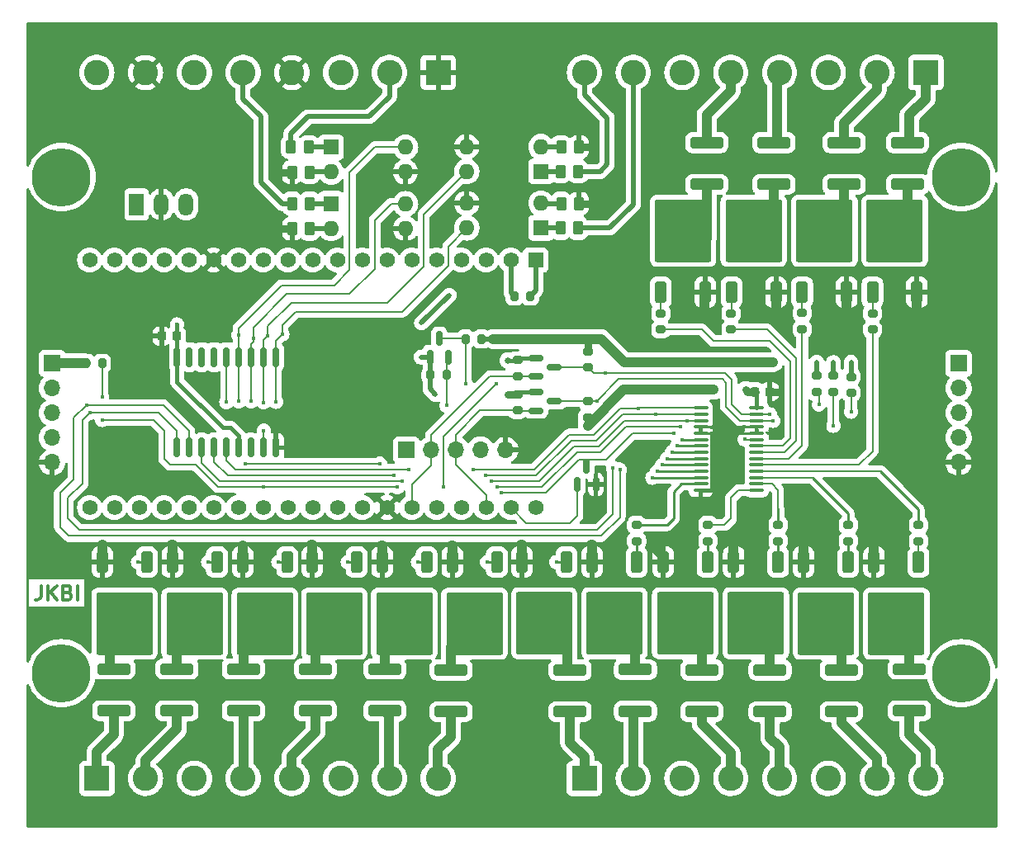
<source format=gbr>
%TF.GenerationSoftware,KiCad,Pcbnew,8.0.0*%
%TF.CreationDate,2024-09-14T23:12:03+02:00*%
%TF.ProjectId,led_stairs_controller,6c65645f-7374-4616-9972-735f636f6e74,V0.4*%
%TF.SameCoordinates,Original*%
%TF.FileFunction,Copper,L1,Top*%
%TF.FilePolarity,Positive*%
%FSLAX46Y46*%
G04 Gerber Fmt 4.6, Leading zero omitted, Abs format (unit mm)*
G04 Created by KiCad (PCBNEW 8.0.0) date 2024-09-14 23:12:03*
%MOMM*%
%LPD*%
G01*
G04 APERTURE LIST*
G04 Aperture macros list*
%AMRoundRect*
0 Rectangle with rounded corners*
0 $1 Rounding radius*
0 $2 $3 $4 $5 $6 $7 $8 $9 X,Y pos of 4 corners*
0 Add a 4 corners polygon primitive as box body*
4,1,4,$2,$3,$4,$5,$6,$7,$8,$9,$2,$3,0*
0 Add four circle primitives for the rounded corners*
1,1,$1+$1,$2,$3*
1,1,$1+$1,$4,$5*
1,1,$1+$1,$6,$7*
1,1,$1+$1,$8,$9*
0 Add four rect primitives between the rounded corners*
20,1,$1+$1,$2,$3,$4,$5,0*
20,1,$1+$1,$4,$5,$6,$7,0*
20,1,$1+$1,$6,$7,$8,$9,0*
20,1,$1+$1,$8,$9,$2,$3,0*%
G04 Aperture macros list end*
%ADD10C,0.300000*%
%TA.AperFunction,NonConductor*%
%ADD11C,0.300000*%
%TD*%
%TA.AperFunction,SMDPad,CuDef*%
%ADD12RoundRect,0.200000X-0.275000X0.200000X-0.275000X-0.200000X0.275000X-0.200000X0.275000X0.200000X0*%
%TD*%
%TA.AperFunction,SMDPad,CuDef*%
%ADD13RoundRect,0.200000X0.275000X-0.200000X0.275000X0.200000X-0.275000X0.200000X-0.275000X-0.200000X0*%
%TD*%
%TA.AperFunction,SMDPad,CuDef*%
%ADD14RoundRect,0.100000X-0.637500X-0.100000X0.637500X-0.100000X0.637500X0.100000X-0.637500X0.100000X0*%
%TD*%
%TA.AperFunction,SMDPad,CuDef*%
%ADD15RoundRect,0.250000X1.450000X-0.312500X1.450000X0.312500X-1.450000X0.312500X-1.450000X-0.312500X0*%
%TD*%
%TA.AperFunction,SMDPad,CuDef*%
%ADD16RoundRect,0.250000X-0.262500X-0.450000X0.262500X-0.450000X0.262500X0.450000X-0.262500X0.450000X0*%
%TD*%
%TA.AperFunction,ComponentPad*%
%ADD17R,1.600000X1.600000*%
%TD*%
%TA.AperFunction,ComponentPad*%
%ADD18O,1.600000X1.600000*%
%TD*%
%TA.AperFunction,SMDPad,CuDef*%
%ADD19RoundRect,0.250000X-1.450000X0.312500X-1.450000X-0.312500X1.450000X-0.312500X1.450000X0.312500X0*%
%TD*%
%TA.AperFunction,SMDPad,CuDef*%
%ADD20RoundRect,0.250000X-0.350000X0.850000X-0.350000X-0.850000X0.350000X-0.850000X0.350000X0.850000X0*%
%TD*%
%TA.AperFunction,SMDPad,CuDef*%
%ADD21RoundRect,0.250000X-1.125000X1.275000X-1.125000X-1.275000X1.125000X-1.275000X1.125000X1.275000X0*%
%TD*%
%TA.AperFunction,SMDPad,CuDef*%
%ADD22RoundRect,0.249997X-2.650003X2.950003X-2.650003X-2.950003X2.650003X-2.950003X2.650003X2.950003X0*%
%TD*%
%TA.AperFunction,SMDPad,CuDef*%
%ADD23RoundRect,0.225000X-0.225000X-0.250000X0.225000X-0.250000X0.225000X0.250000X-0.225000X0.250000X0*%
%TD*%
%TA.AperFunction,ComponentPad*%
%ADD24R,1.700000X1.700000*%
%TD*%
%TA.AperFunction,ComponentPad*%
%ADD25O,1.700000X1.700000*%
%TD*%
%TA.AperFunction,SMDPad,CuDef*%
%ADD26RoundRect,0.200000X-0.200000X-0.275000X0.200000X-0.275000X0.200000X0.275000X-0.200000X0.275000X0*%
%TD*%
%TA.AperFunction,SMDPad,CuDef*%
%ADD27RoundRect,0.250000X0.350000X-0.850000X0.350000X0.850000X-0.350000X0.850000X-0.350000X-0.850000X0*%
%TD*%
%TA.AperFunction,SMDPad,CuDef*%
%ADD28RoundRect,0.250000X1.125000X-1.275000X1.125000X1.275000X-1.125000X1.275000X-1.125000X-1.275000X0*%
%TD*%
%TA.AperFunction,SMDPad,CuDef*%
%ADD29RoundRect,0.249997X2.650003X-2.950003X2.650003X2.950003X-2.650003X2.950003X-2.650003X-2.950003X0*%
%TD*%
%TA.AperFunction,SMDPad,CuDef*%
%ADD30RoundRect,0.150000X-0.587500X-0.150000X0.587500X-0.150000X0.587500X0.150000X-0.587500X0.150000X0*%
%TD*%
%TA.AperFunction,SMDPad,CuDef*%
%ADD31RoundRect,0.200000X0.200000X0.275000X-0.200000X0.275000X-0.200000X-0.275000X0.200000X-0.275000X0*%
%TD*%
%TA.AperFunction,SMDPad,CuDef*%
%ADD32RoundRect,0.150000X0.150000X-0.587500X0.150000X0.587500X-0.150000X0.587500X-0.150000X-0.587500X0*%
%TD*%
%TA.AperFunction,SMDPad,CuDef*%
%ADD33RoundRect,0.250000X0.262500X0.450000X-0.262500X0.450000X-0.262500X-0.450000X0.262500X-0.450000X0*%
%TD*%
%TA.AperFunction,ComponentPad*%
%ADD34R,1.560000X1.560000*%
%TD*%
%TA.AperFunction,ComponentPad*%
%ADD35C,1.560000*%
%TD*%
%TA.AperFunction,ComponentPad*%
%ADD36R,2.600000X2.600000*%
%TD*%
%TA.AperFunction,ComponentPad*%
%ADD37C,2.600000*%
%TD*%
%TA.AperFunction,ComponentPad*%
%ADD38C,6.000000*%
%TD*%
%TA.AperFunction,ComponentPad*%
%ADD39R,1.500000X2.300000*%
%TD*%
%TA.AperFunction,ComponentPad*%
%ADD40O,1.500000X2.300000*%
%TD*%
%TA.AperFunction,SMDPad,CuDef*%
%ADD41RoundRect,0.150000X0.150000X-0.875000X0.150000X0.875000X-0.150000X0.875000X-0.150000X-0.875000X0*%
%TD*%
%TA.AperFunction,ViaPad*%
%ADD42C,0.800000*%
%TD*%
%TA.AperFunction,ViaPad*%
%ADD43C,0.650000*%
%TD*%
%TA.AperFunction,ViaPad*%
%ADD44C,0.450000*%
%TD*%
%TA.AperFunction,Conductor*%
%ADD45C,1.000000*%
%TD*%
%TA.AperFunction,Conductor*%
%ADD46C,0.250000*%
%TD*%
%TA.AperFunction,Conductor*%
%ADD47C,0.750000*%
%TD*%
%TA.AperFunction,Conductor*%
%ADD48C,0.400000*%
%TD*%
%TA.AperFunction,Conductor*%
%ADD49C,0.500000*%
%TD*%
%TA.AperFunction,Conductor*%
%ADD50C,0.200000*%
%TD*%
G04 APERTURE END LIST*
D10*
D11*
X102983082Y-113800828D02*
X102983082Y-114872257D01*
X102983082Y-114872257D02*
X102911653Y-115086542D01*
X102911653Y-115086542D02*
X102768796Y-115229400D01*
X102768796Y-115229400D02*
X102554510Y-115300828D01*
X102554510Y-115300828D02*
X102411653Y-115300828D01*
X103697367Y-115300828D02*
X103697367Y-113800828D01*
X104554510Y-115300828D02*
X103911653Y-114443685D01*
X104554510Y-113800828D02*
X103697367Y-114657971D01*
X105697367Y-114515114D02*
X105911653Y-114586542D01*
X105911653Y-114586542D02*
X105983082Y-114657971D01*
X105983082Y-114657971D02*
X106054510Y-114800828D01*
X106054510Y-114800828D02*
X106054510Y-115015114D01*
X106054510Y-115015114D02*
X105983082Y-115157971D01*
X105983082Y-115157971D02*
X105911653Y-115229400D01*
X105911653Y-115229400D02*
X105768796Y-115300828D01*
X105768796Y-115300828D02*
X105197367Y-115300828D01*
X105197367Y-115300828D02*
X105197367Y-113800828D01*
X105197367Y-113800828D02*
X105697367Y-113800828D01*
X105697367Y-113800828D02*
X105840225Y-113872257D01*
X105840225Y-113872257D02*
X105911653Y-113943685D01*
X105911653Y-113943685D02*
X105983082Y-114086542D01*
X105983082Y-114086542D02*
X105983082Y-114229400D01*
X105983082Y-114229400D02*
X105911653Y-114372257D01*
X105911653Y-114372257D02*
X105840225Y-114443685D01*
X105840225Y-114443685D02*
X105697367Y-114515114D01*
X105697367Y-114515114D02*
X105197367Y-114515114D01*
X106697367Y-115300828D02*
X106697367Y-113800828D01*
D12*
%TO.P,R8,1*%
%TO.N,/LED8*%
X164020000Y-107575000D03*
%TO.P,R8,2*%
%TO.N,Net-(Q8-G)*%
X164020000Y-109225000D03*
%TD*%
D13*
%TO.P,R16,1*%
%TO.N,/LED16*%
X166500000Y-87525000D03*
%TO.P,R16,2*%
%TO.N,Net-(Q16-G)*%
X166500000Y-85875000D03*
%TD*%
D14*
%TO.P,U1,1,A0*%
%TO.N,/A0*%
X170600000Y-95575000D03*
%TO.P,U1,2,A1*%
%TO.N,/A1*%
X170600000Y-96225000D03*
%TO.P,U1,3,A2*%
%TO.N,/A2*%
X170600000Y-96875000D03*
%TO.P,U1,4,A3*%
%TO.N,GND*%
X170600000Y-97525000D03*
%TO.P,U1,5,A4*%
X170600000Y-98175000D03*
%TO.P,U1,6,LED0*%
%TO.N,/LED1*%
X170600000Y-98825000D03*
%TO.P,U1,7,LED1*%
%TO.N,/LED2*%
X170600000Y-99475000D03*
%TO.P,U1,8,LED2*%
%TO.N,/LED3*%
X170600000Y-100125000D03*
%TO.P,U1,9,LED3*%
%TO.N,/LED4*%
X170600000Y-100775000D03*
%TO.P,U1,10,LED4*%
%TO.N,/LED5*%
X170600000Y-101425000D03*
%TO.P,U1,11,LED5*%
%TO.N,/LED6*%
X170600000Y-102075000D03*
%TO.P,U1,12,LED6*%
%TO.N,/LED7*%
X170600000Y-102725000D03*
%TO.P,U1,13,LED7*%
%TO.N,/LED8*%
X170600000Y-103375000D03*
%TO.P,U1,14,VSS*%
%TO.N,GND*%
X170600000Y-104025000D03*
%TO.P,U1,15,LED8*%
%TO.N,/LED9*%
X176325000Y-104025000D03*
%TO.P,U1,16,LED9*%
%TO.N,/LED10*%
X176325000Y-103375000D03*
%TO.P,U1,17,LED10*%
%TO.N,/LED11*%
X176325000Y-102725000D03*
%TO.P,U1,18,LED11*%
%TO.N,/LED12*%
X176325000Y-102075000D03*
%TO.P,U1,19,LED12*%
%TO.N,/LED13*%
X176325000Y-101425000D03*
%TO.P,U1,20,LED13*%
%TO.N,/LED14*%
X176325000Y-100775000D03*
%TO.P,U1,21,LED14*%
%TO.N,/LED15*%
X176325000Y-100125000D03*
%TO.P,U1,22,LED15*%
%TO.N,/LED16*%
X176325000Y-99475000D03*
%TO.P,U1,23,~{OE}*%
%TO.N,/nOE*%
X176325000Y-98825000D03*
%TO.P,U1,24,A5*%
%TO.N,GND*%
X176325000Y-98175000D03*
%TO.P,U1,25,A6*%
X176325000Y-97525000D03*
%TO.P,U1,26,SCL*%
%TO.N,/SCL_H*%
X176325000Y-96875000D03*
%TO.P,U1,27,SDA*%
%TO.N,/SDA_H*%
X176325000Y-96225000D03*
%TO.P,U1,28,VDD*%
%TO.N,+5V*%
X176325000Y-95575000D03*
%TD*%
D15*
%TO.P,F15,1*%
%TO.N,Net-(Q15-D)*%
X178100000Y-72637500D03*
%TO.P,F15,2*%
%TO.N,/LED15_OUT*%
X178100000Y-68362500D03*
%TD*%
D16*
%TO.P,R36,1*%
%TO.N,GND*%
X128687500Y-77200000D03*
%TO.P,R36,2*%
%TO.N,Net-(R36-Pad2)*%
X130512500Y-77200000D03*
%TD*%
D17*
%TO.P,U6,1*%
%TO.N,Net-(R28-Pad2)*%
X154220000Y-71300000D03*
D18*
%TO.P,U6,2*%
%TO.N,Net-(R38-Pad2)*%
X154220000Y-68760000D03*
%TO.P,U6,3*%
%TO.N,GND*%
X146600000Y-68760000D03*
%TO.P,U6,4*%
%TO.N,/IN3_L*%
X146600000Y-71300000D03*
%TD*%
D17*
%TO.P,U5,1*%
%TO.N,Net-(R25-Pad2)*%
X132700000Y-74625000D03*
D18*
%TO.P,U5,2*%
%TO.N,Net-(R36-Pad2)*%
X132700000Y-77165000D03*
%TO.P,U5,3*%
%TO.N,GND*%
X140320000Y-77165000D03*
%TO.P,U5,4*%
%TO.N,/IN2_L*%
X140320000Y-74625000D03*
%TD*%
D19*
%TO.P,F2,1*%
%TO.N,Net-(Q2-D)*%
X116900000Y-122362500D03*
%TO.P,F2,2*%
%TO.N,/LED2_OUT*%
X116900000Y-126637500D03*
%TD*%
D12*
%TO.P,R9,1*%
%TO.N,/LED9*%
X171320000Y-107575000D03*
%TO.P,R9,2*%
%TO.N,Net-(Q9-G)*%
X171320000Y-109225000D03*
%TD*%
D20*
%TO.P,Q1,1,G*%
%TO.N,Net-(Q1-G)*%
X113800000Y-111400000D03*
D21*
%TO.P,Q1,2,D*%
%TO.N,Net-(Q1-D)*%
X113045000Y-116025000D03*
X109995000Y-116025000D03*
D22*
X111520000Y-117700000D03*
D21*
X113045000Y-119375000D03*
X109995000Y-119375000D03*
D20*
%TO.P,Q1,3,S*%
%TO.N,GND*%
X109240000Y-111400000D03*
%TD*%
D13*
%TO.P,R15,1*%
%TO.N,/LED15*%
X173700000Y-87525000D03*
%TO.P,R15,2*%
%TO.N,Net-(Q15-G)*%
X173700000Y-85875000D03*
%TD*%
D20*
%TO.P,Q8,1,G*%
%TO.N,Net-(Q8-G)*%
X164025000Y-111375000D03*
D21*
%TO.P,Q8,2,D*%
%TO.N,Net-(Q8-D)*%
X163270000Y-116000000D03*
X160220000Y-116000000D03*
D22*
X161745000Y-117675000D03*
D21*
X163270000Y-119350000D03*
X160220000Y-119350000D03*
D20*
%TO.P,Q8,3,S*%
%TO.N,GND*%
X159465000Y-111375000D03*
%TD*%
%TO.P,Q6,1,G*%
%TO.N,Net-(Q6-G)*%
X149680000Y-111400000D03*
D21*
%TO.P,Q6,2,D*%
%TO.N,Net-(Q6-D)*%
X148925000Y-116025000D03*
X145875000Y-116025000D03*
D22*
X147400000Y-117700000D03*
D21*
X148925000Y-119375000D03*
X145875000Y-119375000D03*
D20*
%TO.P,Q6,3,S*%
%TO.N,GND*%
X145120000Y-111400000D03*
%TD*%
D19*
%TO.P,F5,1*%
%TO.N,Net-(Q5-D)*%
X138200000Y-122362500D03*
%TO.P,F5,2*%
%TO.N,/LED5_OUT*%
X138200000Y-126637500D03*
%TD*%
D20*
%TO.P,Q10,1,G*%
%TO.N,Net-(Q10-G)*%
X178525000Y-111375000D03*
D21*
%TO.P,Q10,2,D*%
%TO.N,Net-(Q10-D)*%
X177770000Y-116000000D03*
X174720000Y-116000000D03*
D22*
X176245000Y-117675000D03*
D21*
X177770000Y-119350000D03*
X174720000Y-119350000D03*
D20*
%TO.P,Q10,3,S*%
%TO.N,GND*%
X173965000Y-111375000D03*
%TD*%
D19*
%TO.P,F12,1*%
%TO.N,Net-(Q12-D)*%
X192000000Y-122362500D03*
%TO.P,F12,2*%
%TO.N,/LED12_OUT*%
X192000000Y-126637500D03*
%TD*%
D12*
%TO.P,R19,1*%
%TO.N,+3.3V*%
X151800000Y-94175000D03*
%TO.P,R19,2*%
%TO.N,/SCL_L*%
X151800000Y-95825000D03*
%TD*%
D23*
%TO.P,C3,1*%
%TO.N,GND*%
X115325000Y-88200000D03*
%TO.P,C3,2*%
%TO.N,+5V*%
X116875000Y-88200000D03*
%TD*%
D24*
%TO.P,J3,1,Pin_1*%
%TO.N,+5V*%
X197025000Y-91000000D03*
D25*
%TO.P,J3,2,Pin_2*%
%TO.N,/SDA_H*%
X197025000Y-93540000D03*
%TO.P,J3,3,Pin_3*%
%TO.N,/SCL_H*%
X197025000Y-96080000D03*
%TO.P,J3,4,Pin_4*%
%TO.N,/INT_H*%
X197025000Y-98620000D03*
%TO.P,J3,5,Pin_5*%
%TO.N,GND*%
X197025000Y-101160000D03*
%TD*%
D26*
%TO.P,R17,1*%
%TO.N,Net-(U2-EN)*%
X151475000Y-84100000D03*
%TO.P,R17,2*%
%TO.N,+3.3V*%
X153125000Y-84100000D03*
%TD*%
D20*
%TO.P,Q3,1,G*%
%TO.N,Net-(Q3-G)*%
X128180000Y-111400000D03*
D21*
%TO.P,Q3,2,D*%
%TO.N,Net-(Q3-D)*%
X127425000Y-116025000D03*
X124375000Y-116025000D03*
D22*
X125900000Y-117700000D03*
D21*
X127425000Y-119375000D03*
X124375000Y-119375000D03*
D20*
%TO.P,Q3,3,S*%
%TO.N,GND*%
X123620000Y-111400000D03*
%TD*%
D15*
%TO.P,F16,1*%
%TO.N,Net-(Q16-D)*%
X171200000Y-72637500D03*
%TO.P,F16,2*%
%TO.N,/LED16_OUT*%
X171200000Y-68362500D03*
%TD*%
D12*
%TO.P,R31,1*%
%TO.N,+5V*%
X186000000Y-92375000D03*
%TO.P,R31,2*%
%TO.N,/SCL_H*%
X186000000Y-94025000D03*
%TD*%
D19*
%TO.P,F8,1*%
%TO.N,Net-(Q8-D)*%
X163900000Y-122425000D03*
%TO.P,F8,2*%
%TO.N,/LED8_OUT*%
X163900000Y-126700000D03*
%TD*%
D27*
%TO.P,Q16,1,G*%
%TO.N,Net-(Q16-G)*%
X166500000Y-83700000D03*
D28*
%TO.P,Q16,2,D*%
%TO.N,Net-(Q16-D)*%
X167255000Y-79075000D03*
X170305000Y-79075000D03*
D29*
X168780000Y-77400000D03*
D28*
X167255000Y-75725000D03*
X170305000Y-75725000D03*
D27*
%TO.P,Q16,3,S*%
%TO.N,GND*%
X171060000Y-83700000D03*
%TD*%
D30*
%TO.P,Q18,1,G*%
%TO.N,+3.3V*%
X153725000Y-90450000D03*
%TO.P,Q18,2,S*%
%TO.N,/SDA_L*%
X153725000Y-92350000D03*
%TO.P,Q18,3,D*%
%TO.N,/SDA_H*%
X155600000Y-91400000D03*
%TD*%
D19*
%TO.P,F9,1*%
%TO.N,Net-(Q9-D)*%
X170700000Y-122462500D03*
%TO.P,F9,2*%
%TO.N,/LED9_OUT*%
X170700000Y-126737500D03*
%TD*%
D16*
%TO.P,R37,1*%
%TO.N,GND*%
X128687500Y-71400000D03*
%TO.P,R37,2*%
%TO.N,Net-(R37-Pad2)*%
X130512500Y-71400000D03*
%TD*%
D12*
%TO.P,R12,1*%
%TO.N,/LED12*%
X192920000Y-107600000D03*
%TO.P,R12,2*%
%TO.N,Net-(Q12-G)*%
X192920000Y-109250000D03*
%TD*%
%TO.P,R10,1*%
%TO.N,/LED10*%
X178520000Y-107575000D03*
%TO.P,R10,2*%
%TO.N,Net-(Q10-G)*%
X178520000Y-109225000D03*
%TD*%
D31*
%TO.P,R35,1*%
%TO.N,+5V*%
X148125000Y-88500000D03*
%TO.P,R35,2*%
%TO.N,/INT_H*%
X146475000Y-88500000D03*
%TD*%
D15*
%TO.P,F13,1*%
%TO.N,Net-(Q13-D)*%
X191800000Y-72637500D03*
%TO.P,F13,2*%
%TO.N,/LED13_OUT*%
X191800000Y-68362500D03*
%TD*%
%TO.P,F14,1*%
%TO.N,Net-(Q14-D)*%
X185300000Y-72637500D03*
%TO.P,F14,2*%
%TO.N,/LED14_OUT*%
X185300000Y-68362500D03*
%TD*%
D13*
%TO.P,R18,1*%
%TO.N,+5V*%
X159000000Y-96525000D03*
%TO.P,R18,2*%
%TO.N,/SCL_H*%
X159000000Y-94875000D03*
%TD*%
D24*
%TO.P,J2,1,Pin_1*%
%TO.N,+3.3V*%
X140400000Y-99860000D03*
D25*
%TO.P,J2,2,Pin_2*%
%TO.N,/SDA_L*%
X142940000Y-99860000D03*
%TO.P,J2,3,Pin_3*%
%TO.N,/SCL_L*%
X145480000Y-99860000D03*
%TO.P,J2,4,Pin_4*%
%TO.N,/INT_L*%
X148020000Y-99860000D03*
%TO.P,J2,5,Pin_5*%
%TO.N,GND*%
X150560000Y-99860000D03*
%TD*%
D27*
%TO.P,Q15,1,G*%
%TO.N,Net-(Q15-G)*%
X173740000Y-83700000D03*
D28*
%TO.P,Q15,2,D*%
%TO.N,Net-(Q15-D)*%
X174495000Y-79075000D03*
X177545000Y-79075000D03*
D29*
X176020000Y-77400000D03*
D28*
X174495000Y-75725000D03*
X177545000Y-75725000D03*
D27*
%TO.P,Q15,3,S*%
%TO.N,GND*%
X178300000Y-83700000D03*
%TD*%
D23*
%TO.P,C1,1*%
%TO.N,+5V*%
X176125000Y-93900000D03*
%TO.P,C1,2*%
%TO.N,GND*%
X177675000Y-93900000D03*
%TD*%
D32*
%TO.P,Q20,1,G*%
%TO.N,+3.3V*%
X142837500Y-90350000D03*
%TO.P,Q20,2,S*%
%TO.N,/INT_L*%
X144737500Y-90350000D03*
%TO.P,Q20,3,D*%
%TO.N,/INT_H*%
X143787500Y-88475000D03*
%TD*%
D33*
%TO.P,R38,1*%
%TO.N,GND*%
X158112500Y-68800000D03*
%TO.P,R38,2*%
%TO.N,Net-(R38-Pad2)*%
X156287500Y-68800000D03*
%TD*%
D26*
%TO.P,R34,1*%
%TO.N,+3.3V*%
X142875000Y-92200000D03*
%TO.P,R34,2*%
%TO.N,/INT_L*%
X144525000Y-92200000D03*
%TD*%
D20*
%TO.P,Q2,1,G*%
%TO.N,Net-(Q2-G)*%
X120980000Y-111400000D03*
D21*
%TO.P,Q2,2,D*%
%TO.N,Net-(Q2-D)*%
X120225000Y-116025000D03*
X117175000Y-116025000D03*
D22*
X118700000Y-117700000D03*
D21*
X120225000Y-119375000D03*
X117175000Y-119375000D03*
D20*
%TO.P,Q2,3,S*%
%TO.N,GND*%
X116420000Y-111400000D03*
%TD*%
D34*
%TO.P,U2,1,3V3*%
%TO.N,+3.3V*%
X153660000Y-80400000D03*
D35*
%TO.P,U2,2,EN*%
%TO.N,Net-(U2-EN)*%
X151120000Y-80400000D03*
%TO.P,U2,3,VP*%
%TO.N,unconnected-(U2-VP-Pad3)*%
X148580000Y-80400000D03*
%TO.P,U2,4,VN*%
%TO.N,unconnected-(U2-VN-Pad4)*%
X146040000Y-80400000D03*
%TO.P,U2,5,34*%
%TO.N,unconnected-(U2-34-Pad5)*%
X143500000Y-80400000D03*
%TO.P,U2,6,35*%
%TO.N,unconnected-(U2-35-Pad6)*%
X140960000Y-80400000D03*
%TO.P,U2,7,32*%
%TO.N,unconnected-(U2-32-Pad7)*%
X138420000Y-80400000D03*
%TO.P,U2,8,33*%
%TO.N,unconnected-(U2-33-Pad8)*%
X135880000Y-80400000D03*
%TO.P,U2,9,25*%
%TO.N,unconnected-(U2-25-Pad9)*%
X133340000Y-80400000D03*
%TO.P,U2,10,26*%
%TO.N,unconnected-(U2-26-Pad10)*%
X130800000Y-80400000D03*
%TO.P,U2,11,27*%
%TO.N,unconnected-(U2-27-Pad11)*%
X128260000Y-80400000D03*
%TO.P,U2,12,14*%
%TO.N,unconnected-(U2-14-Pad12)*%
X125720000Y-80400000D03*
%TO.P,U2,13,12*%
%TO.N,unconnected-(U2-12-Pad13)*%
X123180000Y-80400000D03*
%TO.P,U2,14,GND*%
%TO.N,GND*%
X120640000Y-80400000D03*
%TO.P,U2,15,13*%
%TO.N,unconnected-(U2-13-Pad15)*%
X118100000Y-80400000D03*
%TO.P,U2,16,D2*%
%TO.N,unconnected-(U2-D2-Pad16)*%
X115560000Y-80400000D03*
%TO.P,U2,17,D3*%
%TO.N,unconnected-(U2-D3-Pad17)*%
X113020000Y-80400000D03*
%TO.P,U2,18,CMD*%
%TO.N,unconnected-(U2-CMD-Pad18)*%
X110480000Y-80400000D03*
%TO.P,U2,19,5V*%
%TO.N,+5V*%
X107940000Y-80400000D03*
%TO.P,U2,20,GND__1*%
%TO.N,GND*%
X153660000Y-105800000D03*
%TO.P,U2,21,23*%
%TO.N,/OE*%
X151120000Y-105800000D03*
%TO.P,U2,22,22*%
%TO.N,/SCL_L*%
X148580000Y-105800000D03*
%TO.P,U2,23,TX*%
%TO.N,unconnected-(U2-TX-Pad23)*%
X146040000Y-105800000D03*
%TO.P,U2,24,RX*%
%TO.N,unconnected-(U2-RX-Pad24)*%
X143500000Y-105800000D03*
%TO.P,U2,25,21*%
%TO.N,/SDA_L*%
X140960000Y-105800000D03*
%TO.P,U2,26,GND__2*%
%TO.N,GND*%
X138420000Y-105800000D03*
%TO.P,U2,27,19*%
%TO.N,Net-(JP8-A)*%
X135880000Y-105800000D03*
%TO.P,U2,28,18*%
%TO.N,Net-(JP7-B)*%
X133340000Y-105800000D03*
%TO.P,U2,29,5*%
%TO.N,unconnected-(U2-5-Pad29)*%
X130800000Y-105800000D03*
%TO.P,U2,30,17*%
%TO.N,Net-(JP6-B)*%
X128260000Y-105800000D03*
%TO.P,U2,31,16*%
%TO.N,unconnected-(U2-16-Pad31)*%
X125720000Y-105800000D03*
%TO.P,U2,32,4*%
%TO.N,Net-(JP5-B)*%
X123180000Y-105800000D03*
%TO.P,U2,33,0*%
%TO.N,unconnected-(U2-0-Pad33)*%
X120640000Y-105800000D03*
%TO.P,U2,34,2*%
%TO.N,unconnected-(U2-2-Pad34)*%
X118100000Y-105800000D03*
%TO.P,U2,35,15*%
%TO.N,unconnected-(U2-15-Pad35)*%
X115560000Y-105800000D03*
%TO.P,U2,36,D1*%
%TO.N,unconnected-(U2-D1-Pad36)*%
X113020000Y-105800000D03*
%TO.P,U2,37,D0*%
%TO.N,unconnected-(U2-D0-Pad37)*%
X110480000Y-105800000D03*
%TO.P,U2,38,CLK*%
%TO.N,unconnected-(U2-CLK-Pad38)*%
X107940000Y-105800000D03*
%TD*%
D36*
%TO.P,MOD1,A1,A1*%
%TO.N,/LED1_OUT*%
X108675000Y-133580000D03*
D37*
%TO.P,MOD1,A2,A2*%
%TO.N,/LED2_OUT*%
X113675000Y-133580000D03*
%TO.P,MOD1,A3,A3*%
%TO.N,VBUS*%
X118675000Y-133580000D03*
%TO.P,MOD1,A4,A4*%
%TO.N,/LED3_OUT*%
X123675000Y-133580000D03*
%TO.P,MOD1,A5,A5*%
%TO.N,/LED4_OUT*%
X128675000Y-133580000D03*
%TO.P,MOD1,A6,A6*%
%TO.N,VBUS*%
X133675000Y-133580000D03*
%TO.P,MOD1,A7,A7*%
%TO.N,/LED5_OUT*%
X138675000Y-133580000D03*
%TO.P,MOD1,A8,A8*%
%TO.N,/LED6_OUT*%
X143675000Y-133580000D03*
D36*
%TO.P,MOD1,B1,B1*%
%TO.N,/LED7_OUT*%
X158675000Y-133580000D03*
D37*
%TO.P,MOD1,B2,B2*%
%TO.N,/LED8_OUT*%
X163675000Y-133580000D03*
%TO.P,MOD1,B3,B3*%
%TO.N,VBUS*%
X168675000Y-133580000D03*
%TO.P,MOD1,B4,B4*%
%TO.N,/LED9_OUT*%
X173675000Y-133580000D03*
%TO.P,MOD1,B5,B5*%
%TO.N,/LED10_OUT*%
X178675000Y-133580000D03*
%TO.P,MOD1,B6,B6*%
%TO.N,VBUS*%
X183675000Y-133580000D03*
%TO.P,MOD1,B7,B7*%
%TO.N,/LED11_OUT*%
X188675000Y-133580000D03*
%TO.P,MOD1,B8,B8*%
%TO.N,/LED12_OUT*%
X193675000Y-133580000D03*
D36*
%TO.P,MOD1,C1,C1*%
%TO.N,/LED13_OUT*%
X193675000Y-61160000D03*
D37*
%TO.P,MOD1,C2,C2*%
%TO.N,/LED14_OUT*%
X188675000Y-61160000D03*
%TO.P,MOD1,C3,C3*%
%TO.N,VBUS*%
X183675000Y-61160000D03*
%TO.P,MOD1,C4,C4*%
%TO.N,/LED15_OUT*%
X178675000Y-61160000D03*
%TO.P,MOD1,C5,C5*%
%TO.N,/LED16_OUT*%
X173675000Y-61160000D03*
%TO.P,MOD1,C6,C6*%
%TO.N,VBUS*%
X168675000Y-61160000D03*
%TO.P,MOD1,C7,C7*%
%TO.N,/IN4_H*%
X163675000Y-61160000D03*
%TO.P,MOD1,C8,C8*%
%TO.N,/IN3_H*%
X158675000Y-61160000D03*
D36*
%TO.P,MOD1,D1,D1*%
%TO.N,GND*%
X143675000Y-61160000D03*
D37*
%TO.P,MOD1,D2,D2*%
%TO.N,/IN1_H*%
X138675000Y-61160000D03*
%TO.P,MOD1,D3,D3*%
%TO.N,VBUS*%
X133675000Y-61160000D03*
%TO.P,MOD1,D4,D4*%
%TO.N,GND*%
X128675000Y-61160000D03*
%TO.P,MOD1,D5,D5*%
%TO.N,/IN2_H*%
X123675000Y-61160000D03*
%TO.P,MOD1,D6,D6*%
%TO.N,VBUS*%
X118675000Y-61160000D03*
%TO.P,MOD1,D7,D7*%
%TO.N,GND*%
X113675000Y-61160000D03*
%TO.P,MOD1,D8,D8*%
%TO.N,VBUS*%
X108675000Y-61160000D03*
D38*
%TO.P,MOD1,MH1*%
%TO.N,N/C*%
X105050000Y-71900000D03*
%TO.P,MOD1,MH2*%
X197300000Y-71900000D03*
%TO.P,MOD1,MH3*%
X105050000Y-122800000D03*
%TO.P,MOD1,MH4*%
X197300000Y-122800000D03*
%TD*%
D13*
%TO.P,R14,1*%
%TO.N,/LED14*%
X181000000Y-87500000D03*
%TO.P,R14,2*%
%TO.N,Net-(Q14-G)*%
X181000000Y-85850000D03*
%TD*%
D33*
%TO.P,R29,1*%
%TO.N,/IN4_H*%
X158032500Y-77125000D03*
%TO.P,R29,2*%
%TO.N,Net-(R29-Pad2)*%
X156207500Y-77125000D03*
%TD*%
D20*
%TO.P,Q4,1,G*%
%TO.N,Net-(Q4-G)*%
X135300000Y-111400000D03*
D21*
%TO.P,Q4,2,D*%
%TO.N,Net-(Q4-D)*%
X134545000Y-116025000D03*
X131495000Y-116025000D03*
D22*
X133020000Y-117700000D03*
D21*
X134545000Y-119375000D03*
X131495000Y-119375000D03*
D20*
%TO.P,Q4,3,S*%
%TO.N,GND*%
X130740000Y-111400000D03*
%TD*%
%TO.P,Q11,1,G*%
%TO.N,Net-(Q11-G)*%
X185700000Y-111400000D03*
D21*
%TO.P,Q11,2,D*%
%TO.N,Net-(Q11-D)*%
X184945000Y-116025000D03*
X181895000Y-116025000D03*
D22*
X183420000Y-117700000D03*
D21*
X184945000Y-119375000D03*
X181895000Y-119375000D03*
D20*
%TO.P,Q11,3,S*%
%TO.N,GND*%
X181140000Y-111400000D03*
%TD*%
D12*
%TO.P,R20,1*%
%TO.N,+3.3V*%
X151800000Y-90675000D03*
%TO.P,R20,2*%
%TO.N,/SDA_L*%
X151800000Y-92325000D03*
%TD*%
D16*
%TO.P,R24,1*%
%TO.N,/IN1_H*%
X128587500Y-68800000D03*
%TO.P,R24,2*%
%TO.N,Net-(R24-Pad2)*%
X130412500Y-68800000D03*
%TD*%
D24*
%TO.P,J1,1,Pin_1*%
%TO.N,+5V*%
X104100000Y-91000000D03*
D25*
%TO.P,J1,2,Pin_2*%
%TO.N,/SDA_H*%
X104100000Y-93540000D03*
%TO.P,J1,3,Pin_3*%
%TO.N,/SCL_H*%
X104100000Y-96080000D03*
%TO.P,J1,4,Pin_4*%
%TO.N,/INT_H*%
X104100000Y-98620000D03*
%TO.P,J1,5,Pin_5*%
%TO.N,GND*%
X104100000Y-101160000D03*
%TD*%
D19*
%TO.P,F11,1*%
%TO.N,Net-(Q11-D)*%
X185000000Y-122462500D03*
%TO.P,F11,2*%
%TO.N,/LED11_OUT*%
X185000000Y-126737500D03*
%TD*%
D20*
%TO.P,Q5,1,G*%
%TO.N,Net-(Q5-G)*%
X142480000Y-111400000D03*
D21*
%TO.P,Q5,2,D*%
%TO.N,Net-(Q5-D)*%
X141725000Y-116025000D03*
X138675000Y-116025000D03*
D22*
X140200000Y-117700000D03*
D21*
X141725000Y-119375000D03*
X138675000Y-119375000D03*
D20*
%TO.P,Q5,3,S*%
%TO.N,GND*%
X137920000Y-111400000D03*
%TD*%
D19*
%TO.P,F6,1*%
%TO.N,Net-(Q6-D)*%
X145000000Y-122462500D03*
%TO.P,F6,2*%
%TO.N,/LED6_OUT*%
X145000000Y-126737500D03*
%TD*%
D30*
%TO.P,Q17,1,G*%
%TO.N,+3.3V*%
X153725000Y-93950000D03*
%TO.P,Q17,2,S*%
%TO.N,/SCL_L*%
X153725000Y-95850000D03*
%TO.P,Q17,3,D*%
%TO.N,/SCL_H*%
X155600000Y-94900000D03*
%TD*%
D16*
%TO.P,R25,1*%
%TO.N,/IN2_H*%
X128687500Y-74600000D03*
%TO.P,R25,2*%
%TO.N,Net-(R25-Pad2)*%
X130512500Y-74600000D03*
%TD*%
D32*
%TO.P,Q19,1,G*%
%TO.N,/OE*%
X157937500Y-103437500D03*
%TO.P,Q19,2,S*%
%TO.N,GND*%
X159837500Y-103437500D03*
%TO.P,Q19,3,D*%
%TO.N,/nOE*%
X158887500Y-101562500D03*
%TD*%
D19*
%TO.P,F10,1*%
%TO.N,Net-(Q10-D)*%
X177700000Y-122462500D03*
%TO.P,F10,2*%
%TO.N,/LED10_OUT*%
X177700000Y-126737500D03*
%TD*%
D13*
%TO.P,R13,1*%
%TO.N,/LED13*%
X188200000Y-87525000D03*
%TO.P,R13,2*%
%TO.N,Net-(Q13-G)*%
X188200000Y-85875000D03*
%TD*%
D12*
%TO.P,R32,1*%
%TO.N,+5V*%
X184200000Y-92275000D03*
%TO.P,R32,2*%
%TO.N,/nOE*%
X184200000Y-93925000D03*
%TD*%
D33*
%TO.P,R28,1*%
%TO.N,/IN3_H*%
X158032500Y-71325000D03*
%TO.P,R28,2*%
%TO.N,Net-(R28-Pad2)*%
X156207500Y-71325000D03*
%TD*%
D12*
%TO.P,R30,1*%
%TO.N,+5V*%
X182500000Y-92275000D03*
%TO.P,R30,2*%
%TO.N,/SDA_H*%
X182500000Y-93925000D03*
%TD*%
D20*
%TO.P,Q7,1,G*%
%TO.N,Net-(Q7-G)*%
X156825000Y-111375000D03*
D21*
%TO.P,Q7,2,D*%
%TO.N,Net-(Q7-D)*%
X156070000Y-116000000D03*
X153020000Y-116000000D03*
D22*
X154545000Y-117675000D03*
D21*
X156070000Y-119350000D03*
X153020000Y-119350000D03*
D20*
%TO.P,Q7,3,S*%
%TO.N,GND*%
X152265000Y-111375000D03*
%TD*%
D27*
%TO.P,Q14,1,G*%
%TO.N,Net-(Q14-G)*%
X181000000Y-83700000D03*
D28*
%TO.P,Q14,2,D*%
%TO.N,Net-(Q14-D)*%
X181755000Y-79075000D03*
X184805000Y-79075000D03*
D29*
X183280000Y-77400000D03*
D28*
X181755000Y-75725000D03*
X184805000Y-75725000D03*
D27*
%TO.P,Q14,3,S*%
%TO.N,GND*%
X185560000Y-83700000D03*
%TD*%
D39*
%TO.P,U8,1,IN*%
%TO.N,Net-(U8-IN)*%
X112753000Y-74700000D03*
D40*
%TO.P,U8,2,GND*%
%TO.N,GND*%
X115293000Y-74700000D03*
%TO.P,U8,3,OUT*%
%TO.N,+5V*%
X117833000Y-74700000D03*
%TD*%
D19*
%TO.P,F1,1*%
%TO.N,Net-(Q1-D)*%
X110400000Y-122362500D03*
%TO.P,F1,2*%
%TO.N,/LED1_OUT*%
X110400000Y-126637500D03*
%TD*%
D12*
%TO.P,R11,1*%
%TO.N,/LED11*%
X185720000Y-107575000D03*
%TO.P,R11,2*%
%TO.N,Net-(Q11-G)*%
X185720000Y-109225000D03*
%TD*%
D20*
%TO.P,Q12,1,G*%
%TO.N,Net-(Q12-G)*%
X192925000Y-111400000D03*
D21*
%TO.P,Q12,2,D*%
%TO.N,Net-(Q12-D)*%
X192170000Y-116025000D03*
X189120000Y-116025000D03*
D22*
X190645000Y-117700000D03*
D21*
X192170000Y-119375000D03*
X189120000Y-119375000D03*
D20*
%TO.P,Q12,3,S*%
%TO.N,GND*%
X188365000Y-111400000D03*
%TD*%
D27*
%TO.P,Q13,1,G*%
%TO.N,Net-(Q13-G)*%
X188200000Y-83700000D03*
D28*
%TO.P,Q13,2,D*%
%TO.N,Net-(Q13-D)*%
X188955000Y-79075000D03*
X192005000Y-79075000D03*
D29*
X190480000Y-77400000D03*
D28*
X188955000Y-75725000D03*
X192005000Y-75725000D03*
D27*
%TO.P,Q13,3,S*%
%TO.N,GND*%
X192760000Y-83700000D03*
%TD*%
D26*
%TO.P,R33,1*%
%TO.N,+5V*%
X107575000Y-91000000D03*
%TO.P,R33,2*%
%TO.N,/INT_H*%
X109225000Y-91000000D03*
%TD*%
D19*
%TO.P,F3,1*%
%TO.N,Net-(Q3-D)*%
X123700000Y-122362500D03*
%TO.P,F3,2*%
%TO.N,/LED3_OUT*%
X123700000Y-126637500D03*
%TD*%
%TO.P,F4,1*%
%TO.N,Net-(Q4-D)*%
X131100000Y-122362500D03*
%TO.P,F4,2*%
%TO.N,/LED4_OUT*%
X131100000Y-126637500D03*
%TD*%
D17*
%TO.P,U7,1*%
%TO.N,Net-(R29-Pad2)*%
X154220000Y-77100000D03*
D18*
%TO.P,U7,2*%
%TO.N,Net-(R39-Pad2)*%
X154220000Y-74560000D03*
%TO.P,U7,3*%
%TO.N,GND*%
X146600000Y-74560000D03*
%TO.P,U7,4*%
%TO.N,/IN4_L*%
X146600000Y-77100000D03*
%TD*%
D17*
%TO.P,U3,1*%
%TO.N,Net-(R24-Pad2)*%
X132700000Y-68825000D03*
D18*
%TO.P,U3,2*%
%TO.N,Net-(R37-Pad2)*%
X132700000Y-71365000D03*
%TO.P,U3,3*%
%TO.N,GND*%
X140320000Y-71365000D03*
%TO.P,U3,4*%
%TO.N,/IN1_L*%
X140320000Y-68825000D03*
%TD*%
D41*
%TO.P,U4,1,SCL*%
%TO.N,/SCL_H*%
X116882500Y-99650000D03*
%TO.P,U4,2,SDA*%
%TO.N,/SDA_H*%
X118152500Y-99650000D03*
%TO.P,U4,3,A2*%
%TO.N,/A2*%
X119422500Y-99650000D03*
%TO.P,U4,4,A1*%
%TO.N,/A1*%
X120692500Y-99650000D03*
%TO.P,U4,5,A0*%
%TO.N,/A0*%
X121962500Y-99650000D03*
%TO.P,U4,6,~{RESET}*%
%TO.N,+5V*%
X123232500Y-99650000D03*
%TO.P,U4,7,NC*%
%TO.N,unconnected-(U4-NC-Pad7)*%
X124502500Y-99650000D03*
%TO.P,U4,8,INT*%
%TO.N,/INT_H*%
X125772500Y-99650000D03*
%TO.P,U4,9,VSS*%
%TO.N,GND*%
X127042500Y-99650000D03*
%TO.P,U4,10,GP0*%
%TO.N,/IN4_L*%
X127042500Y-90350000D03*
%TO.P,U4,11,GP1*%
%TO.N,/IN3_L*%
X125772500Y-90350000D03*
%TO.P,U4,12,GP2*%
%TO.N,/IN2_L*%
X124502500Y-90350000D03*
%TO.P,U4,13,GP3*%
%TO.N,/IN1_L*%
X123232500Y-90350000D03*
%TO.P,U4,14,GP4*%
%TO.N,/nOE*%
X121962500Y-90350000D03*
%TO.P,U4,15,GP5*%
%TO.N,unconnected-(U4-GP5-Pad15)*%
X120692500Y-90350000D03*
%TO.P,U4,16,GP6*%
%TO.N,unconnected-(U4-GP6-Pad16)*%
X119422500Y-90350000D03*
%TO.P,U4,17,GP7*%
%TO.N,unconnected-(U4-GP7-Pad17)*%
X118152500Y-90350000D03*
%TO.P,U4,18,VDD*%
%TO.N,+5V*%
X116882500Y-90350000D03*
%TD*%
D33*
%TO.P,R39,1*%
%TO.N,GND*%
X158112500Y-74600000D03*
%TO.P,R39,2*%
%TO.N,Net-(R39-Pad2)*%
X156287500Y-74600000D03*
%TD*%
D19*
%TO.P,F7,1*%
%TO.N,Net-(Q7-D)*%
X157200000Y-122462500D03*
%TO.P,F7,2*%
%TO.N,/LED7_OUT*%
X157200000Y-126737500D03*
%TD*%
D20*
%TO.P,Q9,1,G*%
%TO.N,Net-(Q9-G)*%
X171275000Y-111375000D03*
D21*
%TO.P,Q9,2,D*%
%TO.N,Net-(Q9-D)*%
X170520000Y-116000000D03*
X167470000Y-116000000D03*
D22*
X168995000Y-117675000D03*
D21*
X170520000Y-119350000D03*
X167470000Y-119350000D03*
D20*
%TO.P,Q9,3,S*%
%TO.N,GND*%
X166715000Y-111375000D03*
%TD*%
D12*
%TO.P,R21,1*%
%TO.N,+5V*%
X159000000Y-89775000D03*
%TO.P,R21,2*%
%TO.N,/SDA_H*%
X159000000Y-91425000D03*
%TD*%
D42*
%TO.N,GND*%
X159400000Y-109600000D03*
X123600000Y-109700000D03*
D43*
X159300000Y-68800000D03*
D44*
X171742500Y-104000000D03*
D42*
X178320000Y-85500000D03*
D44*
X136800000Y-104500000D03*
X160300000Y-106500000D03*
X103000000Y-129000000D03*
D42*
X188300000Y-109600000D03*
X181100000Y-109600000D03*
D44*
X105500000Y-76300000D03*
D42*
X137900000Y-109700000D03*
D44*
X163200000Y-100000000D03*
D42*
X173900000Y-109600000D03*
X152200000Y-109600000D03*
D44*
X163000000Y-107000000D03*
X103250000Y-86350000D03*
X115300000Y-76500000D03*
X103000000Y-118000000D03*
D43*
X159300000Y-74600000D03*
D42*
X116400000Y-109600000D03*
D43*
X127500000Y-77200000D03*
X178600000Y-93900000D03*
D42*
X109220000Y-109600000D03*
D43*
X106000000Y-82950000D03*
D44*
X190700000Y-94700000D03*
X160000000Y-101700000D03*
D42*
X185520000Y-85500000D03*
D44*
X121900000Y-104800000D03*
X147600000Y-92400000D03*
X119450000Y-77450000D03*
X146000000Y-87200000D03*
X101800000Y-80350000D03*
X101750000Y-74050000D03*
X189500000Y-92400000D03*
X104750000Y-80650000D03*
D42*
X192720000Y-85500000D03*
X130700000Y-109600000D03*
D44*
X106150000Y-79150000D03*
D42*
X165540000Y-109600000D03*
D43*
X127500000Y-71400000D03*
D44*
X137000000Y-106800000D03*
X150500000Y-85000000D03*
D42*
X171020000Y-85500000D03*
D44*
X139800000Y-106800000D03*
X147500000Y-83500000D03*
D42*
X145100000Y-109700000D03*
D44*
X175000000Y-97525000D03*
X150500000Y-130500000D03*
%TO.N,+5V*%
X184200000Y-90900000D03*
X116900000Y-87000000D03*
D42*
X149300000Y-88500000D03*
D44*
X186000000Y-90880000D03*
X182500000Y-90880000D03*
X141950000Y-86850000D03*
X163900000Y-93700000D03*
D43*
X159000000Y-97400000D03*
D44*
X144800000Y-84000000D03*
D43*
X175200000Y-93700000D03*
D42*
X178020000Y-90880000D03*
X159000000Y-88500000D03*
D44*
X167900000Y-93700000D03*
X171900000Y-93700000D03*
%TO.N,/nOE*%
X121962500Y-94962500D03*
X150100000Y-104300000D03*
X123925000Y-101300000D03*
X184200000Y-97400000D03*
X137700000Y-101300000D03*
X167800000Y-98200000D03*
X175100000Y-98800000D03*
%TO.N,/SCL_H*%
X161600000Y-101700000D03*
X107980000Y-96080000D03*
X178000000Y-96900000D03*
X186000000Y-95960000D03*
X159925000Y-94875000D03*
%TO.N,/LED1*%
X168642500Y-98825000D03*
%TO.N,/LED7*%
X165642500Y-102725000D03*
%TO.N,/LED6*%
X166142500Y-102075000D03*
%TO.N,/LED5*%
X166642500Y-101425000D03*
%TO.N,/LED4*%
X167142500Y-100775000D03*
%TO.N,/LED3*%
X167642500Y-100125000D03*
%TO.N,/LED2*%
X168142500Y-99475000D03*
%TO.N,Net-(Q1-G)*%
X112900000Y-111400000D03*
%TO.N,Net-(Q2-G)*%
X120100000Y-111400000D03*
%TO.N,Net-(Q3-G)*%
X127300000Y-111400000D03*
%TO.N,Net-(Q4-G)*%
X134400000Y-111400000D03*
%TO.N,Net-(Q5-G)*%
X141600000Y-111400000D03*
%TO.N,Net-(Q6-G)*%
X148700000Y-111400000D03*
%TO.N,Net-(Q7-G)*%
X155800000Y-111400000D03*
%TO.N,/A0*%
X147300000Y-101900000D03*
X140700000Y-101900000D03*
X164200000Y-95600000D03*
%TO.N,/A1*%
X139100000Y-102500000D03*
X148500000Y-102500000D03*
X166000000Y-96200000D03*
%TO.N,/A2*%
X140000000Y-103100000D03*
X169200000Y-96875000D03*
X149100000Y-103100000D03*
D43*
%TO.N,+3.3V*%
X150800000Y-90700000D03*
X150800000Y-94200000D03*
D44*
X143400000Y-94200000D03*
X141900000Y-90350000D03*
%TO.N,/SDA_H*%
X107600000Y-95300000D03*
X182700000Y-95212500D03*
X162300000Y-101900000D03*
X177700000Y-96225000D03*
X160775000Y-92000000D03*
%TO.N,/IN2_L*%
X124502500Y-94900000D03*
X124700000Y-88400000D03*
%TO.N,/IN1_L*%
X123200000Y-88100000D03*
X123232500Y-94900000D03*
%TO.N,/IN3_L*%
X126200000Y-88200000D03*
X125772500Y-95000000D03*
%TO.N,/IN4_L*%
X127700000Y-88000000D03*
X127042500Y-94942500D03*
%TO.N,/INT_H*%
X125800000Y-103700000D03*
X144200000Y-103700000D03*
X109210000Y-96800000D03*
X168500000Y-97500000D03*
X149700000Y-103700000D03*
X146500000Y-93100000D03*
X149600000Y-93100000D03*
X125800000Y-97900000D03*
X109210000Y-94440000D03*
X139500000Y-103700000D03*
%TO.N,/INT_L*%
X144525000Y-95325000D03*
%TD*%
D45*
%TO.N,Net-(Q13-D)*%
X191800000Y-72637500D02*
X191800000Y-76080000D01*
X191800000Y-76080000D02*
X190480000Y-77400000D01*
%TO.N,Net-(Q14-D)*%
X185300000Y-72637500D02*
X185300000Y-78580000D01*
X185300000Y-78580000D02*
X184805000Y-79075000D01*
%TO.N,GND*%
X173920000Y-109620000D02*
X173900000Y-109600000D01*
D46*
X170600000Y-97525000D02*
X170600000Y-98175000D01*
D47*
X158112500Y-68800000D02*
X159300000Y-68800000D01*
D45*
X109240000Y-111400000D02*
X109240000Y-109620000D01*
X178300000Y-85480000D02*
X178320000Y-85500000D01*
X166720000Y-110780000D02*
X166720000Y-111400000D01*
D48*
X171717500Y-104025000D02*
X171742500Y-104000000D01*
D45*
X137920000Y-109720000D02*
X137900000Y-109700000D01*
X165540000Y-109600000D02*
X166720000Y-110780000D01*
X185500000Y-83700000D02*
X185500000Y-85480000D01*
X171000000Y-83700000D02*
X171000000Y-85480000D01*
D48*
X170600000Y-104025000D02*
X171717500Y-104025000D01*
D45*
X109240000Y-109620000D02*
X109220000Y-109600000D01*
X123620000Y-109720000D02*
X123600000Y-109700000D01*
X178300000Y-83700000D02*
X178300000Y-85480000D01*
X181120000Y-111400000D02*
X181120000Y-109620000D01*
X116420000Y-111400000D02*
X116420000Y-109620000D01*
X185500000Y-85480000D02*
X185520000Y-85500000D01*
X192700000Y-83700000D02*
X192700000Y-85480000D01*
X159420000Y-111400000D02*
X159420000Y-109620000D01*
X137920000Y-111500000D02*
X137920000Y-109720000D01*
X188320000Y-109620000D02*
X188300000Y-109600000D01*
X171000000Y-85480000D02*
X171020000Y-85500000D01*
X145120000Y-111500000D02*
X145120000Y-109720000D01*
X145120000Y-109720000D02*
X145100000Y-109700000D01*
X123620000Y-111500000D02*
X123620000Y-109720000D01*
D46*
X175000000Y-97525000D02*
X176325000Y-97525000D01*
D48*
X171742500Y-104000000D02*
X171742500Y-98232500D01*
D45*
X130720000Y-109620000D02*
X130700000Y-109600000D01*
D46*
X170600000Y-97525000D02*
X175000000Y-97525000D01*
D45*
X152220000Y-111400000D02*
X152220000Y-109620000D01*
D47*
X128687500Y-77200000D02*
X127500000Y-77200000D01*
D45*
X130720000Y-111400000D02*
X130720000Y-109620000D01*
D46*
X176325000Y-97525000D02*
X176325000Y-98175000D01*
D45*
X116420000Y-109620000D02*
X116400000Y-109600000D01*
D48*
X171742500Y-98232500D02*
X171800000Y-98175000D01*
D46*
X176325000Y-98175000D02*
X171800000Y-98175000D01*
D45*
X159420000Y-109620000D02*
X159400000Y-109600000D01*
X181120000Y-109620000D02*
X181100000Y-109600000D01*
D47*
X177800000Y-93900000D02*
X178600000Y-93900000D01*
D45*
X192700000Y-85480000D02*
X192720000Y-85500000D01*
D46*
X171800000Y-98175000D02*
X170600000Y-98175000D01*
D47*
X158112500Y-74600000D02*
X159300000Y-74600000D01*
D45*
X152220000Y-109620000D02*
X152200000Y-109600000D01*
X173920000Y-111400000D02*
X173920000Y-109620000D01*
X188320000Y-111400000D02*
X188320000Y-109620000D01*
D47*
X128687500Y-71400000D02*
X127500000Y-71400000D01*
D45*
%TO.N,Net-(Q15-D)*%
X178100000Y-78520000D02*
X177545000Y-79075000D01*
X178100000Y-72637500D02*
X178100000Y-78520000D01*
D49*
%TO.N,+5V*%
X182500000Y-90880000D02*
X182500000Y-92275000D01*
D48*
X116875000Y-88200000D02*
X116875000Y-87025000D01*
X122400000Y-97600000D02*
X121600000Y-97600000D01*
D45*
X171900000Y-93700000D02*
X163900000Y-93700000D01*
D49*
X141950000Y-86850000D02*
X144800000Y-84000000D01*
D47*
X159000000Y-97400000D02*
X159000000Y-96600000D01*
D48*
X116882500Y-90350000D02*
X116882500Y-88207500D01*
D45*
X159000000Y-97400000D02*
X162700000Y-93700000D01*
D48*
X116882500Y-88207500D02*
X116875000Y-88200000D01*
X116875000Y-87025000D02*
X116900000Y-87000000D01*
X121600000Y-97600000D02*
X116882500Y-92882500D01*
D47*
X175400000Y-93900000D02*
X175200000Y-93700000D01*
D49*
X184200000Y-90900000D02*
X184200000Y-92295000D01*
X163900000Y-93700000D02*
X163600000Y-93700000D01*
X148125000Y-88500000D02*
X149300000Y-88500000D01*
D48*
X176325000Y-93975000D02*
X176250000Y-93900000D01*
X116882500Y-92882500D02*
X116882500Y-90350000D01*
D47*
X176200000Y-93900000D02*
X175400000Y-93900000D01*
D45*
X162700000Y-93700000D02*
X163600000Y-93700000D01*
D48*
X176325000Y-95575000D02*
X176325000Y-93975000D01*
D45*
X159000000Y-88500000D02*
X149300000Y-88500000D01*
D49*
X186000000Y-92375000D02*
X186000000Y-90880000D01*
D47*
X159000000Y-89800000D02*
X159000000Y-88500000D01*
D45*
X162780000Y-90880000D02*
X178020000Y-90880000D01*
D48*
X123232500Y-98432500D02*
X122400000Y-97600000D01*
D45*
X160400000Y-88500000D02*
X162780000Y-90880000D01*
D48*
X123232500Y-99650000D02*
X123232500Y-98432500D01*
D45*
X104100000Y-91000000D02*
X107575000Y-91000000D01*
X159000000Y-88500000D02*
X160400000Y-88500000D01*
D50*
%TO.N,/nOE*%
X176325000Y-98825000D02*
X175125000Y-98825000D01*
X160925000Y-100875000D02*
X163600000Y-98200000D01*
X154700000Y-104300000D02*
X158125000Y-100875000D01*
X163600000Y-98200000D02*
X167800000Y-98200000D01*
X184200000Y-93925000D02*
X184200000Y-97400000D01*
X158125000Y-100875000D02*
X160925000Y-100875000D01*
X121962500Y-90350000D02*
X121962500Y-94962500D01*
X175125000Y-98825000D02*
X175100000Y-98800000D01*
X137700000Y-101300000D02*
X123925000Y-101300000D01*
X150100000Y-104300000D02*
X154700000Y-104300000D01*
%TO.N,/SCL_L*%
X147975000Y-95825000D02*
X151800000Y-95825000D01*
X148580000Y-104480000D02*
X148580000Y-105800000D01*
X145480000Y-99860000D02*
X145480000Y-101380000D01*
X145480000Y-98320000D02*
X147975000Y-95825000D01*
X145480000Y-101380000D02*
X148580000Y-104480000D01*
X145480000Y-99860000D02*
X145480000Y-98320000D01*
X153725000Y-95850000D02*
X151825000Y-95850000D01*
%TO.N,/SCL_H*%
X107200000Y-103300000D02*
X107200000Y-96800000D01*
X155625000Y-94875000D02*
X155600000Y-94900000D01*
X107970000Y-96030000D02*
X115030000Y-96030000D01*
X161600000Y-101700000D02*
X161600000Y-106500000D01*
X173200000Y-95457500D02*
X173200000Y-93000000D01*
X159000000Y-94875000D02*
X155625000Y-94875000D01*
X105700000Y-104800000D02*
X107200000Y-103300000D01*
X176325000Y-96875000D02*
X177975000Y-96875000D01*
X107200000Y-96800000D02*
X107970000Y-96030000D01*
X174617500Y-96875000D02*
X173200000Y-95457500D01*
X177975000Y-96875000D02*
X178000000Y-96900000D01*
X105700000Y-106900000D02*
X105700000Y-104800000D01*
X159925000Y-94875000D02*
X159000000Y-94875000D01*
X173200000Y-93000000D02*
X172800000Y-92600000D01*
X162200000Y-92600000D02*
X159925000Y-94875000D01*
X106900000Y-108100000D02*
X105700000Y-106900000D01*
X172800000Y-92600000D02*
X162200000Y-92600000D01*
X186000000Y-94025000D02*
X186000000Y-95960000D01*
X161600000Y-106500000D02*
X160000000Y-108100000D01*
X176325000Y-96875000D02*
X174617500Y-96875000D01*
X115030000Y-96030000D02*
X116882500Y-97882500D01*
X116882500Y-97882500D02*
X116882500Y-99650000D01*
X160000000Y-108100000D02*
X106900000Y-108100000D01*
D45*
%TO.N,Net-(Q16-D)*%
X171200000Y-78180000D02*
X170305000Y-79075000D01*
X171200000Y-72637500D02*
X171200000Y-78180000D01*
D46*
%TO.N,/LED1*%
X168642500Y-98825000D02*
X170600000Y-98825000D01*
D50*
%TO.N,/LED15*%
X180400000Y-90500000D02*
X177425000Y-87525000D01*
X176325000Y-100125000D02*
X179175000Y-100125000D01*
X180400000Y-98900000D02*
X180400000Y-90500000D01*
X179175000Y-100125000D02*
X180400000Y-98900000D01*
X177425000Y-87525000D02*
X173700000Y-87525000D01*
%TO.N,/LED14*%
X179625000Y-100775000D02*
X181000000Y-99400000D01*
X176325000Y-100775000D02*
X179625000Y-100775000D01*
X181000000Y-99400000D02*
X181000000Y-87500000D01*
%TO.N,/LED13*%
X186775000Y-101425000D02*
X188200000Y-100000000D01*
X188200000Y-100000000D02*
X188200000Y-87525000D01*
X176325000Y-101425000D02*
X186775000Y-101425000D01*
%TO.N,/LED12*%
X188995000Y-102075000D02*
X189010000Y-102090000D01*
D46*
X192920000Y-106000000D02*
X189010000Y-102090000D01*
D50*
X176325000Y-102075000D02*
X188995000Y-102075000D01*
D46*
X192920000Y-107600000D02*
X192920000Y-106000000D01*
D50*
%TO.N,/LED11*%
X176325000Y-102725000D02*
X182045000Y-102725000D01*
D46*
X185720000Y-106400000D02*
X185720000Y-107575000D01*
X182045000Y-102725000D02*
X185720000Y-106400000D01*
D50*
%TO.N,/LED10*%
X177875000Y-103375000D02*
X178520000Y-104020000D01*
X176325000Y-103375000D02*
X177875000Y-103375000D01*
D46*
X178520000Y-105900000D02*
X178520000Y-107575000D01*
D50*
X178520000Y-104020000D02*
X178520000Y-105900000D01*
%TO.N,/LED9*%
X173025000Y-107575000D02*
X173700000Y-106900000D01*
X173700000Y-104800000D02*
X174475000Y-104025000D01*
X174475000Y-104025000D02*
X176325000Y-104025000D01*
X173700000Y-106900000D02*
X173700000Y-104800000D01*
X171320000Y-107575000D02*
X173025000Y-107575000D01*
D46*
%TO.N,/LED8*%
X168625000Y-103375000D02*
X170600000Y-103375000D01*
X167800000Y-104200000D02*
X168625000Y-103375000D01*
X167800000Y-106900000D02*
X167800000Y-104200000D01*
X164020000Y-107575000D02*
X167125000Y-107575000D01*
X167125000Y-107575000D02*
X167800000Y-106900000D01*
%TO.N,/LED7*%
X165642500Y-102725000D02*
X170600000Y-102725000D01*
%TO.N,/LED6*%
X166142500Y-102075000D02*
X170600000Y-102075000D01*
%TO.N,/LED5*%
X166642500Y-101425000D02*
X170600000Y-101425000D01*
%TO.N,/LED4*%
X167142500Y-100775000D02*
X170600000Y-100775000D01*
%TO.N,/LED3*%
X167642500Y-100125000D02*
X170600000Y-100125000D01*
%TO.N,/LED2*%
X168142500Y-99475000D02*
X170600000Y-99475000D01*
D45*
%TO.N,/LED1_OUT*%
X108660000Y-130840000D02*
X108660000Y-133610000D01*
X110400000Y-126637500D02*
X110400000Y-129100000D01*
X110400000Y-129100000D02*
X108660000Y-130840000D01*
%TO.N,/LED2_OUT*%
X113660000Y-131740000D02*
X116900000Y-128500000D01*
X113660000Y-133610000D02*
X113660000Y-131740000D01*
X116900000Y-128500000D02*
X116900000Y-126637500D01*
%TO.N,/LED3_OUT*%
X123700000Y-126637500D02*
X123700000Y-133570000D01*
X123700000Y-133570000D02*
X123660000Y-133610000D01*
%TO.N,/LED4_OUT*%
X128660000Y-131240000D02*
X131100000Y-128800000D01*
X131100000Y-128800000D02*
X131100000Y-126637500D01*
X128660000Y-133610000D02*
X128660000Y-131240000D01*
%TO.N,/LED5_OUT*%
X138660000Y-127097500D02*
X138660000Y-133610000D01*
X138200000Y-126637500D02*
X138660000Y-127097500D01*
%TO.N,/LED6_OUT*%
X143660000Y-130640000D02*
X145000000Y-129300000D01*
X143660000Y-133610000D02*
X143660000Y-130640000D01*
X145000000Y-129300000D02*
X145000000Y-126737500D01*
D46*
%TO.N,Net-(Q1-G)*%
X112900000Y-111400000D02*
X113800000Y-111400000D01*
X113820000Y-111380000D02*
X113800000Y-111400000D01*
%TO.N,Net-(Q2-G)*%
X120100000Y-111400000D02*
X120980000Y-111400000D01*
%TO.N,Net-(Q3-G)*%
X128180000Y-111400000D02*
X127300000Y-111400000D01*
X128220000Y-111360000D02*
X128180000Y-111400000D01*
%TO.N,Net-(Q4-G)*%
X135220000Y-111320000D02*
X135300000Y-111400000D01*
X135300000Y-111400000D02*
X134400000Y-111400000D01*
%TO.N,Net-(Q5-G)*%
X142480000Y-111400000D02*
X141600000Y-111400000D01*
X142520000Y-111360000D02*
X142480000Y-111400000D01*
%TO.N,Net-(Q6-G)*%
X149620000Y-111340000D02*
X149680000Y-111400000D01*
X149680000Y-111400000D02*
X148700000Y-111400000D01*
%TO.N,Net-(Q7-G)*%
X156825000Y-111375000D02*
X155825000Y-111375000D01*
X156820000Y-111370000D02*
X156825000Y-111375000D01*
X155825000Y-111375000D02*
X155800000Y-111400000D01*
D45*
%TO.N,/LED7_OUT*%
X157200000Y-129900000D02*
X157200000Y-126737500D01*
X158660000Y-131360000D02*
X157200000Y-129900000D01*
X158660000Y-133610000D02*
X158660000Y-131360000D01*
D46*
%TO.N,Net-(Q8-G)*%
X164020000Y-111370000D02*
X164025000Y-111375000D01*
X164020000Y-109225000D02*
X164020000Y-111370000D01*
%TO.N,Net-(Q9-G)*%
X171320000Y-111330000D02*
X171275000Y-111375000D01*
X171320000Y-109225000D02*
X171320000Y-111330000D01*
%TO.N,Net-(Q10-G)*%
X178520000Y-109225000D02*
X178520000Y-111370000D01*
X178520000Y-111370000D02*
X178525000Y-111375000D01*
%TO.N,Net-(Q11-G)*%
X185720000Y-111380000D02*
X185700000Y-111400000D01*
X185720000Y-109225000D02*
X185720000Y-111380000D01*
D50*
%TO.N,Net-(Q12-G)*%
X192920000Y-109250000D02*
X192920000Y-111395000D01*
X192920000Y-111395000D02*
X192925000Y-111400000D01*
%TO.N,Net-(Q13-G)*%
X188200000Y-83700000D02*
X188200000Y-85875000D01*
%TO.N,Net-(Q14-G)*%
X181000000Y-83700000D02*
X181000000Y-85850000D01*
%TO.N,Net-(Q15-G)*%
X173740000Y-85835000D02*
X173700000Y-85875000D01*
X173740000Y-83700000D02*
X173740000Y-85835000D01*
%TO.N,Net-(Q16-G)*%
X166500000Y-85875000D02*
X166500000Y-83700000D01*
D45*
%TO.N,/LED8_OUT*%
X163660000Y-126940000D02*
X163660000Y-133610000D01*
X163900000Y-126700000D02*
X163660000Y-126940000D01*
%TO.N,/LED9_OUT*%
X170700000Y-128000000D02*
X173660000Y-130960000D01*
X173660000Y-130960000D02*
X173660000Y-133610000D01*
X170700000Y-126737500D02*
X170700000Y-128000000D01*
%TO.N,/LED10_OUT*%
X178660000Y-130360000D02*
X177700000Y-129400000D01*
X178660000Y-133610000D02*
X178660000Y-130360000D01*
X177700000Y-129400000D02*
X177700000Y-126737500D01*
%TO.N,/LED11_OUT*%
X188660000Y-133610000D02*
X188660000Y-131560000D01*
X188660000Y-131560000D02*
X185000000Y-127900000D01*
X185000000Y-127900000D02*
X185000000Y-126737500D01*
%TO.N,/LED12_OUT*%
X193660000Y-133610000D02*
X193660000Y-130760000D01*
X192000000Y-129100000D02*
X192000000Y-126637500D01*
X193660000Y-130760000D02*
X192000000Y-129100000D01*
%TO.N,/LED13_OUT*%
X193660000Y-61190000D02*
X193660000Y-63840000D01*
X193660000Y-63840000D02*
X192000000Y-65500000D01*
X192000000Y-65500000D02*
X192000000Y-68362500D01*
%TO.N,/LED14_OUT*%
X188660000Y-61190000D02*
X188660000Y-62971250D01*
X185300000Y-66331250D02*
X185300000Y-68362500D01*
X188660000Y-62971250D02*
X185300000Y-66331250D01*
%TO.N,/LED15_OUT*%
X178400000Y-61450000D02*
X178400000Y-68062500D01*
X178400000Y-68062500D02*
X178100000Y-68362500D01*
X178660000Y-61190000D02*
X178400000Y-61450000D01*
%TO.N,/LED16_OUT*%
X171200000Y-65500000D02*
X171200000Y-68362500D01*
X173660000Y-61190000D02*
X173660000Y-63040000D01*
X173660000Y-63040000D02*
X171200000Y-65500000D01*
D50*
%TO.N,/LED16*%
X179800000Y-98700000D02*
X179800000Y-90800000D01*
X170725000Y-87525000D02*
X166500000Y-87525000D01*
X179800000Y-90800000D02*
X177700000Y-88700000D01*
X177700000Y-88700000D02*
X171900000Y-88700000D01*
X176325000Y-99475000D02*
X179025000Y-99475000D01*
X179025000Y-99475000D02*
X179800000Y-98700000D01*
X171900000Y-88700000D02*
X170725000Y-87525000D01*
%TO.N,/A0*%
X164200000Y-95600000D02*
X164225000Y-95575000D01*
X122900000Y-101900000D02*
X121962500Y-100962500D01*
X140700000Y-101900000D02*
X122900000Y-101900000D01*
X153500000Y-101900000D02*
X147300000Y-101900000D01*
X159600000Y-98300000D02*
X157100000Y-98300000D01*
X162300000Y-95600000D02*
X159600000Y-98300000D01*
X121962500Y-100962500D02*
X121962500Y-99650000D01*
X164200000Y-95600000D02*
X162300000Y-95600000D01*
X164225000Y-95575000D02*
X170600000Y-95575000D01*
X157100000Y-98300000D02*
X153500000Y-101900000D01*
%TO.N,/A1*%
X166025000Y-96225000D02*
X166000000Y-96200000D01*
X157300000Y-98900000D02*
X153700000Y-102500000D01*
X166000000Y-96200000D02*
X162600000Y-96200000D01*
X170600000Y-96225000D02*
X166025000Y-96225000D01*
X120692500Y-101092500D02*
X120692500Y-99650000D01*
X122100000Y-102500000D02*
X120692500Y-101092500D01*
X162600000Y-96200000D02*
X159900000Y-98900000D01*
X159900000Y-98900000D02*
X157300000Y-98900000D01*
X139100000Y-102500000D02*
X122100000Y-102500000D01*
X153700000Y-102500000D02*
X148500000Y-102500000D01*
%TO.N,/A2*%
X140000000Y-103100000D02*
X121300000Y-103100000D01*
X157600000Y-99500000D02*
X154000000Y-103100000D01*
X160100000Y-99500000D02*
X157600000Y-99500000D01*
X154000000Y-103100000D02*
X149100000Y-103100000D01*
X169200000Y-96875000D02*
X170600000Y-96875000D01*
X121300000Y-103100000D02*
X119422500Y-101222500D01*
X119422500Y-101222500D02*
X119422500Y-99650000D01*
X162725000Y-96875000D02*
X160100000Y-99500000D01*
X169200000Y-96875000D02*
X162725000Y-96875000D01*
D45*
%TO.N,Net-(Q1-D)*%
X109995000Y-116025000D02*
X109995000Y-121957500D01*
X109995000Y-121957500D02*
X110400000Y-122362500D01*
%TO.N,Net-(Q2-D)*%
X116900000Y-119500000D02*
X118700000Y-117700000D01*
X116900000Y-122362500D02*
X116900000Y-119500000D01*
%TO.N,Net-(Q3-D)*%
X123700000Y-119900000D02*
X125900000Y-117700000D01*
X123700000Y-122362500D02*
X123700000Y-119900000D01*
%TO.N,Net-(Q4-D)*%
X131100000Y-122362500D02*
X131100000Y-119620000D01*
X131100000Y-119620000D02*
X133020000Y-117700000D01*
%TO.N,Net-(Q5-D)*%
X138200000Y-119700000D02*
X140200000Y-117700000D01*
X138200000Y-122362500D02*
X138200000Y-119700000D01*
%TO.N,Net-(Q6-D)*%
X145000000Y-120100000D02*
X147400000Y-117700000D01*
X145000000Y-122462500D02*
X145000000Y-120100000D01*
%TO.N,Net-(Q7-D)*%
X156900000Y-122062500D02*
X156900000Y-120030000D01*
X157300000Y-122462500D02*
X156900000Y-122062500D01*
X156900000Y-120030000D02*
X154545000Y-117675000D01*
%TO.N,Net-(Q8-D)*%
X163900000Y-122425000D02*
X163900000Y-119830000D01*
X163900000Y-119830000D02*
X161745000Y-117675000D01*
%TO.N,Net-(Q9-D)*%
X170700000Y-119380000D02*
X168995000Y-117675000D01*
X170700000Y-122462500D02*
X170700000Y-119380000D01*
%TO.N,Net-(Q10-D)*%
X177700000Y-122462500D02*
X177700000Y-119130000D01*
X177700000Y-119130000D02*
X176245000Y-117675000D01*
%TO.N,Net-(Q11-D)*%
X185000000Y-119280000D02*
X183420000Y-117700000D01*
X185000000Y-122462500D02*
X185000000Y-119280000D01*
%TO.N,Net-(Q12-D)*%
X192000000Y-122362500D02*
X192000000Y-119055000D01*
X192000000Y-119055000D02*
X190645000Y-117700000D01*
D48*
%TO.N,+3.3V*%
X150800000Y-90700000D02*
X151775000Y-90700000D01*
X152025000Y-93950000D02*
X151800000Y-94175000D01*
X152025000Y-90450000D02*
X153725000Y-90450000D01*
X153725000Y-93950000D02*
X152025000Y-93950000D01*
D47*
X150825000Y-94175000D02*
X150800000Y-94200000D01*
D49*
X142837500Y-90350000D02*
X142837500Y-93637500D01*
X153660000Y-83565000D02*
X153125000Y-84100000D01*
X141900000Y-90350000D02*
X142837500Y-90350000D01*
X142837500Y-93637500D02*
X143400000Y-94200000D01*
D48*
X151775000Y-90700000D02*
X152025000Y-90450000D01*
D49*
X153660000Y-80400000D02*
X153660000Y-83565000D01*
D47*
X151800000Y-94175000D02*
X150825000Y-94175000D01*
D49*
%TO.N,Net-(U2-EN)*%
X151120000Y-80400000D02*
X151120000Y-83745000D01*
X151120000Y-83745000D02*
X151475000Y-84100000D01*
D50*
%TO.N,/SDA_L*%
X142940000Y-98360000D02*
X142940000Y-99860000D01*
X148975000Y-92325000D02*
X142940000Y-98360000D01*
X151800000Y-92325000D02*
X148975000Y-92325000D01*
X142940000Y-101460000D02*
X140960000Y-103440000D01*
X153725000Y-92350000D02*
X151825000Y-92350000D01*
X140960000Y-103440000D02*
X140960000Y-105800000D01*
X142940000Y-99860000D02*
X142940000Y-101460000D01*
X151825000Y-92350000D02*
X151800000Y-92325000D01*
%TO.N,/SDA_H*%
X162300000Y-106800000D02*
X160400000Y-108700000D01*
X173100000Y-92000000D02*
X173742500Y-92642500D01*
X173742500Y-95200000D02*
X174767500Y-96225000D01*
X118152500Y-97952500D02*
X118152500Y-99650000D01*
X160400000Y-108700000D02*
X105800000Y-108700000D01*
X115500000Y-95300000D02*
X118152500Y-97952500D01*
X162300000Y-101900000D02*
X162300000Y-106800000D01*
X106300000Y-102900000D02*
X106300000Y-96600000D01*
X105800000Y-108700000D02*
X104900000Y-107800000D01*
X159025000Y-91425000D02*
X159000000Y-91425000D01*
X174767500Y-96225000D02*
X176325000Y-96225000D01*
X104900000Y-104300000D02*
X106300000Y-102900000D01*
X173742500Y-92642500D02*
X173742500Y-95200000D01*
X104900000Y-107800000D02*
X104900000Y-104300000D01*
X160775000Y-92000000D02*
X159600000Y-92000000D01*
X155625000Y-91425000D02*
X155600000Y-91400000D01*
X160775000Y-92000000D02*
X173100000Y-92000000D01*
X177700000Y-96225000D02*
X176325000Y-96225000D01*
X107600000Y-95300000D02*
X115500000Y-95300000D01*
X182700000Y-93925000D02*
X182700000Y-95212500D01*
X159600000Y-92000000D02*
X159025000Y-91425000D01*
X106300000Y-96600000D02*
X107600000Y-95300000D01*
X159000000Y-91425000D02*
X155625000Y-91425000D01*
%TO.N,/IN2_L*%
X124502500Y-88997500D02*
X124502500Y-90350000D01*
X124700000Y-88800000D02*
X124502500Y-88997500D01*
X124502500Y-94900000D02*
X124502500Y-90350000D01*
X124700000Y-88400000D02*
X124700000Y-87300000D01*
X124700000Y-87300000D02*
X128100000Y-83900000D01*
X124700000Y-88400000D02*
X124700000Y-88800000D01*
X137200000Y-81300000D02*
X137200000Y-76300000D01*
X128100000Y-83900000D02*
X134600000Y-83900000D01*
X134600000Y-83900000D02*
X137200000Y-81300000D01*
X137200000Y-76300000D02*
X138875000Y-74625000D01*
X138875000Y-74625000D02*
X140320000Y-74625000D01*
D49*
%TO.N,Net-(R24-Pad2)*%
X132675000Y-68800000D02*
X132700000Y-68825000D01*
X130412500Y-68800000D02*
X132675000Y-68800000D01*
%TO.N,/IN1_H*%
X128587500Y-68800000D02*
X128587500Y-67412500D01*
X128587500Y-67412500D02*
X130300000Y-65700000D01*
X130300000Y-65700000D02*
X136600000Y-65700000D01*
X136600000Y-65700000D02*
X138675000Y-63625000D01*
X138675000Y-63625000D02*
X138675000Y-61160000D01*
%TO.N,/IN2_H*%
X127700000Y-74600000D02*
X125500000Y-72400000D01*
X128687500Y-74600000D02*
X127700000Y-74600000D01*
X123675000Y-63867500D02*
X123675000Y-61160000D01*
X125500000Y-65692500D02*
X123675000Y-63867500D01*
X125500000Y-72400000D02*
X125500000Y-65692500D01*
%TO.N,Net-(R25-Pad2)*%
X130512500Y-74600000D02*
X132675000Y-74600000D01*
X132675000Y-74600000D02*
X132700000Y-74625000D01*
D50*
%TO.N,/IN1_L*%
X137175000Y-68825000D02*
X140320000Y-68825000D01*
X123200000Y-88100000D02*
X123200000Y-90317500D01*
X123200000Y-87400000D02*
X127600000Y-83000000D01*
X123232500Y-94900000D02*
X123232500Y-90350000D01*
X134600000Y-81400000D02*
X134600000Y-71400000D01*
X134600000Y-71400000D02*
X137175000Y-68825000D01*
X133000000Y-83000000D02*
X134600000Y-81400000D01*
X127600000Y-83000000D02*
X133000000Y-83000000D01*
X123200000Y-88100000D02*
X123200000Y-87400000D01*
X123200000Y-90317500D02*
X123232500Y-90350000D01*
%TO.N,/IN3_L*%
X125772500Y-95000000D02*
X125772500Y-90350000D01*
X128600000Y-84800000D02*
X138500000Y-84800000D01*
X142200000Y-81100000D02*
X142200000Y-75700000D01*
X126200000Y-88200000D02*
X126200000Y-87200000D01*
X138500000Y-84800000D02*
X142200000Y-81100000D01*
X126200000Y-88200000D02*
X125772500Y-88627500D01*
X126200000Y-87200000D02*
X128600000Y-84800000D01*
X142200000Y-75700000D02*
X146600000Y-71300000D01*
X125772500Y-88627500D02*
X125772500Y-90350000D01*
%TO.N,/IN4_L*%
X127700000Y-88000000D02*
X127042500Y-88657500D01*
X127700000Y-88000000D02*
X127700000Y-87100000D01*
X144700000Y-81000000D02*
X144700000Y-79000000D01*
X129100000Y-85700000D02*
X140000000Y-85700000D01*
X127700000Y-87100000D02*
X129100000Y-85700000D01*
X127042500Y-94942500D02*
X127042500Y-90350000D01*
X127042500Y-88657500D02*
X127042500Y-90350000D01*
X144700000Y-79000000D02*
X146600000Y-77100000D01*
X140000000Y-85700000D02*
X144700000Y-81000000D01*
D49*
%TO.N,Net-(R28-Pad2)*%
X154245000Y-71325000D02*
X154220000Y-71300000D01*
X156207500Y-71325000D02*
X154245000Y-71325000D01*
%TO.N,/IN3_H*%
X158675000Y-61160000D02*
X158675000Y-63475000D01*
X161000000Y-70600000D02*
X160275000Y-71325000D01*
X161000000Y-65800000D02*
X161000000Y-70600000D01*
X158675000Y-63475000D02*
X161000000Y-65800000D01*
X160275000Y-71325000D02*
X158032500Y-71325000D01*
%TO.N,/IN4_H*%
X161275000Y-77125000D02*
X158032500Y-77125000D01*
X163675000Y-61160000D02*
X163675000Y-74725000D01*
X163675000Y-74725000D02*
X161275000Y-77125000D01*
%TO.N,Net-(R29-Pad2)*%
X156207500Y-77125000D02*
X154245000Y-77125000D01*
D50*
%TO.N,/OE*%
X151120000Y-105800000D02*
X152720000Y-107400000D01*
X152720000Y-107400000D02*
X157200000Y-107400000D01*
X157200000Y-107400000D02*
X157937500Y-106662500D01*
X157937500Y-106662500D02*
X157937500Y-103437500D01*
%TO.N,/INT_H*%
X149700000Y-103700000D02*
X154300000Y-103700000D01*
X143787500Y-88475000D02*
X146450000Y-88475000D01*
X160300000Y-100100000D02*
X162900000Y-97500000D01*
X149600000Y-93100000D02*
X144200000Y-98500000D01*
X118800000Y-101400000D02*
X121100000Y-103700000D01*
X139500000Y-103700000D02*
X125800000Y-103700000D01*
X157900000Y-100100000D02*
X160300000Y-100100000D01*
X125772500Y-99650000D02*
X125772500Y-97927500D01*
X154300000Y-103700000D02*
X157900000Y-100100000D01*
X114500000Y-96800000D02*
X115600000Y-97900000D01*
X146500000Y-93100000D02*
X146475000Y-93075000D01*
X146450000Y-88475000D02*
X146475000Y-88500000D01*
X162900000Y-97500000D02*
X168500000Y-97500000D01*
X109210000Y-91015000D02*
X109225000Y-91000000D01*
X146475000Y-93075000D02*
X146475000Y-88500000D01*
X109210000Y-94440000D02*
X109210000Y-91015000D01*
X116200000Y-101400000D02*
X118800000Y-101400000D01*
X125772500Y-97927500D02*
X125800000Y-97900000D01*
X144200000Y-98500000D02*
X144200000Y-103700000D01*
X121100000Y-103700000D02*
X125800000Y-103700000D01*
X115600000Y-100800000D02*
X116200000Y-101400000D01*
X109210000Y-96800000D02*
X114500000Y-96800000D01*
X115600000Y-97900000D02*
X115600000Y-100800000D01*
%TO.N,/INT_L*%
X144525000Y-95325000D02*
X144525000Y-92200000D01*
X144525000Y-92200000D02*
X144525000Y-90562500D01*
X144525000Y-90562500D02*
X144737500Y-90350000D01*
D49*
%TO.N,Net-(R36-Pad2)*%
X130512500Y-77200000D02*
X132665000Y-77200000D01*
X132665000Y-77200000D02*
X132700000Y-77165000D01*
%TO.N,Net-(R37-Pad2)*%
X130547500Y-71365000D02*
X130512500Y-71400000D01*
X132700000Y-71365000D02*
X130547500Y-71365000D01*
%TO.N,Net-(R38-Pad2)*%
X156287500Y-68800000D02*
X154260000Y-68800000D01*
X154260000Y-68800000D02*
X154220000Y-68760000D01*
%TO.N,Net-(R39-Pad2)*%
X156287500Y-74600000D02*
X154260000Y-74600000D01*
X154260000Y-74600000D02*
X154220000Y-74560000D01*
%TD*%
%TA.AperFunction,Conductor*%
%TO.N,GND*%
G36*
X108432759Y-96761672D02*
G01*
X108471734Y-96819661D01*
X108476720Y-96843151D01*
X108490364Y-96964246D01*
X108544958Y-97120268D01*
X108620785Y-97240945D01*
X108632898Y-97260223D01*
X108749777Y-97377102D01*
X108786213Y-97399996D01*
X108880204Y-97459055D01*
X108889733Y-97465042D01*
X109045748Y-97519634D01*
X109045751Y-97519634D01*
X109045753Y-97519635D01*
X109209996Y-97538141D01*
X109210000Y-97538141D01*
X109210004Y-97538141D01*
X109374246Y-97519635D01*
X109374247Y-97519634D01*
X109374252Y-97519634D01*
X109530267Y-97465042D01*
X109530266Y-97465042D01*
X109530270Y-97465041D01*
X109590005Y-97427507D01*
X109655977Y-97408500D01*
X114196589Y-97408500D01*
X114263628Y-97428185D01*
X114284270Y-97444819D01*
X114955181Y-98115730D01*
X114988666Y-98177053D01*
X114991500Y-98203411D01*
X114991500Y-100880111D01*
X115007347Y-100939252D01*
X115032968Y-101034874D01*
X115032969Y-101034875D01*
X115046577Y-101058445D01*
X115113078Y-101173627D01*
X115826372Y-101886921D01*
X115965127Y-101967032D01*
X116042508Y-101987766D01*
X116119889Y-102008500D01*
X116119890Y-102008500D01*
X116280110Y-102008500D01*
X118496589Y-102008500D01*
X118563628Y-102028185D01*
X118584270Y-102044819D01*
X120726372Y-104186921D01*
X120865127Y-104267032D01*
X120927894Y-104283850D01*
X121019889Y-104308500D01*
X121019890Y-104308500D01*
X121180110Y-104308500D01*
X122826098Y-104308500D01*
X122893137Y-104328185D01*
X122938892Y-104380989D01*
X122948836Y-104450147D01*
X122919811Y-104513703D01*
X122861033Y-104551477D01*
X122858191Y-104552275D01*
X122737631Y-104584578D01*
X122737624Y-104584580D01*
X122737624Y-104584581D01*
X122720436Y-104592596D01*
X122533290Y-104679863D01*
X122533288Y-104679864D01*
X122348601Y-104809182D01*
X122189182Y-104968601D01*
X122059864Y-105153288D01*
X122059863Y-105153290D01*
X122022382Y-105233669D01*
X121976209Y-105286108D01*
X121909016Y-105305260D01*
X121842135Y-105285044D01*
X121797618Y-105233669D01*
X121762128Y-105157561D01*
X121760136Y-105153289D01*
X121630819Y-104968604D01*
X121630817Y-104968601D01*
X121471398Y-104809182D01*
X121286711Y-104679864D01*
X121286709Y-104679863D01*
X121248498Y-104662045D01*
X121082376Y-104584581D01*
X121082372Y-104584580D01*
X121082368Y-104584578D01*
X120864605Y-104526229D01*
X120864601Y-104526228D01*
X120864600Y-104526228D01*
X120864599Y-104526227D01*
X120864594Y-104526227D01*
X120640002Y-104506578D01*
X120639998Y-104506578D01*
X120415405Y-104526227D01*
X120415394Y-104526229D01*
X120197631Y-104584578D01*
X120197624Y-104584580D01*
X120197624Y-104584581D01*
X120180436Y-104592596D01*
X119993290Y-104679863D01*
X119993288Y-104679864D01*
X119808601Y-104809182D01*
X119649182Y-104968601D01*
X119519864Y-105153288D01*
X119519863Y-105153290D01*
X119482382Y-105233669D01*
X119436209Y-105286108D01*
X119369016Y-105305260D01*
X119302135Y-105285044D01*
X119257618Y-105233669D01*
X119222128Y-105157561D01*
X119220136Y-105153289D01*
X119090819Y-104968604D01*
X119090817Y-104968601D01*
X118931398Y-104809182D01*
X118746711Y-104679864D01*
X118746709Y-104679863D01*
X118708498Y-104662045D01*
X118542376Y-104584581D01*
X118542372Y-104584580D01*
X118542368Y-104584578D01*
X118324605Y-104526229D01*
X118324601Y-104526228D01*
X118324600Y-104526228D01*
X118324599Y-104526227D01*
X118324594Y-104526227D01*
X118100002Y-104506578D01*
X118099998Y-104506578D01*
X117875405Y-104526227D01*
X117875394Y-104526229D01*
X117657631Y-104584578D01*
X117657624Y-104584580D01*
X117657624Y-104584581D01*
X117640436Y-104592596D01*
X117453290Y-104679863D01*
X117453288Y-104679864D01*
X117268601Y-104809182D01*
X117109182Y-104968601D01*
X116979864Y-105153288D01*
X116979863Y-105153290D01*
X116942382Y-105233669D01*
X116896209Y-105286108D01*
X116829016Y-105305260D01*
X116762135Y-105285044D01*
X116717618Y-105233669D01*
X116682128Y-105157561D01*
X116680136Y-105153289D01*
X116550819Y-104968604D01*
X116550817Y-104968601D01*
X116391398Y-104809182D01*
X116206711Y-104679864D01*
X116206709Y-104679863D01*
X116168498Y-104662045D01*
X116002376Y-104584581D01*
X116002372Y-104584580D01*
X116002368Y-104584578D01*
X115784605Y-104526229D01*
X115784601Y-104526228D01*
X115784600Y-104526228D01*
X115784599Y-104526227D01*
X115784594Y-104526227D01*
X115560002Y-104506578D01*
X115559998Y-104506578D01*
X115335405Y-104526227D01*
X115335394Y-104526229D01*
X115117631Y-104584578D01*
X115117624Y-104584580D01*
X115117624Y-104584581D01*
X115100436Y-104592596D01*
X114913290Y-104679863D01*
X114913288Y-104679864D01*
X114728601Y-104809182D01*
X114569182Y-104968601D01*
X114439864Y-105153288D01*
X114439863Y-105153290D01*
X114402382Y-105233669D01*
X114356209Y-105286108D01*
X114289016Y-105305260D01*
X114222135Y-105285044D01*
X114177618Y-105233669D01*
X114142128Y-105157561D01*
X114140136Y-105153289D01*
X114010819Y-104968604D01*
X114010817Y-104968601D01*
X113851398Y-104809182D01*
X113666711Y-104679864D01*
X113666709Y-104679863D01*
X113628498Y-104662045D01*
X113462376Y-104584581D01*
X113462372Y-104584580D01*
X113462368Y-104584578D01*
X113244605Y-104526229D01*
X113244601Y-104526228D01*
X113244600Y-104526228D01*
X113244599Y-104526227D01*
X113244594Y-104526227D01*
X113020002Y-104506578D01*
X113019998Y-104506578D01*
X112795405Y-104526227D01*
X112795394Y-104526229D01*
X112577631Y-104584578D01*
X112577624Y-104584580D01*
X112577624Y-104584581D01*
X112560436Y-104592596D01*
X112373290Y-104679863D01*
X112373288Y-104679864D01*
X112188601Y-104809182D01*
X112029182Y-104968601D01*
X111899864Y-105153288D01*
X111899863Y-105153290D01*
X111862382Y-105233669D01*
X111816209Y-105286108D01*
X111749016Y-105305260D01*
X111682135Y-105285044D01*
X111637618Y-105233669D01*
X111602128Y-105157561D01*
X111600136Y-105153289D01*
X111470819Y-104968604D01*
X111470817Y-104968601D01*
X111311398Y-104809182D01*
X111126711Y-104679864D01*
X111126709Y-104679863D01*
X111088498Y-104662045D01*
X110922376Y-104584581D01*
X110922372Y-104584580D01*
X110922368Y-104584578D01*
X110704605Y-104526229D01*
X110704601Y-104526228D01*
X110704600Y-104526228D01*
X110704599Y-104526227D01*
X110704594Y-104526227D01*
X110480002Y-104506578D01*
X110479998Y-104506578D01*
X110255405Y-104526227D01*
X110255394Y-104526229D01*
X110037631Y-104584578D01*
X110037624Y-104584580D01*
X110037624Y-104584581D01*
X110020436Y-104592596D01*
X109833290Y-104679863D01*
X109833288Y-104679864D01*
X109648601Y-104809182D01*
X109489182Y-104968601D01*
X109359864Y-105153288D01*
X109359863Y-105153290D01*
X109322382Y-105233669D01*
X109276209Y-105286108D01*
X109209016Y-105305260D01*
X109142135Y-105285044D01*
X109097618Y-105233669D01*
X109062128Y-105157561D01*
X109060136Y-105153289D01*
X108930819Y-104968604D01*
X108930817Y-104968601D01*
X108771398Y-104809182D01*
X108586711Y-104679864D01*
X108586709Y-104679863D01*
X108548498Y-104662045D01*
X108382376Y-104584581D01*
X108382372Y-104584580D01*
X108382368Y-104584578D01*
X108164605Y-104526229D01*
X108164601Y-104526228D01*
X108164600Y-104526228D01*
X108164599Y-104526227D01*
X108164594Y-104526227D01*
X107940002Y-104506578D01*
X107939998Y-104506578D01*
X107715405Y-104526227D01*
X107715394Y-104526229D01*
X107497631Y-104584578D01*
X107497624Y-104584580D01*
X107497624Y-104584581D01*
X107480436Y-104592596D01*
X107293290Y-104679863D01*
X107293288Y-104679864D01*
X107108601Y-104809182D01*
X106949182Y-104968601D01*
X106819864Y-105153288D01*
X106819863Y-105153290D01*
X106724582Y-105357622D01*
X106724578Y-105357631D01*
X106666229Y-105575394D01*
X106666227Y-105575405D01*
X106646578Y-105799998D01*
X106646578Y-105800001D01*
X106666227Y-106024594D01*
X106666229Y-106024605D01*
X106724578Y-106242368D01*
X106724580Y-106242372D01*
X106724581Y-106242376D01*
X106777693Y-106356274D01*
X106819863Y-106446709D01*
X106819864Y-106446711D01*
X106949182Y-106631398D01*
X107108601Y-106790817D01*
X107140543Y-106813183D01*
X107293289Y-106920136D01*
X107497624Y-107015419D01*
X107715400Y-107073772D01*
X107875828Y-107087807D01*
X107939998Y-107093422D01*
X107940000Y-107093422D01*
X107940002Y-107093422D01*
X107996150Y-107088509D01*
X108164600Y-107073772D01*
X108382376Y-107015419D01*
X108586711Y-106920136D01*
X108771396Y-106790819D01*
X108930819Y-106631396D01*
X109060136Y-106446711D01*
X109097618Y-106366329D01*
X109143790Y-106313891D01*
X109210984Y-106294739D01*
X109277865Y-106314955D01*
X109322382Y-106366330D01*
X109359863Y-106446709D01*
X109359864Y-106446711D01*
X109489182Y-106631398D01*
X109648601Y-106790817D01*
X109680543Y-106813183D01*
X109833289Y-106920136D01*
X110037624Y-107015419D01*
X110255400Y-107073772D01*
X110415828Y-107087807D01*
X110479998Y-107093422D01*
X110480000Y-107093422D01*
X110480002Y-107093422D01*
X110536150Y-107088509D01*
X110704600Y-107073772D01*
X110922376Y-107015419D01*
X111126711Y-106920136D01*
X111311396Y-106790819D01*
X111470819Y-106631396D01*
X111600136Y-106446711D01*
X111637618Y-106366329D01*
X111683790Y-106313891D01*
X111750984Y-106294739D01*
X111817865Y-106314955D01*
X111862382Y-106366330D01*
X111899863Y-106446709D01*
X111899864Y-106446711D01*
X112029182Y-106631398D01*
X112188601Y-106790817D01*
X112220543Y-106813183D01*
X112373289Y-106920136D01*
X112577624Y-107015419D01*
X112795400Y-107073772D01*
X112955828Y-107087807D01*
X113019998Y-107093422D01*
X113020000Y-107093422D01*
X113020002Y-107093422D01*
X113076150Y-107088509D01*
X113244600Y-107073772D01*
X113462376Y-107015419D01*
X113666711Y-106920136D01*
X113851396Y-106790819D01*
X114010819Y-106631396D01*
X114140136Y-106446711D01*
X114177618Y-106366329D01*
X114223790Y-106313891D01*
X114290984Y-106294739D01*
X114357865Y-106314955D01*
X114402382Y-106366330D01*
X114439863Y-106446709D01*
X114439864Y-106446711D01*
X114569182Y-106631398D01*
X114728601Y-106790817D01*
X114760543Y-106813183D01*
X114913289Y-106920136D01*
X115117624Y-107015419D01*
X115335400Y-107073772D01*
X115495828Y-107087807D01*
X115559998Y-107093422D01*
X115560000Y-107093422D01*
X115560002Y-107093422D01*
X115616150Y-107088509D01*
X115784600Y-107073772D01*
X116002376Y-107015419D01*
X116206711Y-106920136D01*
X116391396Y-106790819D01*
X116550819Y-106631396D01*
X116680136Y-106446711D01*
X116717618Y-106366329D01*
X116763790Y-106313891D01*
X116830984Y-106294739D01*
X116897865Y-106314955D01*
X116942382Y-106366330D01*
X116979863Y-106446709D01*
X116979864Y-106446711D01*
X117109182Y-106631398D01*
X117268601Y-106790817D01*
X117300543Y-106813183D01*
X117453289Y-106920136D01*
X117657624Y-107015419D01*
X117875400Y-107073772D01*
X118035828Y-107087807D01*
X118099998Y-107093422D01*
X118100000Y-107093422D01*
X118100002Y-107093422D01*
X118156150Y-107088509D01*
X118324600Y-107073772D01*
X118542376Y-107015419D01*
X118746711Y-106920136D01*
X118931396Y-106790819D01*
X119090819Y-106631396D01*
X119220136Y-106446711D01*
X119257618Y-106366329D01*
X119303790Y-106313891D01*
X119370984Y-106294739D01*
X119437865Y-106314955D01*
X119482382Y-106366330D01*
X119519863Y-106446709D01*
X119519864Y-106446711D01*
X119649182Y-106631398D01*
X119808601Y-106790817D01*
X119840543Y-106813183D01*
X119993289Y-106920136D01*
X120197624Y-107015419D01*
X120415400Y-107073772D01*
X120575828Y-107087807D01*
X120639998Y-107093422D01*
X120640000Y-107093422D01*
X120640002Y-107093422D01*
X120696150Y-107088509D01*
X120864600Y-107073772D01*
X121082376Y-107015419D01*
X121286711Y-106920136D01*
X121471396Y-106790819D01*
X121630819Y-106631396D01*
X121760136Y-106446711D01*
X121797618Y-106366329D01*
X121843790Y-106313891D01*
X121910984Y-106294739D01*
X121977865Y-106314955D01*
X122022382Y-106366330D01*
X122059863Y-106446709D01*
X122059864Y-106446711D01*
X122189182Y-106631398D01*
X122348601Y-106790817D01*
X122380543Y-106813183D01*
X122533289Y-106920136D01*
X122737624Y-107015419D01*
X122955400Y-107073772D01*
X123115828Y-107087807D01*
X123179998Y-107093422D01*
X123180000Y-107093422D01*
X123180002Y-107093422D01*
X123236150Y-107088509D01*
X123404600Y-107073772D01*
X123622376Y-107015419D01*
X123826711Y-106920136D01*
X124011396Y-106790819D01*
X124170819Y-106631396D01*
X124300136Y-106446711D01*
X124337618Y-106366329D01*
X124383790Y-106313891D01*
X124450984Y-106294739D01*
X124517865Y-106314955D01*
X124562382Y-106366330D01*
X124599863Y-106446709D01*
X124599864Y-106446711D01*
X124729182Y-106631398D01*
X124888601Y-106790817D01*
X124920543Y-106813183D01*
X125073289Y-106920136D01*
X125277624Y-107015419D01*
X125495400Y-107073772D01*
X125655828Y-107087807D01*
X125719998Y-107093422D01*
X125720000Y-107093422D01*
X125720002Y-107093422D01*
X125776150Y-107088509D01*
X125944600Y-107073772D01*
X126162376Y-107015419D01*
X126366711Y-106920136D01*
X126551396Y-106790819D01*
X126710819Y-106631396D01*
X126840136Y-106446711D01*
X126877618Y-106366329D01*
X126923790Y-106313891D01*
X126990984Y-106294739D01*
X127057865Y-106314955D01*
X127102382Y-106366330D01*
X127139863Y-106446709D01*
X127139864Y-106446711D01*
X127269182Y-106631398D01*
X127428601Y-106790817D01*
X127460543Y-106813183D01*
X127613289Y-106920136D01*
X127817624Y-107015419D01*
X128035400Y-107073772D01*
X128195828Y-107087807D01*
X128259998Y-107093422D01*
X128260000Y-107093422D01*
X128260002Y-107093422D01*
X128316150Y-107088509D01*
X128484600Y-107073772D01*
X128702376Y-107015419D01*
X128906711Y-106920136D01*
X129091396Y-106790819D01*
X129250819Y-106631396D01*
X129380136Y-106446711D01*
X129417618Y-106366329D01*
X129463790Y-106313891D01*
X129530984Y-106294739D01*
X129597865Y-106314955D01*
X129642382Y-106366330D01*
X129679863Y-106446709D01*
X129679864Y-106446711D01*
X129809182Y-106631398D01*
X129968601Y-106790817D01*
X130000543Y-106813183D01*
X130153289Y-106920136D01*
X130357624Y-107015419D01*
X130575400Y-107073772D01*
X130735828Y-107087807D01*
X130799998Y-107093422D01*
X130800000Y-107093422D01*
X130800002Y-107093422D01*
X130856150Y-107088509D01*
X131024600Y-107073772D01*
X131242376Y-107015419D01*
X131446711Y-106920136D01*
X131631396Y-106790819D01*
X131790819Y-106631396D01*
X131920136Y-106446711D01*
X131957618Y-106366329D01*
X132003790Y-106313891D01*
X132070984Y-106294739D01*
X132137865Y-106314955D01*
X132182382Y-106366330D01*
X132219863Y-106446709D01*
X132219864Y-106446711D01*
X132349182Y-106631398D01*
X132508601Y-106790817D01*
X132540543Y-106813183D01*
X132693289Y-106920136D01*
X132897624Y-107015419D01*
X133115400Y-107073772D01*
X133275828Y-107087807D01*
X133339998Y-107093422D01*
X133340000Y-107093422D01*
X133340002Y-107093422D01*
X133396150Y-107088509D01*
X133564600Y-107073772D01*
X133782376Y-107015419D01*
X133986711Y-106920136D01*
X134171396Y-106790819D01*
X134330819Y-106631396D01*
X134460136Y-106446711D01*
X134497618Y-106366329D01*
X134543790Y-106313891D01*
X134610984Y-106294739D01*
X134677865Y-106314955D01*
X134722382Y-106366330D01*
X134759863Y-106446709D01*
X134759864Y-106446711D01*
X134889182Y-106631398D01*
X135048601Y-106790817D01*
X135080543Y-106813183D01*
X135233289Y-106920136D01*
X135437624Y-107015419D01*
X135655400Y-107073772D01*
X135815828Y-107087807D01*
X135879998Y-107093422D01*
X135880000Y-107093422D01*
X135880002Y-107093422D01*
X135936150Y-107088509D01*
X136104600Y-107073772D01*
X136322376Y-107015419D01*
X136526711Y-106920136D01*
X136711396Y-106790819D01*
X136870819Y-106631396D01*
X137000136Y-106446711D01*
X137042307Y-106356274D01*
X137088479Y-106303835D01*
X137155673Y-106284683D01*
X137222554Y-106304899D01*
X137267071Y-106356274D01*
X137307252Y-106442443D01*
X137307253Y-106442445D01*
X137355334Y-106511112D01*
X137920707Y-105945739D01*
X137935437Y-106000712D01*
X138003896Y-106119287D01*
X138100713Y-106216104D01*
X138219288Y-106284563D01*
X138274259Y-106299292D01*
X137708886Y-106864664D01*
X137777555Y-106912746D01*
X137980540Y-107007399D01*
X137980549Y-107007403D01*
X138196875Y-107065367D01*
X138196886Y-107065369D01*
X138419998Y-107084889D01*
X138420002Y-107084889D01*
X138643113Y-107065369D01*
X138643124Y-107065367D01*
X138859450Y-107007403D01*
X138859459Y-107007399D01*
X139062445Y-106912746D01*
X139062451Y-106912742D01*
X139131112Y-106864665D01*
X138565739Y-106299292D01*
X138620712Y-106284563D01*
X138739287Y-106216104D01*
X138836104Y-106119287D01*
X138904563Y-106000712D01*
X138919292Y-105945739D01*
X139484665Y-106511112D01*
X139532742Y-106442451D01*
X139532743Y-106442450D01*
X139572927Y-106356275D01*
X139619099Y-106303836D01*
X139686293Y-106284683D01*
X139753174Y-106304898D01*
X139797692Y-106356274D01*
X139839863Y-106446709D01*
X139839864Y-106446711D01*
X139969182Y-106631398D01*
X140128601Y-106790817D01*
X140160543Y-106813183D01*
X140313289Y-106920136D01*
X140517624Y-107015419D01*
X140735400Y-107073772D01*
X140895828Y-107087807D01*
X140959998Y-107093422D01*
X140960000Y-107093422D01*
X140960002Y-107093422D01*
X141016150Y-107088509D01*
X141184600Y-107073772D01*
X141402376Y-107015419D01*
X141606711Y-106920136D01*
X141791396Y-106790819D01*
X141950819Y-106631396D01*
X142080136Y-106446711D01*
X142117618Y-106366329D01*
X142163790Y-106313891D01*
X142230984Y-106294739D01*
X142297865Y-106314955D01*
X142342382Y-106366330D01*
X142379863Y-106446709D01*
X142379864Y-106446711D01*
X142509182Y-106631398D01*
X142668601Y-106790817D01*
X142700543Y-106813183D01*
X142853289Y-106920136D01*
X143057624Y-107015419D01*
X143275400Y-107073772D01*
X143435828Y-107087807D01*
X143499998Y-107093422D01*
X143500000Y-107093422D01*
X143500002Y-107093422D01*
X143556150Y-107088509D01*
X143724600Y-107073772D01*
X143942376Y-107015419D01*
X144146711Y-106920136D01*
X144331396Y-106790819D01*
X144490819Y-106631396D01*
X144620136Y-106446711D01*
X144657618Y-106366329D01*
X144703790Y-106313891D01*
X144770984Y-106294739D01*
X144837865Y-106314955D01*
X144882382Y-106366330D01*
X144919863Y-106446709D01*
X144919864Y-106446711D01*
X145049182Y-106631398D01*
X145208601Y-106790817D01*
X145240543Y-106813183D01*
X145393289Y-106920136D01*
X145597624Y-107015419D01*
X145815400Y-107073772D01*
X145975828Y-107087807D01*
X146039998Y-107093422D01*
X146040000Y-107093422D01*
X146040002Y-107093422D01*
X146096150Y-107088509D01*
X146264600Y-107073772D01*
X146482376Y-107015419D01*
X146686711Y-106920136D01*
X146871396Y-106790819D01*
X147030819Y-106631396D01*
X147160136Y-106446711D01*
X147197618Y-106366329D01*
X147243790Y-106313891D01*
X147310984Y-106294739D01*
X147377865Y-106314955D01*
X147422382Y-106366330D01*
X147459863Y-106446709D01*
X147459864Y-106446711D01*
X147589182Y-106631398D01*
X147748601Y-106790817D01*
X147780543Y-106813183D01*
X147933289Y-106920136D01*
X148137624Y-107015419D01*
X148355400Y-107073772D01*
X148515828Y-107087807D01*
X148579998Y-107093422D01*
X148580000Y-107093422D01*
X148580002Y-107093422D01*
X148636150Y-107088509D01*
X148804600Y-107073772D01*
X149022376Y-107015419D01*
X149226711Y-106920136D01*
X149411396Y-106790819D01*
X149570819Y-106631396D01*
X149700136Y-106446711D01*
X149737618Y-106366329D01*
X149783790Y-106313891D01*
X149850984Y-106294739D01*
X149917865Y-106314955D01*
X149962382Y-106366330D01*
X149999863Y-106446709D01*
X149999864Y-106446711D01*
X150129182Y-106631398D01*
X150288601Y-106790817D01*
X150320543Y-106813183D01*
X150473289Y-106920136D01*
X150677624Y-107015419D01*
X150895400Y-107073772D01*
X151055828Y-107087807D01*
X151119998Y-107093422D01*
X151120000Y-107093422D01*
X151120002Y-107093422D01*
X151176150Y-107088509D01*
X151344600Y-107073772D01*
X151424211Y-107052440D01*
X151494060Y-107054103D01*
X151543985Y-107084534D01*
X151739270Y-107279819D01*
X151772755Y-107341142D01*
X151767771Y-107410834D01*
X151725899Y-107466767D01*
X151660435Y-107491184D01*
X151651589Y-107491500D01*
X107203411Y-107491500D01*
X107136372Y-107471815D01*
X107115730Y-107455181D01*
X106344819Y-106684270D01*
X106311334Y-106622947D01*
X106308500Y-106596589D01*
X106308500Y-105103411D01*
X106328185Y-105036372D01*
X106344819Y-105015730D01*
X107013439Y-104347110D01*
X107686921Y-103673628D01*
X107767032Y-103534873D01*
X107798391Y-103417838D01*
X107808500Y-103380111D01*
X107808500Y-97103410D01*
X107828185Y-97036371D01*
X107844815Y-97015733D01*
X108019652Y-96840895D01*
X108080973Y-96807412D01*
X108093429Y-96805360D01*
X108144252Y-96799634D01*
X108144255Y-96799633D01*
X108144259Y-96799632D01*
X108306839Y-96742743D01*
X108307302Y-96744067D01*
X108368620Y-96733960D01*
X108432759Y-96761672D01*
G37*
%TD.AperFunction*%
%TA.AperFunction,Conductor*%
G36*
X160814536Y-101503185D02*
G01*
X160860291Y-101555989D01*
X160870717Y-101621384D01*
X160861859Y-101699997D01*
X160861859Y-101700003D01*
X160880364Y-101864246D01*
X160934958Y-102020270D01*
X160972493Y-102080005D01*
X160991500Y-102145977D01*
X160991500Y-106196589D01*
X160971815Y-106263628D01*
X160955181Y-106284270D01*
X159784270Y-107455181D01*
X159722947Y-107488666D01*
X159696589Y-107491500D01*
X158268411Y-107491500D01*
X158201372Y-107471815D01*
X158155617Y-107419011D01*
X158145673Y-107349853D01*
X158174698Y-107286297D01*
X158180730Y-107279819D01*
X158286924Y-107173625D01*
X158424422Y-107036127D01*
X158504532Y-106897372D01*
X158527090Y-106813184D01*
X158546000Y-106742611D01*
X158546000Y-104549122D01*
X158565685Y-104482083D01*
X158582320Y-104461440D01*
X158611948Y-104431812D01*
X158611953Y-104431807D01*
X158696645Y-104288601D01*
X158738628Y-104144093D01*
X158743061Y-104128835D01*
X158743062Y-104128829D01*
X158743167Y-104127495D01*
X158746000Y-104091502D01*
X158746000Y-103687500D01*
X159037500Y-103687500D01*
X159037500Y-104090649D01*
X159040399Y-104127489D01*
X159040400Y-104127495D01*
X159086216Y-104285193D01*
X159086217Y-104285196D01*
X159169814Y-104426552D01*
X159169821Y-104426561D01*
X159285938Y-104542678D01*
X159285947Y-104542685D01*
X159427301Y-104626281D01*
X159585014Y-104672100D01*
X159585011Y-104672100D01*
X159587498Y-104672295D01*
X159587500Y-104672295D01*
X159587500Y-103687500D01*
X160087500Y-103687500D01*
X160087500Y-104672295D01*
X160087501Y-104672295D01*
X160089986Y-104672100D01*
X160247698Y-104626281D01*
X160389052Y-104542685D01*
X160389061Y-104542678D01*
X160505178Y-104426561D01*
X160505185Y-104426552D01*
X160588782Y-104285196D01*
X160588783Y-104285193D01*
X160634599Y-104127495D01*
X160634600Y-104127489D01*
X160637499Y-104090649D01*
X160637500Y-104090634D01*
X160637500Y-103687500D01*
X160087500Y-103687500D01*
X159587500Y-103687500D01*
X159037500Y-103687500D01*
X158746000Y-103687500D01*
X158746000Y-102932500D01*
X158765685Y-102865461D01*
X158818489Y-102819706D01*
X158870000Y-102808500D01*
X158913500Y-102808500D01*
X158980539Y-102828185D01*
X159026294Y-102880989D01*
X159037500Y-102932500D01*
X159037500Y-103187500D01*
X159587500Y-103187500D01*
X159587500Y-102547531D01*
X159604766Y-102484412D01*
X159646645Y-102413601D01*
X159693062Y-102253831D01*
X159696000Y-102216502D01*
X159696000Y-102202703D01*
X160087500Y-102202703D01*
X160087500Y-103187500D01*
X160637500Y-103187500D01*
X160637500Y-102784365D01*
X160637499Y-102784350D01*
X160634600Y-102747510D01*
X160634599Y-102747504D01*
X160588783Y-102589806D01*
X160588782Y-102589803D01*
X160505185Y-102448447D01*
X160505178Y-102448438D01*
X160389061Y-102332321D01*
X160389052Y-102332314D01*
X160247696Y-102248717D01*
X160247693Y-102248716D01*
X160089994Y-102202900D01*
X160089997Y-102202900D01*
X160087500Y-102202703D01*
X159696000Y-102202703D01*
X159696000Y-101607500D01*
X159715685Y-101540461D01*
X159768489Y-101494706D01*
X159820000Y-101483500D01*
X160747497Y-101483500D01*
X160814536Y-101503185D01*
G37*
%TD.AperFunction*%
%TA.AperFunction,Conductor*%
G36*
X138165979Y-104328185D02*
G01*
X138211734Y-104380989D01*
X138221678Y-104450147D01*
X138192653Y-104513703D01*
X138133875Y-104551477D01*
X138131033Y-104552275D01*
X137980549Y-104592596D01*
X137980540Y-104592600D01*
X137777556Y-104687253D01*
X137708887Y-104735334D01*
X138274260Y-105300707D01*
X138219288Y-105315437D01*
X138100713Y-105383896D01*
X138003896Y-105480713D01*
X137935437Y-105599288D01*
X137920707Y-105654260D01*
X137355334Y-105088887D01*
X137307253Y-105157556D01*
X137267071Y-105243726D01*
X137220898Y-105296165D01*
X137153705Y-105315317D01*
X137086824Y-105295101D01*
X137042307Y-105243725D01*
X137002128Y-105157561D01*
X137000136Y-105153289D01*
X136870819Y-104968604D01*
X136870817Y-104968601D01*
X136711398Y-104809182D01*
X136526711Y-104679864D01*
X136526709Y-104679863D01*
X136488498Y-104662045D01*
X136322376Y-104584581D01*
X136322372Y-104584580D01*
X136322368Y-104584578D01*
X136201809Y-104552275D01*
X136142148Y-104515910D01*
X136111619Y-104453063D01*
X136119914Y-104383688D01*
X136164399Y-104329810D01*
X136230951Y-104308535D01*
X136233902Y-104308500D01*
X138098940Y-104308500D01*
X138165979Y-104328185D01*
G37*
%TD.AperFunction*%
%TA.AperFunction,Conductor*%
G36*
X140307742Y-104059397D02*
G01*
X140346115Y-104117787D01*
X140351500Y-104153934D01*
X140351500Y-104588557D01*
X140331815Y-104655596D01*
X140298623Y-104690132D01*
X140128602Y-104809181D01*
X139969182Y-104968601D01*
X139839864Y-105153288D01*
X139839863Y-105153290D01*
X139797692Y-105243726D01*
X139751519Y-105296165D01*
X139684325Y-105315317D01*
X139617444Y-105295101D01*
X139572928Y-105243725D01*
X139532749Y-105157561D01*
X139532746Y-105157555D01*
X139484664Y-105088887D01*
X139484664Y-105088886D01*
X138919292Y-105654259D01*
X138904563Y-105599288D01*
X138836104Y-105480713D01*
X138739287Y-105383896D01*
X138620712Y-105315437D01*
X138565740Y-105300707D01*
X139131112Y-104735334D01*
X139131112Y-104735333D01*
X139062445Y-104687253D01*
X139062443Y-104687252D01*
X138859459Y-104592600D01*
X138859450Y-104592596D01*
X138708967Y-104552275D01*
X138649306Y-104515910D01*
X138618777Y-104453063D01*
X138627072Y-104383688D01*
X138671557Y-104329810D01*
X138738109Y-104308535D01*
X138741060Y-104308500D01*
X139054023Y-104308500D01*
X139119995Y-104327507D01*
X139179729Y-104365041D01*
X139225307Y-104380989D01*
X139335748Y-104419634D01*
X139335751Y-104419634D01*
X139335753Y-104419635D01*
X139499996Y-104438141D01*
X139500000Y-104438141D01*
X139500004Y-104438141D01*
X139664246Y-104419635D01*
X139664247Y-104419634D01*
X139664252Y-104419634D01*
X139820267Y-104365042D01*
X139960223Y-104277102D01*
X140077102Y-104160223D01*
X140122507Y-104087961D01*
X140174840Y-104041671D01*
X140243894Y-104031022D01*
X140307742Y-104059397D01*
G37*
%TD.AperFunction*%
%TA.AperFunction,Conductor*%
G36*
X158147206Y-95503185D02*
G01*
X158167848Y-95519819D01*
X158260347Y-95612318D01*
X158293832Y-95673641D01*
X158288848Y-95743333D01*
X158260348Y-95787680D01*
X158163185Y-95884843D01*
X158074173Y-96032086D01*
X158022986Y-96196354D01*
X158016500Y-96267737D01*
X158016500Y-96782272D01*
X158022986Y-96853646D01*
X158057596Y-96964718D01*
X158058746Y-97034578D01*
X158053772Y-97049058D01*
X158030255Y-97105835D01*
X158030253Y-97105839D01*
X157991500Y-97300666D01*
X157991500Y-97499330D01*
X158000248Y-97543308D01*
X157994021Y-97612900D01*
X157951158Y-97668077D01*
X157885269Y-97691322D01*
X157878631Y-97691500D01*
X157019887Y-97691500D01*
X156962504Y-97706875D01*
X156962505Y-97706876D01*
X156865126Y-97732968D01*
X156865125Y-97732969D01*
X156726376Y-97813075D01*
X156726371Y-97813079D01*
X153284270Y-101255181D01*
X153222947Y-101288666D01*
X153196589Y-101291500D01*
X151243838Y-101291500D01*
X151176799Y-101271815D01*
X151131044Y-101219011D01*
X151121100Y-101149853D01*
X151150125Y-101086297D01*
X151191433Y-101055118D01*
X151237578Y-101033600D01*
X151431082Y-100898105D01*
X151598105Y-100731082D01*
X151733600Y-100537578D01*
X151833429Y-100323492D01*
X151833432Y-100323486D01*
X151890636Y-100110000D01*
X150993012Y-100110000D01*
X151025925Y-100052993D01*
X151060000Y-99925826D01*
X151060000Y-99794174D01*
X151025925Y-99667007D01*
X150993012Y-99610000D01*
X151890636Y-99610000D01*
X151890635Y-99609999D01*
X151833432Y-99396513D01*
X151833429Y-99396507D01*
X151733600Y-99182422D01*
X151733599Y-99182420D01*
X151598113Y-98988926D01*
X151598108Y-98988920D01*
X151431082Y-98821894D01*
X151237578Y-98686399D01*
X151023492Y-98586570D01*
X151023486Y-98586567D01*
X150810000Y-98529364D01*
X150810000Y-99426988D01*
X150752993Y-99394075D01*
X150625826Y-99360000D01*
X150494174Y-99360000D01*
X150367007Y-99394075D01*
X150310000Y-99426988D01*
X150310000Y-98529364D01*
X150309999Y-98529364D01*
X150096513Y-98586567D01*
X150096507Y-98586570D01*
X149882422Y-98686399D01*
X149882420Y-98686400D01*
X149688926Y-98821886D01*
X149688920Y-98821891D01*
X149521891Y-98988920D01*
X149521890Y-98988922D01*
X149395131Y-99169952D01*
X149340554Y-99213577D01*
X149271055Y-99220769D01*
X149208701Y-99189247D01*
X149189752Y-99166656D01*
X149095722Y-99022732D01*
X149095715Y-99022725D01*
X149095715Y-99022723D01*
X148943243Y-98857097D01*
X148943238Y-98857092D01*
X148796011Y-98742500D01*
X148765576Y-98718811D01*
X148765575Y-98718810D01*
X148765572Y-98718808D01*
X148567580Y-98611661D01*
X148567577Y-98611659D01*
X148567574Y-98611658D01*
X148567571Y-98611657D01*
X148567569Y-98611656D01*
X148354637Y-98538556D01*
X148132569Y-98501500D01*
X147907431Y-98501500D01*
X147685362Y-98538556D01*
X147472430Y-98611656D01*
X147472419Y-98611661D01*
X147274427Y-98718808D01*
X147274422Y-98718812D01*
X147096761Y-98857092D01*
X147096756Y-98857097D01*
X146944284Y-99022723D01*
X146944276Y-99022734D01*
X146853808Y-99161206D01*
X146800662Y-99206562D01*
X146731431Y-99215986D01*
X146668095Y-99186484D01*
X146646192Y-99161206D01*
X146555723Y-99022734D01*
X146555715Y-99022723D01*
X146403243Y-98857097D01*
X146403238Y-98857092D01*
X146256011Y-98742500D01*
X146225576Y-98718811D01*
X146218116Y-98714773D01*
X146187656Y-98698289D01*
X146138066Y-98649069D01*
X146122959Y-98580852D01*
X146147130Y-98515297D01*
X146158987Y-98501561D01*
X148190730Y-96469819D01*
X148252053Y-96436334D01*
X148278411Y-96433500D01*
X150880167Y-96433500D01*
X150947206Y-96453185D01*
X150967843Y-96469814D01*
X151084845Y-96586816D01*
X151232087Y-96675827D01*
X151396351Y-96727013D01*
X151467735Y-96733500D01*
X152132264Y-96733499D01*
X152132272Y-96733499D01*
X152203645Y-96727014D01*
X152203648Y-96727013D01*
X152203649Y-96727013D01*
X152367913Y-96675827D01*
X152515155Y-96586816D01*
X152567130Y-96534840D01*
X152628449Y-96501357D01*
X152698141Y-96506340D01*
X152723864Y-96520673D01*
X152723978Y-96520482D01*
X152780839Y-96554109D01*
X152873899Y-96609145D01*
X152898007Y-96616149D01*
X153033664Y-96655561D01*
X153033667Y-96655561D01*
X153033669Y-96655562D01*
X153070998Y-96658500D01*
X153071004Y-96658500D01*
X154378996Y-96658500D01*
X154379002Y-96658500D01*
X154416331Y-96655562D01*
X154416333Y-96655561D01*
X154416335Y-96655561D01*
X154475059Y-96638500D01*
X154576101Y-96609145D01*
X154719307Y-96524453D01*
X154836953Y-96406807D01*
X154921645Y-96263601D01*
X154968062Y-96103831D01*
X154971000Y-96066502D01*
X154971000Y-95832500D01*
X154990685Y-95765461D01*
X155043489Y-95719706D01*
X155095000Y-95708500D01*
X156253996Y-95708500D01*
X156254002Y-95708500D01*
X156291331Y-95705562D01*
X156291333Y-95705561D01*
X156291335Y-95705561D01*
X156371968Y-95682135D01*
X156451101Y-95659145D01*
X156594307Y-95574453D01*
X156648942Y-95519817D01*
X156710263Y-95486334D01*
X156736622Y-95483500D01*
X158080167Y-95483500D01*
X158147206Y-95503185D01*
G37*
%TD.AperFunction*%
%TA.AperFunction,Conductor*%
G36*
X179130773Y-91203834D02*
G01*
X179178384Y-91254971D01*
X179191500Y-91310476D01*
X179191500Y-98396589D01*
X179171815Y-98463628D01*
X179155181Y-98484270D01*
X178809270Y-98830181D01*
X178747947Y-98863666D01*
X178721589Y-98866500D01*
X177694999Y-98866500D01*
X177627960Y-98846815D01*
X177582205Y-98794011D01*
X177570999Y-98742500D01*
X177570999Y-98685113D01*
X177555339Y-98566157D01*
X177555338Y-98566153D01*
X177555338Y-98566150D01*
X177542991Y-98536342D01*
X177535523Y-98466878D01*
X177542994Y-98441434D01*
X177547056Y-98431628D01*
X177554512Y-98375000D01*
X177522083Y-98375000D01*
X177455044Y-98355315D01*
X177423708Y-98326488D01*
X177420433Y-98322220D01*
X177396487Y-98291013D01*
X177396484Y-98291011D01*
X177396483Y-98291009D01*
X177274458Y-98197375D01*
X177233256Y-98140947D01*
X177229101Y-98071201D01*
X177263314Y-98010281D01*
X177325031Y-97977529D01*
X177349945Y-97975000D01*
X177554510Y-97975000D01*
X177554511Y-97974998D01*
X177547058Y-97918377D01*
X177547055Y-97918368D01*
X177538392Y-97897453D01*
X177530923Y-97827983D01*
X177538392Y-97802546D01*
X177547055Y-97781630D01*
X177560246Y-97681437D01*
X177588512Y-97617541D01*
X177646836Y-97579069D01*
X177716701Y-97578237D01*
X177724129Y-97580577D01*
X177835748Y-97619634D01*
X177835752Y-97619634D01*
X177835754Y-97619635D01*
X177999996Y-97638141D01*
X178000000Y-97638141D01*
X178000004Y-97638141D01*
X178164246Y-97619635D01*
X178164247Y-97619634D01*
X178164252Y-97619634D01*
X178320267Y-97565042D01*
X178460223Y-97477102D01*
X178577102Y-97360223D01*
X178665042Y-97220267D01*
X178719634Y-97064252D01*
X178722776Y-97036371D01*
X178738141Y-96900000D01*
X178738141Y-96899996D01*
X178719635Y-96735753D01*
X178719634Y-96735751D01*
X178719634Y-96735748D01*
X178665042Y-96579733D01*
X178577102Y-96439777D01*
X178472688Y-96335363D01*
X178439203Y-96274040D01*
X178437150Y-96233793D01*
X178438141Y-96225000D01*
X178438141Y-96224997D01*
X178419635Y-96060753D01*
X178419634Y-96060751D01*
X178419634Y-96060748D01*
X178365042Y-95904733D01*
X178277102Y-95764777D01*
X178160223Y-95647898D01*
X178147230Y-95639734D01*
X178020268Y-95559958D01*
X177888992Y-95514023D01*
X177864252Y-95505366D01*
X177864251Y-95505365D01*
X177864246Y-95505364D01*
X177700004Y-95486859D01*
X177693036Y-95486859D01*
X177693036Y-95485486D01*
X177631706Y-95474740D01*
X177580329Y-95427388D01*
X177563712Y-95379765D01*
X177555338Y-95316150D01*
X177524928Y-95242734D01*
X177494025Y-95168125D01*
X177494023Y-95168122D01*
X177402988Y-95049485D01*
X177377793Y-94984316D01*
X177391831Y-94915871D01*
X177413681Y-94886318D01*
X177425000Y-94874998D01*
X177425000Y-94150000D01*
X177925000Y-94150000D01*
X177925000Y-94874999D01*
X177948308Y-94874999D01*
X177948322Y-94874998D01*
X178047607Y-94864855D01*
X178208481Y-94811547D01*
X178208492Y-94811542D01*
X178352728Y-94722575D01*
X178352732Y-94722572D01*
X178472572Y-94602732D01*
X178472575Y-94602728D01*
X178561542Y-94458492D01*
X178561547Y-94458481D01*
X178614855Y-94297606D01*
X178624999Y-94198322D01*
X178625000Y-94198309D01*
X178625000Y-94150000D01*
X177925000Y-94150000D01*
X177425000Y-94150000D01*
X177425000Y-92925000D01*
X177925000Y-92925000D01*
X177925000Y-93650000D01*
X178624999Y-93650000D01*
X178624999Y-93601692D01*
X178624998Y-93601677D01*
X178614855Y-93502392D01*
X178561547Y-93341518D01*
X178561542Y-93341507D01*
X178472575Y-93197271D01*
X178472572Y-93197267D01*
X178352732Y-93077427D01*
X178352728Y-93077424D01*
X178208492Y-92988457D01*
X178208481Y-92988452D01*
X178047606Y-92935144D01*
X177948322Y-92925000D01*
X177925000Y-92925000D01*
X177425000Y-92925000D01*
X177425000Y-92924999D01*
X177401693Y-92925000D01*
X177401674Y-92925001D01*
X177302392Y-92935144D01*
X177141518Y-92988452D01*
X177141507Y-92988457D01*
X176997271Y-93077424D01*
X176997267Y-93077427D01*
X176993691Y-93081004D01*
X176932368Y-93114489D01*
X176862676Y-93109505D01*
X176818329Y-93081004D01*
X176808040Y-93070715D01*
X176808036Y-93070712D01*
X176662109Y-92980702D01*
X176662103Y-92980699D01*
X176662101Y-92980698D01*
X176587478Y-92955971D01*
X176499336Y-92926764D01*
X176398879Y-92916500D01*
X176398872Y-92916500D01*
X175851128Y-92916500D01*
X175851120Y-92916500D01*
X175750661Y-92926764D01*
X175729539Y-92933763D01*
X175659710Y-92936163D01*
X175621651Y-92919161D01*
X175618495Y-92917052D01*
X175618492Y-92917050D01*
X175618491Y-92917050D01*
X175618490Y-92917049D01*
X175457712Y-92850453D01*
X175457700Y-92850450D01*
X175287021Y-92816500D01*
X175287017Y-92816500D01*
X175112983Y-92816500D01*
X175112978Y-92816500D01*
X174942299Y-92850450D01*
X174942287Y-92850453D01*
X174781509Y-92917049D01*
X174781507Y-92917050D01*
X174636801Y-93013740D01*
X174636797Y-93013743D01*
X174562681Y-93087860D01*
X174501358Y-93121345D01*
X174431666Y-93116361D01*
X174375733Y-93074489D01*
X174351316Y-93009025D01*
X174351000Y-93000179D01*
X174351000Y-92562391D01*
X174351000Y-92562389D01*
X174309532Y-92407628D01*
X174309532Y-92407627D01*
X174229421Y-92268872D01*
X174060730Y-92100181D01*
X174027245Y-92038858D01*
X174032229Y-91969166D01*
X174074101Y-91913233D01*
X174139565Y-91888816D01*
X174148411Y-91888500D01*
X178119330Y-91888500D01*
X178119331Y-91888499D01*
X178314169Y-91849744D01*
X178497704Y-91773721D01*
X178662881Y-91663353D01*
X178803353Y-91522881D01*
X178913721Y-91357704D01*
X178924260Y-91332262D01*
X178952939Y-91263024D01*
X178996780Y-91208620D01*
X179063074Y-91186555D01*
X179130773Y-91203834D01*
G37*
%TD.AperFunction*%
%TA.AperFunction,Conductor*%
G36*
X170743039Y-97603184D02*
G01*
X170788794Y-97655988D01*
X170800000Y-97707499D01*
X170800000Y-97992500D01*
X170780315Y-98059539D01*
X170727511Y-98105294D01*
X170676000Y-98116500D01*
X170524000Y-98116500D01*
X170456961Y-98096815D01*
X170411206Y-98044011D01*
X170400000Y-97992500D01*
X170400000Y-97707499D01*
X170419685Y-97640460D01*
X170472489Y-97594705D01*
X170523997Y-97583499D01*
X170676001Y-97583499D01*
X170743039Y-97603184D01*
G37*
%TD.AperFunction*%
%TA.AperFunction,Conductor*%
G36*
X176468039Y-97603184D02*
G01*
X176513794Y-97655988D01*
X176525000Y-97707499D01*
X176525000Y-97992500D01*
X176505315Y-98059539D01*
X176452511Y-98105294D01*
X176401000Y-98116500D01*
X176249000Y-98116500D01*
X176181961Y-98096815D01*
X176136206Y-98044011D01*
X176125000Y-97992500D01*
X176125000Y-97707499D01*
X176144685Y-97640460D01*
X176197489Y-97594705D01*
X176248997Y-97583499D01*
X176401001Y-97583499D01*
X176468039Y-97603184D01*
G37*
%TD.AperFunction*%
%TA.AperFunction,Conductor*%
G36*
X147343332Y-89211151D02*
G01*
X147387680Y-89239652D01*
X147484841Y-89336813D01*
X147484843Y-89336814D01*
X147484845Y-89336816D01*
X147632087Y-89425827D01*
X147796351Y-89477013D01*
X147867735Y-89483500D01*
X148382264Y-89483499D01*
X148382272Y-89483499D01*
X148453645Y-89477014D01*
X148453648Y-89477013D01*
X148453649Y-89477013D01*
X148617913Y-89425827D01*
X148682965Y-89386500D01*
X148750515Y-89368665D01*
X148816004Y-89389517D01*
X148822296Y-89393721D01*
X149005831Y-89469744D01*
X149152424Y-89498903D01*
X149200666Y-89508499D01*
X149200670Y-89508500D01*
X149200671Y-89508500D01*
X151867592Y-89508500D01*
X151934631Y-89528185D01*
X151980386Y-89580989D01*
X151990330Y-89650147D01*
X151961305Y-89713703D01*
X151902527Y-89751477D01*
X151891783Y-89754117D01*
X151841510Y-89764117D01*
X151817319Y-89766500D01*
X151467727Y-89766500D01*
X151396354Y-89772985D01*
X151396344Y-89772988D01*
X151232089Y-89824171D01*
X151232085Y-89824173D01*
X151132633Y-89884294D01*
X151065078Y-89902130D01*
X151042703Y-89899467D01*
X150887604Y-89866500D01*
X150712396Y-89866500D01*
X150541016Y-89902927D01*
X150541011Y-89902929D01*
X150380955Y-89974191D01*
X150380950Y-89974194D01*
X150239211Y-90077174D01*
X150239208Y-90077176D01*
X150239208Y-90077177D01*
X150121970Y-90207382D01*
X150121968Y-90207383D01*
X150121967Y-90207386D01*
X150034366Y-90359116D01*
X149984587Y-90512319D01*
X149980223Y-90525751D01*
X149961909Y-90700000D01*
X149980223Y-90874249D01*
X149980224Y-90874252D01*
X150034366Y-91040883D01*
X150121432Y-91191687D01*
X150121970Y-91192618D01*
X150239208Y-91322823D01*
X150380954Y-91425808D01*
X150500922Y-91479221D01*
X150554158Y-91524471D01*
X150574479Y-91591320D01*
X150555434Y-91658544D01*
X150503068Y-91704799D01*
X150450485Y-91716500D01*
X148894889Y-91716500D01*
X148756246Y-91753649D01*
X148756245Y-91753648D01*
X148740130Y-91757967D01*
X148740125Y-91757969D01*
X148601376Y-91838075D01*
X148601371Y-91838079D01*
X147430471Y-93008978D01*
X147369148Y-93042463D01*
X147299456Y-93037479D01*
X147243523Y-92995607D01*
X147222384Y-92942270D01*
X147221186Y-92942544D01*
X147219636Y-92935756D01*
X147219634Y-92935751D01*
X147219634Y-92935748D01*
X147165042Y-92779733D01*
X147127279Y-92719634D01*
X147102506Y-92680207D01*
X147083500Y-92614235D01*
X147083500Y-89419833D01*
X147103185Y-89352794D01*
X147119813Y-89332157D01*
X147212321Y-89239649D01*
X147273640Y-89206167D01*
X147343332Y-89211151D01*
G37*
%TD.AperFunction*%
%TA.AperFunction,Conductor*%
G36*
X139166299Y-75296763D02*
G01*
X139222232Y-75338635D01*
X139224539Y-75341821D01*
X139277463Y-75417403D01*
X139313802Y-75469300D01*
X139475700Y-75631198D01*
X139663251Y-75762523D01*
X139715251Y-75786771D01*
X139716401Y-75787307D01*
X139768840Y-75833479D01*
X139787992Y-75900673D01*
X139767776Y-75967554D01*
X139716401Y-76012071D01*
X139667517Y-76034865D01*
X139481179Y-76165342D01*
X139320342Y-76326179D01*
X139189865Y-76512517D01*
X139093734Y-76718673D01*
X139093730Y-76718682D01*
X139041127Y-76914999D01*
X139041128Y-76915000D01*
X140004314Y-76915000D01*
X139999920Y-76919394D01*
X139947259Y-77010606D01*
X139920000Y-77112339D01*
X139920000Y-77217661D01*
X139947259Y-77319394D01*
X139999920Y-77410606D01*
X140004314Y-77415000D01*
X139041128Y-77415000D01*
X139093730Y-77611317D01*
X139093734Y-77611326D01*
X139189865Y-77817482D01*
X139320342Y-78003820D01*
X139481179Y-78164657D01*
X139667517Y-78295134D01*
X139873673Y-78391265D01*
X139873682Y-78391269D01*
X140069999Y-78443872D01*
X140070000Y-78443871D01*
X140070000Y-77480686D01*
X140074394Y-77485080D01*
X140165606Y-77537741D01*
X140267339Y-77565000D01*
X140372661Y-77565000D01*
X140474394Y-77537741D01*
X140565606Y-77485080D01*
X140570000Y-77480686D01*
X140570000Y-78443872D01*
X140766317Y-78391269D01*
X140766326Y-78391265D01*
X140972482Y-78295134D01*
X141158820Y-78164657D01*
X141319657Y-78003820D01*
X141365925Y-77937744D01*
X141420502Y-77894120D01*
X141490001Y-77886927D01*
X141552355Y-77918449D01*
X141587769Y-77978679D01*
X141591500Y-78008868D01*
X141591500Y-79078130D01*
X141571815Y-79145169D01*
X141519011Y-79190924D01*
X141449853Y-79200868D01*
X141415099Y-79190514D01*
X141402376Y-79184581D01*
X141402373Y-79184580D01*
X141402368Y-79184578D01*
X141184605Y-79126229D01*
X141184601Y-79126228D01*
X141184600Y-79126228D01*
X141184599Y-79126227D01*
X141184594Y-79126227D01*
X140960002Y-79106578D01*
X140959998Y-79106578D01*
X140735405Y-79126227D01*
X140735394Y-79126229D01*
X140517631Y-79184578D01*
X140517622Y-79184582D01*
X140313290Y-79279863D01*
X140313288Y-79279864D01*
X140128601Y-79409182D01*
X139969182Y-79568601D01*
X139839864Y-79753288D01*
X139839863Y-79753290D01*
X139802382Y-79833669D01*
X139756209Y-79886108D01*
X139689016Y-79905260D01*
X139622135Y-79885044D01*
X139577618Y-79833669D01*
X139542128Y-79757561D01*
X139540136Y-79753289D01*
X139410819Y-79568604D01*
X139410817Y-79568601D01*
X139251398Y-79409182D01*
X139066711Y-79279864D01*
X139066709Y-79279863D01*
X139017119Y-79256739D01*
X138862376Y-79184581D01*
X138862372Y-79184580D01*
X138862368Y-79184578D01*
X138644605Y-79126229D01*
X138644601Y-79126228D01*
X138644600Y-79126228D01*
X138644599Y-79126227D01*
X138644594Y-79126227D01*
X138420002Y-79106578D01*
X138419998Y-79106578D01*
X138195405Y-79126227D01*
X138195394Y-79126229D01*
X137977615Y-79184582D01*
X137974906Y-79185569D01*
X137973633Y-79185649D01*
X137972394Y-79185982D01*
X137972327Y-79185732D01*
X137905177Y-79189998D01*
X137844123Y-79156026D01*
X137811128Y-79094437D01*
X137808500Y-79069046D01*
X137808500Y-76603411D01*
X137828185Y-76536372D01*
X137844819Y-76515730D01*
X138434179Y-75926370D01*
X139035286Y-75325262D01*
X139096607Y-75291779D01*
X139166299Y-75296763D01*
G37*
%TD.AperFunction*%
%TA.AperFunction,Conductor*%
G36*
X200943039Y-56019685D02*
G01*
X200988794Y-56072489D01*
X201000000Y-56124000D01*
X201000000Y-71257388D01*
X200980315Y-71324427D01*
X200927511Y-71370182D01*
X200858353Y-71380126D01*
X200794797Y-71351101D01*
X200757023Y-71292323D01*
X200753527Y-71276786D01*
X200743045Y-71210606D01*
X200736541Y-71169541D01*
X200641361Y-70814326D01*
X200509573Y-70471006D01*
X200342620Y-70143343D01*
X200338950Y-70137691D01*
X200142333Y-69834926D01*
X200008211Y-69669300D01*
X199910902Y-69549133D01*
X199650867Y-69289098D01*
X199548641Y-69206317D01*
X199365073Y-69057666D01*
X199056662Y-68857382D01*
X198728997Y-68690428D01*
X198385681Y-68558641D01*
X198385674Y-68558639D01*
X198030459Y-68463459D01*
X198030455Y-68463458D01*
X198030454Y-68463458D01*
X197667242Y-68405931D01*
X197300001Y-68386685D01*
X197299999Y-68386685D01*
X196932757Y-68405931D01*
X196569546Y-68463458D01*
X196569544Y-68463458D01*
X196214318Y-68558641D01*
X195871002Y-68690428D01*
X195543338Y-68857382D01*
X195234926Y-69057666D01*
X194949137Y-69289094D01*
X194949129Y-69289101D01*
X194689101Y-69549129D01*
X194689094Y-69549137D01*
X194457666Y-69834926D01*
X194257382Y-70143338D01*
X194090428Y-70471002D01*
X193958641Y-70814318D01*
X193863458Y-71169544D01*
X193863458Y-71169546D01*
X193805931Y-71532757D01*
X193804490Y-71560252D01*
X193781323Y-71626169D01*
X193726197Y-71669097D01*
X193656612Y-71675407D01*
X193615563Y-71659300D01*
X193572740Y-71632886D01*
X193572735Y-71632884D01*
X193404427Y-71577113D01*
X193300545Y-71566500D01*
X190299462Y-71566500D01*
X190299446Y-71566501D01*
X190195572Y-71577113D01*
X190027264Y-71632884D01*
X190027259Y-71632886D01*
X189876346Y-71725971D01*
X189750971Y-71851346D01*
X189657886Y-72002259D01*
X189657884Y-72002264D01*
X189602113Y-72170572D01*
X189591500Y-72274447D01*
X189591500Y-73000537D01*
X189591501Y-73000553D01*
X189602113Y-73104427D01*
X189657884Y-73272735D01*
X189657886Y-73272740D01*
X189692584Y-73328994D01*
X189750969Y-73423651D01*
X189750971Y-73423653D01*
X189807137Y-73479819D01*
X189840622Y-73541142D01*
X189835638Y-73610834D01*
X189793766Y-73666767D01*
X189728302Y-73691184D01*
X189719456Y-73691500D01*
X187779444Y-73691500D01*
X187675570Y-73702113D01*
X187507262Y-73757884D01*
X187507257Y-73757886D01*
X187356345Y-73850970D01*
X187230970Y-73976345D01*
X187137886Y-74127257D01*
X187137884Y-74127262D01*
X187082113Y-74295570D01*
X187071500Y-74399444D01*
X187071500Y-80400555D01*
X187078438Y-80468459D01*
X187082113Y-80504429D01*
X187137885Y-80672740D01*
X187230969Y-80823653D01*
X187356347Y-80949031D01*
X187507260Y-81042115D01*
X187675571Y-81097887D01*
X187779452Y-81108500D01*
X187779455Y-81108500D01*
X187779457Y-81108500D01*
X193180543Y-81108500D01*
X193180548Y-81108500D01*
X193284429Y-81097887D01*
X193452740Y-81042115D01*
X193603653Y-80949031D01*
X193729031Y-80823653D01*
X193822115Y-80672740D01*
X193877887Y-80504429D01*
X193888500Y-80400548D01*
X193888500Y-74399452D01*
X193877887Y-74295571D01*
X193822115Y-74127260D01*
X193729031Y-73976347D01*
X193603653Y-73850969D01*
X193603652Y-73850968D01*
X193589996Y-73842545D01*
X193543272Y-73790596D01*
X193532051Y-73721633D01*
X193559895Y-73657552D01*
X193589994Y-73631471D01*
X193723652Y-73549030D01*
X193849030Y-73423652D01*
X193891794Y-73354319D01*
X193943739Y-73307597D01*
X194012701Y-73296374D01*
X194076784Y-73324217D01*
X194107816Y-73363123D01*
X194257382Y-73656662D01*
X194457666Y-73965073D01*
X194597761Y-74138075D01*
X194689098Y-74250867D01*
X194949133Y-74510902D01*
X195009764Y-74560000D01*
X195234926Y-74742333D01*
X195543337Y-74942617D01*
X195543342Y-74942620D01*
X195871006Y-75109573D01*
X196214326Y-75241361D01*
X196569541Y-75336541D01*
X196932759Y-75394069D01*
X197279688Y-75412250D01*
X197299999Y-75413315D01*
X197300000Y-75413315D01*
X197300001Y-75413315D01*
X197319247Y-75412306D01*
X197667241Y-75394069D01*
X198030459Y-75336541D01*
X198385674Y-75241361D01*
X198728994Y-75109573D01*
X199056658Y-74942620D01*
X199365075Y-74742332D01*
X199650867Y-74510902D01*
X199910902Y-74250867D01*
X200142332Y-73965075D01*
X200342620Y-73656658D01*
X200509573Y-73328994D01*
X200641361Y-72985674D01*
X200736541Y-72630459D01*
X200753527Y-72523212D01*
X200783456Y-72460078D01*
X200842768Y-72423147D01*
X200912630Y-72424145D01*
X200970863Y-72462755D01*
X200998977Y-72526718D01*
X201000000Y-72542611D01*
X201000000Y-122157388D01*
X200980315Y-122224427D01*
X200927511Y-122270182D01*
X200858353Y-122280126D01*
X200794797Y-122251101D01*
X200757023Y-122192323D01*
X200753527Y-122176786D01*
X200750455Y-122157388D01*
X200736541Y-122069541D01*
X200641361Y-121714326D01*
X200509573Y-121371006D01*
X200342620Y-121043343D01*
X200342617Y-121043338D01*
X200142333Y-120734926D01*
X199910905Y-120449137D01*
X199910902Y-120449133D01*
X199650867Y-120189098D01*
X199618297Y-120162723D01*
X199365073Y-119957666D01*
X199056662Y-119757382D01*
X198728997Y-119590428D01*
X198385681Y-119458641D01*
X198385674Y-119458639D01*
X198030459Y-119363459D01*
X198030455Y-119363458D01*
X198030454Y-119363458D01*
X197667242Y-119305931D01*
X197300001Y-119286685D01*
X197299999Y-119286685D01*
X196932757Y-119305931D01*
X196569546Y-119363458D01*
X196569544Y-119363458D01*
X196214318Y-119458641D01*
X195871002Y-119590428D01*
X195543338Y-119757382D01*
X195234926Y-119957666D01*
X194949137Y-120189094D01*
X194949129Y-120189101D01*
X194689101Y-120449129D01*
X194689094Y-120449137D01*
X194457666Y-120734926D01*
X194257382Y-121043338D01*
X194090426Y-121371007D01*
X194087267Y-121379237D01*
X194044864Y-121434768D01*
X193979169Y-121458558D01*
X193911041Y-121443054D01*
X193906409Y-121440334D01*
X193855310Y-121408816D01*
X193836359Y-121397127D01*
X193789635Y-121345180D01*
X193778412Y-121276218D01*
X193806255Y-121212136D01*
X193813753Y-121203930D01*
X193894031Y-121123653D01*
X193987115Y-120972740D01*
X194042887Y-120804429D01*
X194053500Y-120700548D01*
X194053500Y-114699452D01*
X194042887Y-114595571D01*
X193987115Y-114427260D01*
X193894031Y-114276347D01*
X193768653Y-114150969D01*
X193617740Y-114057885D01*
X193449429Y-114002113D01*
X193345555Y-113991500D01*
X193345548Y-113991500D01*
X187944452Y-113991500D01*
X187944444Y-113991500D01*
X187840570Y-114002113D01*
X187672262Y-114057884D01*
X187672257Y-114057886D01*
X187521345Y-114150970D01*
X187395970Y-114276345D01*
X187302886Y-114427257D01*
X187302884Y-114427262D01*
X187247113Y-114595570D01*
X187236500Y-114699444D01*
X187236500Y-120700555D01*
X187247113Y-120804429D01*
X187302884Y-120972737D01*
X187302886Y-120972742D01*
X187302890Y-120972748D01*
X187395969Y-121123653D01*
X187521347Y-121249031D01*
X187672260Y-121342115D01*
X187840571Y-121397887D01*
X187944452Y-121408500D01*
X187944455Y-121408500D01*
X189832325Y-121408500D01*
X189899364Y-121428185D01*
X189945119Y-121480989D01*
X189955063Y-121550147D01*
X189937863Y-121597597D01*
X189857889Y-121727253D01*
X189857884Y-121727264D01*
X189802113Y-121895572D01*
X189791500Y-121999447D01*
X189791500Y-122725537D01*
X189791501Y-122725553D01*
X189801717Y-122825552D01*
X189802113Y-122829426D01*
X189857885Y-122997738D01*
X189950970Y-123148652D01*
X190076348Y-123274030D01*
X190227262Y-123367115D01*
X190395574Y-123422887D01*
X190499455Y-123433500D01*
X193500544Y-123433499D01*
X193604426Y-123422887D01*
X193695725Y-123392633D01*
X193765551Y-123390232D01*
X193825593Y-123425964D01*
X193856786Y-123488484D01*
X193857200Y-123490942D01*
X193863458Y-123530453D01*
X193863458Y-123530455D01*
X193958641Y-123885681D01*
X194090428Y-124228997D01*
X194257382Y-124556662D01*
X194457666Y-124865073D01*
X194457668Y-124865075D01*
X194689098Y-125150867D01*
X194949133Y-125410902D01*
X194949137Y-125410905D01*
X195234926Y-125642333D01*
X195543337Y-125842617D01*
X195543342Y-125842620D01*
X195871006Y-126009573D01*
X196214326Y-126141361D01*
X196569541Y-126236541D01*
X196932759Y-126294069D01*
X197279688Y-126312250D01*
X197299999Y-126313315D01*
X197300000Y-126313315D01*
X197300001Y-126313315D01*
X197319247Y-126312306D01*
X197667241Y-126294069D01*
X198030459Y-126236541D01*
X198385674Y-126141361D01*
X198728994Y-126009573D01*
X199056658Y-125842620D01*
X199365075Y-125642332D01*
X199650867Y-125410902D01*
X199910902Y-125150867D01*
X200142332Y-124865075D01*
X200342620Y-124556658D01*
X200509573Y-124228994D01*
X200641361Y-123885674D01*
X200736541Y-123530459D01*
X200753527Y-123423212D01*
X200783456Y-123360078D01*
X200842768Y-123323147D01*
X200912630Y-123324145D01*
X200970863Y-123362755D01*
X200998977Y-123426718D01*
X201000000Y-123442611D01*
X201000000Y-138476000D01*
X200980315Y-138543039D01*
X200927511Y-138588794D01*
X200876000Y-138600000D01*
X101624000Y-138600000D01*
X101556961Y-138580315D01*
X101511206Y-138527511D01*
X101500000Y-138476000D01*
X101500000Y-134928654D01*
X106866500Y-134928654D01*
X106873011Y-134989202D01*
X106873011Y-134989204D01*
X106924111Y-135126204D01*
X107011739Y-135243261D01*
X107128796Y-135330889D01*
X107265799Y-135381989D01*
X107293050Y-135384918D01*
X107326345Y-135388499D01*
X107326362Y-135388500D01*
X110023638Y-135388500D01*
X110023654Y-135388499D01*
X110050692Y-135385591D01*
X110084201Y-135381989D01*
X110221204Y-135330889D01*
X110338261Y-135243261D01*
X110425889Y-135126204D01*
X110476989Y-134989201D01*
X110480591Y-134955692D01*
X110483499Y-134928654D01*
X110483500Y-134928637D01*
X110483500Y-133580004D01*
X111861429Y-133580004D01*
X111881683Y-133850289D01*
X111881684Y-133850294D01*
X111941997Y-134114545D01*
X111941999Y-134114554D01*
X111942001Y-134114559D01*
X112041029Y-134366879D01*
X112176557Y-134601621D01*
X112345558Y-134813542D01*
X112544257Y-134997907D01*
X112768215Y-135150599D01*
X113012428Y-135268206D01*
X113271442Y-135348101D01*
X113271443Y-135348101D01*
X113271446Y-135348102D01*
X113539464Y-135388499D01*
X113539469Y-135388499D01*
X113539472Y-135388500D01*
X113539473Y-135388500D01*
X113810527Y-135388500D01*
X113810528Y-135388500D01*
X113853726Y-135381989D01*
X114078553Y-135348102D01*
X114078554Y-135348101D01*
X114078558Y-135348101D01*
X114337572Y-135268206D01*
X114581786Y-135150599D01*
X114805743Y-134997907D01*
X115004442Y-134813542D01*
X115173443Y-134601621D01*
X115308971Y-134366879D01*
X115407999Y-134114559D01*
X115468315Y-133850299D01*
X115488571Y-133580004D01*
X116861429Y-133580004D01*
X116881683Y-133850289D01*
X116881684Y-133850294D01*
X116941997Y-134114545D01*
X116941999Y-134114554D01*
X116942001Y-134114559D01*
X117041029Y-134366879D01*
X117176557Y-134601621D01*
X117345558Y-134813542D01*
X117544257Y-134997907D01*
X117768215Y-135150599D01*
X118012428Y-135268206D01*
X118271442Y-135348101D01*
X118271443Y-135348101D01*
X118271446Y-135348102D01*
X118539464Y-135388499D01*
X118539469Y-135388499D01*
X118539472Y-135388500D01*
X118539473Y-135388500D01*
X118810527Y-135388500D01*
X118810528Y-135388500D01*
X118853726Y-135381989D01*
X119078553Y-135348102D01*
X119078554Y-135348101D01*
X119078558Y-135348101D01*
X119337572Y-135268206D01*
X119581786Y-135150599D01*
X119805743Y-134997907D01*
X120004442Y-134813542D01*
X120173443Y-134601621D01*
X120308971Y-134366879D01*
X120407999Y-134114559D01*
X120468315Y-133850299D01*
X120488571Y-133580000D01*
X120468315Y-133309701D01*
X120407999Y-133045441D01*
X120308971Y-132793121D01*
X120173443Y-132558379D01*
X120004442Y-132346458D01*
X119805743Y-132162093D01*
X119581786Y-132009401D01*
X119581780Y-132009398D01*
X119581779Y-132009397D01*
X119581778Y-132009396D01*
X119337574Y-131891795D01*
X119337576Y-131891795D01*
X119078559Y-131811899D01*
X119078553Y-131811897D01*
X118810535Y-131771500D01*
X118810528Y-131771500D01*
X118539472Y-131771500D01*
X118539464Y-131771500D01*
X118271446Y-131811897D01*
X118271440Y-131811899D01*
X118012427Y-131891794D01*
X117768219Y-132009398D01*
X117544256Y-132162093D01*
X117345560Y-132346456D01*
X117345558Y-132346458D01*
X117176557Y-132558379D01*
X117041029Y-132793120D01*
X116942003Y-133045435D01*
X116941997Y-133045454D01*
X116881684Y-133309705D01*
X116881683Y-133309710D01*
X116861429Y-133579995D01*
X116861429Y-133580004D01*
X115488571Y-133580004D01*
X115488571Y-133580000D01*
X115468315Y-133309701D01*
X115407999Y-133045441D01*
X115308971Y-132793121D01*
X115173443Y-132558379D01*
X115004442Y-132346458D01*
X114826654Y-132181495D01*
X114790900Y-132121469D01*
X114793275Y-132051639D01*
X114823313Y-132002919D01*
X117683353Y-129142881D01*
X117793721Y-128977704D01*
X117829428Y-128891500D01*
X117869744Y-128794169D01*
X117908500Y-128599329D01*
X117908500Y-127832499D01*
X117928185Y-127765460D01*
X117980989Y-127719705D01*
X118032500Y-127708499D01*
X118400537Y-127708499D01*
X118400544Y-127708499D01*
X118504426Y-127697887D01*
X118672738Y-127642115D01*
X118823652Y-127549030D01*
X118949030Y-127423652D01*
X119042115Y-127272738D01*
X119097887Y-127104426D01*
X119108500Y-127000545D01*
X119108500Y-127000537D01*
X121491500Y-127000537D01*
X121491501Y-127000553D01*
X121501717Y-127100552D01*
X121502113Y-127104426D01*
X121557885Y-127272738D01*
X121650970Y-127423652D01*
X121776348Y-127549030D01*
X121927262Y-127642115D01*
X122095574Y-127697887D01*
X122199455Y-127708500D01*
X122567500Y-127708499D01*
X122634539Y-127728183D01*
X122680294Y-127780987D01*
X122691500Y-127832499D01*
X122691500Y-131996168D01*
X122671815Y-132063207D01*
X122637352Y-132098621D01*
X122544260Y-132162089D01*
X122345560Y-132346456D01*
X122345558Y-132346458D01*
X122176557Y-132558379D01*
X122041029Y-132793120D01*
X121942003Y-133045435D01*
X121941997Y-133045454D01*
X121881684Y-133309705D01*
X121881683Y-133309710D01*
X121861429Y-133579995D01*
X121861429Y-133580004D01*
X121881683Y-133850289D01*
X121881684Y-133850294D01*
X121941997Y-134114545D01*
X121941999Y-134114554D01*
X121942001Y-134114559D01*
X122041029Y-134366879D01*
X122176557Y-134601621D01*
X122345558Y-134813542D01*
X122544257Y-134997907D01*
X122768215Y-135150599D01*
X123012428Y-135268206D01*
X123271442Y-135348101D01*
X123271443Y-135348101D01*
X123271446Y-135348102D01*
X123539464Y-135388499D01*
X123539469Y-135388499D01*
X123539472Y-135388500D01*
X123539473Y-135388500D01*
X123810527Y-135388500D01*
X123810528Y-135388500D01*
X123853726Y-135381989D01*
X124078553Y-135348102D01*
X124078554Y-135348101D01*
X124078558Y-135348101D01*
X124337572Y-135268206D01*
X124581786Y-135150599D01*
X124805743Y-134997907D01*
X125004442Y-134813542D01*
X125173443Y-134601621D01*
X125308971Y-134366879D01*
X125407999Y-134114559D01*
X125468315Y-133850299D01*
X125488571Y-133580004D01*
X126861429Y-133580004D01*
X126881683Y-133850289D01*
X126881684Y-133850294D01*
X126941997Y-134114545D01*
X126941999Y-134114554D01*
X126942001Y-134114559D01*
X127041029Y-134366879D01*
X127176557Y-134601621D01*
X127345558Y-134813542D01*
X127544257Y-134997907D01*
X127768215Y-135150599D01*
X128012428Y-135268206D01*
X128271442Y-135348101D01*
X128271443Y-135348101D01*
X128271446Y-135348102D01*
X128539464Y-135388499D01*
X128539469Y-135388499D01*
X128539472Y-135388500D01*
X128539473Y-135388500D01*
X128810527Y-135388500D01*
X128810528Y-135388500D01*
X128853726Y-135381989D01*
X129078553Y-135348102D01*
X129078554Y-135348101D01*
X129078558Y-135348101D01*
X129337572Y-135268206D01*
X129581786Y-135150599D01*
X129805743Y-134997907D01*
X130004442Y-134813542D01*
X130173443Y-134601621D01*
X130308971Y-134366879D01*
X130407999Y-134114559D01*
X130468315Y-133850299D01*
X130488571Y-133580004D01*
X131861429Y-133580004D01*
X131881683Y-133850289D01*
X131881684Y-133850294D01*
X131941997Y-134114545D01*
X131941999Y-134114554D01*
X131942001Y-134114559D01*
X132041029Y-134366879D01*
X132176557Y-134601621D01*
X132345558Y-134813542D01*
X132544257Y-134997907D01*
X132768215Y-135150599D01*
X133012428Y-135268206D01*
X133271442Y-135348101D01*
X133271443Y-135348101D01*
X133271446Y-135348102D01*
X133539464Y-135388499D01*
X133539469Y-135388499D01*
X133539472Y-135388500D01*
X133539473Y-135388500D01*
X133810527Y-135388500D01*
X133810528Y-135388500D01*
X133853726Y-135381989D01*
X134078553Y-135348102D01*
X134078554Y-135348101D01*
X134078558Y-135348101D01*
X134337572Y-135268206D01*
X134581786Y-135150599D01*
X134805743Y-134997907D01*
X135004442Y-134813542D01*
X135173443Y-134601621D01*
X135308971Y-134366879D01*
X135407999Y-134114559D01*
X135468315Y-133850299D01*
X135488571Y-133580000D01*
X135468315Y-133309701D01*
X135407999Y-133045441D01*
X135308971Y-132793121D01*
X135173443Y-132558379D01*
X135004442Y-132346458D01*
X134805743Y-132162093D01*
X134581786Y-132009401D01*
X134581780Y-132009398D01*
X134581779Y-132009397D01*
X134581778Y-132009396D01*
X134337574Y-131891795D01*
X134337576Y-131891795D01*
X134078559Y-131811899D01*
X134078553Y-131811897D01*
X133810535Y-131771500D01*
X133810528Y-131771500D01*
X133539472Y-131771500D01*
X133539464Y-131771500D01*
X133271446Y-131811897D01*
X133271440Y-131811899D01*
X133012427Y-131891794D01*
X132768219Y-132009398D01*
X132544256Y-132162093D01*
X132345560Y-132346456D01*
X132345558Y-132346458D01*
X132176557Y-132558379D01*
X132041029Y-132793120D01*
X131942003Y-133045435D01*
X131941997Y-133045454D01*
X131881684Y-133309705D01*
X131881683Y-133309710D01*
X131861429Y-133579995D01*
X131861429Y-133580004D01*
X130488571Y-133580004D01*
X130488571Y-133580000D01*
X130468315Y-133309701D01*
X130407999Y-133045441D01*
X130308971Y-132793121D01*
X130173443Y-132558379D01*
X130004442Y-132346458D01*
X129805743Y-132162093D01*
X129805739Y-132162090D01*
X129805732Y-132162084D01*
X129722648Y-132105438D01*
X129678346Y-132051409D01*
X129668500Y-132002985D01*
X129668500Y-131709096D01*
X129688185Y-131642057D01*
X129704819Y-131621415D01*
X131883350Y-129442884D01*
X131883353Y-129442881D01*
X131993721Y-129277704D01*
X132069744Y-129094169D01*
X132108500Y-128899329D01*
X132108500Y-128700671D01*
X132108500Y-127832499D01*
X132128185Y-127765460D01*
X132180989Y-127719705D01*
X132232500Y-127708499D01*
X132600537Y-127708499D01*
X132600544Y-127708499D01*
X132704426Y-127697887D01*
X132872738Y-127642115D01*
X133023652Y-127549030D01*
X133149030Y-127423652D01*
X133242115Y-127272738D01*
X133297887Y-127104426D01*
X133308500Y-127000545D01*
X133308500Y-127000537D01*
X135991500Y-127000537D01*
X135991501Y-127000553D01*
X136001717Y-127100552D01*
X136002113Y-127104426D01*
X136057885Y-127272738D01*
X136150970Y-127423652D01*
X136276348Y-127549030D01*
X136427262Y-127642115D01*
X136595574Y-127697887D01*
X136699455Y-127708500D01*
X137527500Y-127708499D01*
X137594539Y-127728183D01*
X137640294Y-127780987D01*
X137651500Y-127832499D01*
X137651500Y-132023439D01*
X137631815Y-132090478D01*
X137597352Y-132125892D01*
X137544267Y-132162085D01*
X137544260Y-132162090D01*
X137345560Y-132346456D01*
X137345558Y-132346458D01*
X137176557Y-132558379D01*
X137041029Y-132793120D01*
X136942003Y-133045435D01*
X136941997Y-133045454D01*
X136881684Y-133309705D01*
X136881683Y-133309710D01*
X136861429Y-133579995D01*
X136861429Y-133580004D01*
X136881683Y-133850289D01*
X136881684Y-133850294D01*
X136941997Y-134114545D01*
X136941999Y-134114554D01*
X136942001Y-134114559D01*
X137041029Y-134366879D01*
X137176557Y-134601621D01*
X137345558Y-134813542D01*
X137544257Y-134997907D01*
X137768215Y-135150599D01*
X138012428Y-135268206D01*
X138271442Y-135348101D01*
X138271443Y-135348101D01*
X138271446Y-135348102D01*
X138539464Y-135388499D01*
X138539469Y-135388499D01*
X138539472Y-135388500D01*
X138539473Y-135388500D01*
X138810527Y-135388500D01*
X138810528Y-135388500D01*
X138853726Y-135381989D01*
X139078553Y-135348102D01*
X139078554Y-135348101D01*
X139078558Y-135348101D01*
X139337572Y-135268206D01*
X139581786Y-135150599D01*
X139805743Y-134997907D01*
X140004442Y-134813542D01*
X140173443Y-134601621D01*
X140308971Y-134366879D01*
X140407999Y-134114559D01*
X140468315Y-133850299D01*
X140488571Y-133580004D01*
X141861429Y-133580004D01*
X141881683Y-133850289D01*
X141881684Y-133850294D01*
X141941997Y-134114545D01*
X141941999Y-134114554D01*
X141942001Y-134114559D01*
X142041029Y-134366879D01*
X142176557Y-134601621D01*
X142345558Y-134813542D01*
X142544257Y-134997907D01*
X142768215Y-135150599D01*
X143012428Y-135268206D01*
X143271442Y-135348101D01*
X143271443Y-135348101D01*
X143271446Y-135348102D01*
X143539464Y-135388499D01*
X143539469Y-135388499D01*
X143539472Y-135388500D01*
X143539473Y-135388500D01*
X143810527Y-135388500D01*
X143810528Y-135388500D01*
X143853726Y-135381989D01*
X144078553Y-135348102D01*
X144078554Y-135348101D01*
X144078558Y-135348101D01*
X144337572Y-135268206D01*
X144581786Y-135150599D01*
X144805743Y-134997907D01*
X145004442Y-134813542D01*
X145173443Y-134601621D01*
X145308971Y-134366879D01*
X145407999Y-134114559D01*
X145468315Y-133850299D01*
X145488571Y-133580000D01*
X145468315Y-133309701D01*
X145407999Y-133045441D01*
X145308971Y-132793121D01*
X145173443Y-132558379D01*
X145004442Y-132346458D01*
X144805743Y-132162093D01*
X144805739Y-132162090D01*
X144805732Y-132162084D01*
X144722648Y-132105438D01*
X144678346Y-132051409D01*
X144668500Y-132002985D01*
X144668500Y-131109096D01*
X144688185Y-131042057D01*
X144704819Y-131021415D01*
X145783350Y-129942884D01*
X145783353Y-129942881D01*
X145893721Y-129777704D01*
X145969744Y-129594169D01*
X146008500Y-129399329D01*
X146008500Y-129200671D01*
X146008500Y-127932499D01*
X146028185Y-127865460D01*
X146080989Y-127819705D01*
X146132500Y-127808499D01*
X146500537Y-127808499D01*
X146500544Y-127808499D01*
X146604426Y-127797887D01*
X146772738Y-127742115D01*
X146923652Y-127649030D01*
X147049030Y-127523652D01*
X147142115Y-127372738D01*
X147197887Y-127204426D01*
X147208500Y-127100545D01*
X147208500Y-127100537D01*
X154991500Y-127100537D01*
X154991501Y-127100553D01*
X155002113Y-127204427D01*
X155045458Y-127335235D01*
X155057885Y-127372738D01*
X155150970Y-127523652D01*
X155276348Y-127649030D01*
X155427262Y-127742115D01*
X155595574Y-127797887D01*
X155699455Y-127808500D01*
X156067500Y-127808499D01*
X156134539Y-127828183D01*
X156180294Y-127880987D01*
X156191500Y-127932499D01*
X156191500Y-129999333D01*
X156230254Y-130194161D01*
X156230256Y-130194169D01*
X156266760Y-130282296D01*
X156266760Y-130282297D01*
X156306275Y-130377697D01*
X156306282Y-130377710D01*
X156416646Y-130542880D01*
X156416649Y-130542884D01*
X157433584Y-131559819D01*
X157467069Y-131621142D01*
X157462085Y-131690834D01*
X157420213Y-131746767D01*
X157354749Y-131771184D01*
X157345903Y-131771500D01*
X157326345Y-131771500D01*
X157265797Y-131778011D01*
X157265795Y-131778011D01*
X157128795Y-131829111D01*
X157011739Y-131916739D01*
X156924111Y-132033795D01*
X156873011Y-132170795D01*
X156873011Y-132170797D01*
X156866500Y-132231345D01*
X156866500Y-134928654D01*
X156873011Y-134989202D01*
X156873011Y-134989204D01*
X156924111Y-135126204D01*
X157011739Y-135243261D01*
X157128796Y-135330889D01*
X157265799Y-135381989D01*
X157293050Y-135384918D01*
X157326345Y-135388499D01*
X157326362Y-135388500D01*
X160023638Y-135388500D01*
X160023654Y-135388499D01*
X160050692Y-135385591D01*
X160084201Y-135381989D01*
X160221204Y-135330889D01*
X160338261Y-135243261D01*
X160425889Y-135126204D01*
X160476989Y-134989201D01*
X160480591Y-134955692D01*
X160483499Y-134928654D01*
X160483500Y-134928637D01*
X160483500Y-132231362D01*
X160483499Y-132231345D01*
X160478139Y-132181497D01*
X160476989Y-132170799D01*
X160473740Y-132162089D01*
X160449013Y-132095793D01*
X160425889Y-132033796D01*
X160338261Y-131916739D01*
X160221204Y-131829111D01*
X160084203Y-131778011D01*
X160023654Y-131771500D01*
X160023638Y-131771500D01*
X159792500Y-131771500D01*
X159725461Y-131751815D01*
X159679706Y-131699011D01*
X159668500Y-131647500D01*
X159668500Y-131260670D01*
X159668499Y-131260666D01*
X159662219Y-131229096D01*
X159629744Y-131065831D01*
X159603669Y-131002881D01*
X159553722Y-130882296D01*
X159553720Y-130882294D01*
X159553720Y-130882292D01*
X159443354Y-130717119D01*
X159443351Y-130717115D01*
X158244819Y-129518583D01*
X158211334Y-129457260D01*
X158208500Y-129430902D01*
X158208500Y-127932499D01*
X158228185Y-127865460D01*
X158280989Y-127819705D01*
X158332500Y-127808499D01*
X158700537Y-127808499D01*
X158700544Y-127808499D01*
X158804426Y-127797887D01*
X158972738Y-127742115D01*
X159123652Y-127649030D01*
X159249030Y-127523652D01*
X159342115Y-127372738D01*
X159397887Y-127204426D01*
X159408500Y-127100545D01*
X159408500Y-127063037D01*
X161691500Y-127063037D01*
X161691501Y-127063053D01*
X161702113Y-127166927D01*
X161757884Y-127335235D01*
X161757886Y-127335240D01*
X161793142Y-127392398D01*
X161850970Y-127486152D01*
X161976348Y-127611530D01*
X162127262Y-127704615D01*
X162295574Y-127760387D01*
X162399455Y-127771000D01*
X162527500Y-127770999D01*
X162594539Y-127790683D01*
X162640294Y-127843487D01*
X162651500Y-127894999D01*
X162651500Y-132023439D01*
X162631815Y-132090478D01*
X162597352Y-132125892D01*
X162544267Y-132162085D01*
X162544260Y-132162090D01*
X162345560Y-132346456D01*
X162345558Y-132346458D01*
X162176557Y-132558379D01*
X162041029Y-132793120D01*
X161942003Y-133045435D01*
X161941997Y-133045454D01*
X161881684Y-133309705D01*
X161881683Y-133309710D01*
X161861429Y-133579995D01*
X161861429Y-133580004D01*
X161881683Y-133850289D01*
X161881684Y-133850294D01*
X161941997Y-134114545D01*
X161941999Y-134114554D01*
X161942001Y-134114559D01*
X162041029Y-134366879D01*
X162176557Y-134601621D01*
X162345558Y-134813542D01*
X162544257Y-134997907D01*
X162768215Y-135150599D01*
X163012428Y-135268206D01*
X163271442Y-135348101D01*
X163271443Y-135348101D01*
X163271446Y-135348102D01*
X163539464Y-135388499D01*
X163539469Y-135388499D01*
X163539472Y-135388500D01*
X163539473Y-135388500D01*
X163810527Y-135388500D01*
X163810528Y-135388500D01*
X163853726Y-135381989D01*
X164078553Y-135348102D01*
X164078554Y-135348101D01*
X164078558Y-135348101D01*
X164337572Y-135268206D01*
X164581786Y-135150599D01*
X164805743Y-134997907D01*
X165004442Y-134813542D01*
X165173443Y-134601621D01*
X165308971Y-134366879D01*
X165407999Y-134114559D01*
X165468315Y-133850299D01*
X165488571Y-133580004D01*
X166861429Y-133580004D01*
X166881683Y-133850289D01*
X166881684Y-133850294D01*
X166941997Y-134114545D01*
X166941999Y-134114554D01*
X166942001Y-134114559D01*
X167041029Y-134366879D01*
X167176557Y-134601621D01*
X167345558Y-134813542D01*
X167544257Y-134997907D01*
X167768215Y-135150599D01*
X168012428Y-135268206D01*
X168271442Y-135348101D01*
X168271443Y-135348101D01*
X168271446Y-135348102D01*
X168539464Y-135388499D01*
X168539469Y-135388499D01*
X168539472Y-135388500D01*
X168539473Y-135388500D01*
X168810527Y-135388500D01*
X168810528Y-135388500D01*
X168853726Y-135381989D01*
X169078553Y-135348102D01*
X169078554Y-135348101D01*
X169078558Y-135348101D01*
X169337572Y-135268206D01*
X169581786Y-135150599D01*
X169805743Y-134997907D01*
X170004442Y-134813542D01*
X170173443Y-134601621D01*
X170308971Y-134366879D01*
X170407999Y-134114559D01*
X170468315Y-133850299D01*
X170488571Y-133580000D01*
X170468315Y-133309701D01*
X170407999Y-133045441D01*
X170308971Y-132793121D01*
X170173443Y-132558379D01*
X170004442Y-132346458D01*
X169805743Y-132162093D01*
X169581786Y-132009401D01*
X169581780Y-132009398D01*
X169581779Y-132009397D01*
X169581778Y-132009396D01*
X169337574Y-131891795D01*
X169337576Y-131891795D01*
X169078559Y-131811899D01*
X169078553Y-131811897D01*
X168810535Y-131771500D01*
X168810528Y-131771500D01*
X168539472Y-131771500D01*
X168539464Y-131771500D01*
X168271446Y-131811897D01*
X168271440Y-131811899D01*
X168012427Y-131891794D01*
X167768219Y-132009398D01*
X167544256Y-132162093D01*
X167345560Y-132346456D01*
X167345558Y-132346458D01*
X167176557Y-132558379D01*
X167041029Y-132793120D01*
X166942003Y-133045435D01*
X166941997Y-133045454D01*
X166881684Y-133309705D01*
X166881683Y-133309710D01*
X166861429Y-133579995D01*
X166861429Y-133580004D01*
X165488571Y-133580004D01*
X165488571Y-133580000D01*
X165468315Y-133309701D01*
X165407999Y-133045441D01*
X165308971Y-132793121D01*
X165173443Y-132558379D01*
X165004442Y-132346458D01*
X164805743Y-132162093D01*
X164805739Y-132162090D01*
X164805732Y-132162084D01*
X164722648Y-132105438D01*
X164678346Y-132051409D01*
X164668500Y-132002985D01*
X164668500Y-127894999D01*
X164688185Y-127827960D01*
X164740989Y-127782205D01*
X164792500Y-127770999D01*
X165400537Y-127770999D01*
X165400544Y-127770999D01*
X165504426Y-127760387D01*
X165672738Y-127704615D01*
X165823652Y-127611530D01*
X165949030Y-127486152D01*
X166042115Y-127335238D01*
X166097887Y-127166926D01*
X166104670Y-127100537D01*
X168491500Y-127100537D01*
X168491501Y-127100553D01*
X168502113Y-127204427D01*
X168545458Y-127335235D01*
X168557885Y-127372738D01*
X168650970Y-127523652D01*
X168776348Y-127649030D01*
X168927262Y-127742115D01*
X169095574Y-127797887D01*
X169199455Y-127808500D01*
X169567500Y-127808499D01*
X169634539Y-127828183D01*
X169680294Y-127880987D01*
X169691500Y-127932499D01*
X169691500Y-128099333D01*
X169730254Y-128294161D01*
X169730256Y-128294169D01*
X169770572Y-128391500D01*
X169806277Y-128477701D01*
X169806282Y-128477710D01*
X169916646Y-128642880D01*
X169916649Y-128642884D01*
X172615181Y-131341415D01*
X172648666Y-131402738D01*
X172651500Y-131429096D01*
X172651500Y-132023439D01*
X172631815Y-132090478D01*
X172597352Y-132125892D01*
X172544267Y-132162085D01*
X172544260Y-132162090D01*
X172345560Y-132346456D01*
X172345558Y-132346458D01*
X172176557Y-132558379D01*
X172041029Y-132793120D01*
X171942003Y-133045435D01*
X171941997Y-133045454D01*
X171881684Y-133309705D01*
X171881683Y-133309710D01*
X171861429Y-133579995D01*
X171861429Y-133580004D01*
X171881683Y-133850289D01*
X171881684Y-133850294D01*
X171941997Y-134114545D01*
X171941999Y-134114554D01*
X171942001Y-134114559D01*
X172041029Y-134366879D01*
X172176557Y-134601621D01*
X172345558Y-134813542D01*
X172544257Y-134997907D01*
X172768215Y-135150599D01*
X173012428Y-135268206D01*
X173271442Y-135348101D01*
X173271443Y-135348101D01*
X173271446Y-135348102D01*
X173539464Y-135388499D01*
X173539469Y-135388499D01*
X173539472Y-135388500D01*
X173539473Y-135388500D01*
X173810527Y-135388500D01*
X173810528Y-135388500D01*
X173853726Y-135381989D01*
X174078553Y-135348102D01*
X174078554Y-135348101D01*
X174078558Y-135348101D01*
X174337572Y-135268206D01*
X174581786Y-135150599D01*
X174805743Y-134997907D01*
X175004442Y-134813542D01*
X175173443Y-134601621D01*
X175308971Y-134366879D01*
X175407999Y-134114559D01*
X175468315Y-133850299D01*
X175488571Y-133580000D01*
X175468315Y-133309701D01*
X175407999Y-133045441D01*
X175308971Y-132793121D01*
X175173443Y-132558379D01*
X175004442Y-132346458D01*
X174805743Y-132162093D01*
X174805739Y-132162090D01*
X174805732Y-132162084D01*
X174722648Y-132105438D01*
X174678346Y-132051409D01*
X174668500Y-132002985D01*
X174668500Y-130860670D01*
X174668499Y-130860666D01*
X174648932Y-130762296D01*
X174629744Y-130665831D01*
X174553721Y-130482296D01*
X174553720Y-130482295D01*
X174553717Y-130482289D01*
X174443354Y-130317120D01*
X174386900Y-130260666D01*
X174302881Y-130176647D01*
X172143889Y-128017655D01*
X172110404Y-127956332D01*
X172115388Y-127886640D01*
X172157260Y-127830707D01*
X172218967Y-127806616D01*
X172304426Y-127797887D01*
X172472738Y-127742115D01*
X172623652Y-127649030D01*
X172749030Y-127523652D01*
X172842115Y-127372738D01*
X172897887Y-127204426D01*
X172908500Y-127100545D01*
X172908500Y-127100537D01*
X175491500Y-127100537D01*
X175491501Y-127100553D01*
X175502113Y-127204427D01*
X175545458Y-127335235D01*
X175557885Y-127372738D01*
X175650970Y-127523652D01*
X175776348Y-127649030D01*
X175927262Y-127742115D01*
X176095574Y-127797887D01*
X176199455Y-127808500D01*
X176567500Y-127808499D01*
X176634539Y-127828183D01*
X176680294Y-127880987D01*
X176691500Y-127932499D01*
X176691500Y-129499333D01*
X176730254Y-129694161D01*
X176730256Y-129694169D01*
X176770057Y-129790256D01*
X176770057Y-129790257D01*
X176806275Y-129877697D01*
X176806282Y-129877710D01*
X176916646Y-130042880D01*
X176916649Y-130042884D01*
X177615181Y-130741415D01*
X177648666Y-130802738D01*
X177651500Y-130829096D01*
X177651500Y-132023439D01*
X177631815Y-132090478D01*
X177597352Y-132125892D01*
X177544267Y-132162085D01*
X177544260Y-132162090D01*
X177345560Y-132346456D01*
X177345558Y-132346458D01*
X177176557Y-132558379D01*
X177041029Y-132793120D01*
X176942003Y-133045435D01*
X176941997Y-133045454D01*
X176881684Y-133309705D01*
X176881683Y-133309710D01*
X176861429Y-133579995D01*
X176861429Y-133580004D01*
X176881683Y-133850289D01*
X176881684Y-133850294D01*
X176941997Y-134114545D01*
X176941999Y-134114554D01*
X176942001Y-134114559D01*
X177041029Y-134366879D01*
X177176557Y-134601621D01*
X177345558Y-134813542D01*
X177544257Y-134997907D01*
X177768215Y-135150599D01*
X178012428Y-135268206D01*
X178271442Y-135348101D01*
X178271443Y-135348101D01*
X178271446Y-135348102D01*
X178539464Y-135388499D01*
X178539469Y-135388499D01*
X178539472Y-135388500D01*
X178539473Y-135388500D01*
X178810527Y-135388500D01*
X178810528Y-135388500D01*
X178853726Y-135381989D01*
X179078553Y-135348102D01*
X179078554Y-135348101D01*
X179078558Y-135348101D01*
X179337572Y-135268206D01*
X179581786Y-135150599D01*
X179805743Y-134997907D01*
X180004442Y-134813542D01*
X180173443Y-134601621D01*
X180308971Y-134366879D01*
X180407999Y-134114559D01*
X180468315Y-133850299D01*
X180488571Y-133580004D01*
X181861429Y-133580004D01*
X181881683Y-133850289D01*
X181881684Y-133850294D01*
X181941997Y-134114545D01*
X181941999Y-134114554D01*
X181942001Y-134114559D01*
X182041029Y-134366879D01*
X182176557Y-134601621D01*
X182345558Y-134813542D01*
X182544257Y-134997907D01*
X182768215Y-135150599D01*
X183012428Y-135268206D01*
X183271442Y-135348101D01*
X183271443Y-135348101D01*
X183271446Y-135348102D01*
X183539464Y-135388499D01*
X183539469Y-135388499D01*
X183539472Y-135388500D01*
X183539473Y-135388500D01*
X183810527Y-135388500D01*
X183810528Y-135388500D01*
X183853726Y-135381989D01*
X184078553Y-135348102D01*
X184078554Y-135348101D01*
X184078558Y-135348101D01*
X184337572Y-135268206D01*
X184581786Y-135150599D01*
X184805743Y-134997907D01*
X185004442Y-134813542D01*
X185173443Y-134601621D01*
X185308971Y-134366879D01*
X185407999Y-134114559D01*
X185468315Y-133850299D01*
X185488571Y-133580000D01*
X185468315Y-133309701D01*
X185407999Y-133045441D01*
X185308971Y-132793121D01*
X185173443Y-132558379D01*
X185004442Y-132346458D01*
X184805743Y-132162093D01*
X184581786Y-132009401D01*
X184581780Y-132009398D01*
X184581779Y-132009397D01*
X184581778Y-132009396D01*
X184337574Y-131891795D01*
X184337576Y-131891795D01*
X184078559Y-131811899D01*
X184078553Y-131811897D01*
X183810535Y-131771500D01*
X183810528Y-131771500D01*
X183539472Y-131771500D01*
X183539464Y-131771500D01*
X183271446Y-131811897D01*
X183271440Y-131811899D01*
X183012427Y-131891794D01*
X182768219Y-132009398D01*
X182544256Y-132162093D01*
X182345560Y-132346456D01*
X182345558Y-132346458D01*
X182176557Y-132558379D01*
X182041029Y-132793120D01*
X181942003Y-133045435D01*
X181941997Y-133045454D01*
X181881684Y-133309705D01*
X181881683Y-133309710D01*
X181861429Y-133579995D01*
X181861429Y-133580004D01*
X180488571Y-133580004D01*
X180488571Y-133580000D01*
X180468315Y-133309701D01*
X180407999Y-133045441D01*
X180308971Y-132793121D01*
X180173443Y-132558379D01*
X180004442Y-132346458D01*
X179805743Y-132162093D01*
X179805739Y-132162090D01*
X179805732Y-132162084D01*
X179722648Y-132105438D01*
X179678346Y-132051409D01*
X179668500Y-132002985D01*
X179668500Y-130260670D01*
X179668499Y-130260666D01*
X179651787Y-130176648D01*
X179629744Y-130065831D01*
X179553721Y-129882296D01*
X179553720Y-129882295D01*
X179553717Y-129882289D01*
X179443354Y-129717120D01*
X179420395Y-129694161D01*
X179302881Y-129576647D01*
X178744819Y-129018585D01*
X178711334Y-128957262D01*
X178708500Y-128930904D01*
X178708500Y-127932499D01*
X178728185Y-127865460D01*
X178780989Y-127819705D01*
X178832500Y-127808499D01*
X179200537Y-127808499D01*
X179200544Y-127808499D01*
X179304426Y-127797887D01*
X179472738Y-127742115D01*
X179623652Y-127649030D01*
X179749030Y-127523652D01*
X179842115Y-127372738D01*
X179897887Y-127204426D01*
X179908500Y-127100545D01*
X179908500Y-127100537D01*
X182791500Y-127100537D01*
X182791501Y-127100553D01*
X182802113Y-127204427D01*
X182845458Y-127335235D01*
X182857885Y-127372738D01*
X182950970Y-127523652D01*
X183076348Y-127649030D01*
X183227262Y-127742115D01*
X183395574Y-127797887D01*
X183499455Y-127808500D01*
X183867500Y-127808499D01*
X183934539Y-127828183D01*
X183980294Y-127880987D01*
X183991500Y-127932499D01*
X183991500Y-127999333D01*
X184030254Y-128194161D01*
X184030256Y-128194169D01*
X184070572Y-128291500D01*
X184106277Y-128377701D01*
X184106282Y-128377710D01*
X184216646Y-128542880D01*
X184216649Y-128542884D01*
X187611817Y-131938051D01*
X187645302Y-131999374D01*
X187640318Y-132069066D01*
X187598446Y-132124999D01*
X187593989Y-132128185D01*
X187544261Y-132162089D01*
X187544260Y-132162090D01*
X187345560Y-132346456D01*
X187345558Y-132346458D01*
X187176557Y-132558379D01*
X187041029Y-132793120D01*
X186942003Y-133045435D01*
X186941997Y-133045454D01*
X186881684Y-133309705D01*
X186881683Y-133309710D01*
X186861429Y-133579995D01*
X186861429Y-133580004D01*
X186881683Y-133850289D01*
X186881684Y-133850294D01*
X186941997Y-134114545D01*
X186941999Y-134114554D01*
X186942001Y-134114559D01*
X187041029Y-134366879D01*
X187176557Y-134601621D01*
X187345558Y-134813542D01*
X187544257Y-134997907D01*
X187768215Y-135150599D01*
X188012428Y-135268206D01*
X188271442Y-135348101D01*
X188271443Y-135348101D01*
X188271446Y-135348102D01*
X188539464Y-135388499D01*
X188539469Y-135388499D01*
X188539472Y-135388500D01*
X188539473Y-135388500D01*
X188810527Y-135388500D01*
X188810528Y-135388500D01*
X188853726Y-135381989D01*
X189078553Y-135348102D01*
X189078554Y-135348101D01*
X189078558Y-135348101D01*
X189337572Y-135268206D01*
X189581786Y-135150599D01*
X189805743Y-134997907D01*
X190004442Y-134813542D01*
X190173443Y-134601621D01*
X190308971Y-134366879D01*
X190407999Y-134114559D01*
X190468315Y-133850299D01*
X190488571Y-133580000D01*
X190468315Y-133309701D01*
X190407999Y-133045441D01*
X190308971Y-132793121D01*
X190173443Y-132558379D01*
X190004442Y-132346458D01*
X189805743Y-132162093D01*
X189805739Y-132162090D01*
X189805732Y-132162084D01*
X189722648Y-132105438D01*
X189678346Y-132051409D01*
X189668500Y-132002985D01*
X189668500Y-131460670D01*
X189668499Y-131460666D01*
X189652003Y-131377734D01*
X189629744Y-131265831D01*
X189559861Y-131097119D01*
X189553722Y-131082297D01*
X189553721Y-131082295D01*
X189553718Y-131082290D01*
X189443357Y-130917123D01*
X189443351Y-130917115D01*
X186534621Y-128008387D01*
X186501136Y-127947064D01*
X186506120Y-127877372D01*
X186547992Y-127821439D01*
X186598340Y-127801787D01*
X186597809Y-127799304D01*
X186604423Y-127797888D01*
X186605419Y-127797557D01*
X186772738Y-127742115D01*
X186923652Y-127649030D01*
X187049030Y-127523652D01*
X187142115Y-127372738D01*
X187197887Y-127204426D01*
X187208500Y-127100545D01*
X187208500Y-127000537D01*
X189791500Y-127000537D01*
X189791501Y-127000553D01*
X189801717Y-127100552D01*
X189802113Y-127104426D01*
X189857885Y-127272738D01*
X189950970Y-127423652D01*
X190076348Y-127549030D01*
X190227262Y-127642115D01*
X190395574Y-127697887D01*
X190499455Y-127708500D01*
X190867500Y-127708499D01*
X190934539Y-127728183D01*
X190980294Y-127780987D01*
X190991500Y-127832499D01*
X190991500Y-129199333D01*
X191030254Y-129394161D01*
X191030256Y-129394169D01*
X191073815Y-129499329D01*
X191106277Y-129577701D01*
X191106282Y-129577710D01*
X191216646Y-129742880D01*
X191216649Y-129742884D01*
X192615181Y-131141415D01*
X192648666Y-131202738D01*
X192651500Y-131229096D01*
X192651500Y-132023439D01*
X192631815Y-132090478D01*
X192597352Y-132125892D01*
X192544267Y-132162085D01*
X192544260Y-132162090D01*
X192345560Y-132346456D01*
X192345558Y-132346458D01*
X192176557Y-132558379D01*
X192041029Y-132793120D01*
X191942003Y-133045435D01*
X191941997Y-133045454D01*
X191881684Y-133309705D01*
X191881683Y-133309710D01*
X191861429Y-133579995D01*
X191861429Y-133580004D01*
X191881683Y-133850289D01*
X191881684Y-133850294D01*
X191941997Y-134114545D01*
X191941999Y-134114554D01*
X191942001Y-134114559D01*
X192041029Y-134366879D01*
X192176557Y-134601621D01*
X192345558Y-134813542D01*
X192544257Y-134997907D01*
X192768215Y-135150599D01*
X193012428Y-135268206D01*
X193271442Y-135348101D01*
X193271443Y-135348101D01*
X193271446Y-135348102D01*
X193539464Y-135388499D01*
X193539469Y-135388499D01*
X193539472Y-135388500D01*
X193539473Y-135388500D01*
X193810527Y-135388500D01*
X193810528Y-135388500D01*
X193853726Y-135381989D01*
X194078553Y-135348102D01*
X194078554Y-135348101D01*
X194078558Y-135348101D01*
X194337572Y-135268206D01*
X194581786Y-135150599D01*
X194805743Y-134997907D01*
X195004442Y-134813542D01*
X195173443Y-134601621D01*
X195308971Y-134366879D01*
X195407999Y-134114559D01*
X195468315Y-133850299D01*
X195488571Y-133580000D01*
X195468315Y-133309701D01*
X195407999Y-133045441D01*
X195308971Y-132793121D01*
X195173443Y-132558379D01*
X195004442Y-132346458D01*
X194805743Y-132162093D01*
X194805739Y-132162090D01*
X194805732Y-132162084D01*
X194722648Y-132105438D01*
X194678346Y-132051409D01*
X194668500Y-132002985D01*
X194668500Y-130660670D01*
X194668499Y-130660666D01*
X194645070Y-130542880D01*
X194629744Y-130465831D01*
X194598254Y-130389809D01*
X194553722Y-130282297D01*
X194539271Y-130260670D01*
X194443357Y-130117123D01*
X194443351Y-130117115D01*
X193044819Y-128718583D01*
X193011334Y-128657260D01*
X193008500Y-128630902D01*
X193008500Y-127832499D01*
X193028185Y-127765460D01*
X193080989Y-127719705D01*
X193132500Y-127708499D01*
X193500537Y-127708499D01*
X193500544Y-127708499D01*
X193604426Y-127697887D01*
X193772738Y-127642115D01*
X193923652Y-127549030D01*
X194049030Y-127423652D01*
X194142115Y-127272738D01*
X194197887Y-127104426D01*
X194208500Y-127000545D01*
X194208499Y-126274456D01*
X194197887Y-126170574D01*
X194142115Y-126002262D01*
X194049030Y-125851348D01*
X193923652Y-125725970D01*
X193772738Y-125632885D01*
X193761014Y-125629000D01*
X193604427Y-125577113D01*
X193500545Y-125566500D01*
X190499462Y-125566500D01*
X190499446Y-125566501D01*
X190395572Y-125577113D01*
X190227264Y-125632884D01*
X190227259Y-125632886D01*
X190076346Y-125725971D01*
X189950971Y-125851346D01*
X189857886Y-126002259D01*
X189857884Y-126002264D01*
X189802113Y-126170572D01*
X189791500Y-126274447D01*
X189791500Y-127000537D01*
X187208500Y-127000537D01*
X187208499Y-126374456D01*
X187197887Y-126270574D01*
X187142115Y-126102262D01*
X187049030Y-125951348D01*
X186923652Y-125825970D01*
X186772738Y-125732885D01*
X186751870Y-125725970D01*
X186604427Y-125677113D01*
X186500545Y-125666500D01*
X183499462Y-125666500D01*
X183499446Y-125666501D01*
X183395572Y-125677113D01*
X183227264Y-125732884D01*
X183227259Y-125732886D01*
X183076346Y-125825971D01*
X182950971Y-125951346D01*
X182857886Y-126102259D01*
X182857884Y-126102264D01*
X182802113Y-126270572D01*
X182791500Y-126374447D01*
X182791500Y-127100537D01*
X179908500Y-127100537D01*
X179908499Y-126374456D01*
X179897887Y-126270574D01*
X179842115Y-126102262D01*
X179749030Y-125951348D01*
X179623652Y-125825970D01*
X179472738Y-125732885D01*
X179451870Y-125725970D01*
X179304427Y-125677113D01*
X179200545Y-125666500D01*
X176199462Y-125666500D01*
X176199446Y-125666501D01*
X176095572Y-125677113D01*
X175927264Y-125732884D01*
X175927259Y-125732886D01*
X175776346Y-125825971D01*
X175650971Y-125951346D01*
X175557886Y-126102259D01*
X175557884Y-126102264D01*
X175502113Y-126270572D01*
X175491500Y-126374447D01*
X175491500Y-127100537D01*
X172908500Y-127100537D01*
X172908499Y-126374456D01*
X172897887Y-126270574D01*
X172842115Y-126102262D01*
X172749030Y-125951348D01*
X172623652Y-125825970D01*
X172472738Y-125732885D01*
X172451870Y-125725970D01*
X172304427Y-125677113D01*
X172200545Y-125666500D01*
X169199462Y-125666500D01*
X169199446Y-125666501D01*
X169095572Y-125677113D01*
X168927264Y-125732884D01*
X168927259Y-125732886D01*
X168776346Y-125825971D01*
X168650971Y-125951346D01*
X168557886Y-126102259D01*
X168557884Y-126102264D01*
X168502113Y-126270572D01*
X168491500Y-126374447D01*
X168491500Y-127100537D01*
X166104670Y-127100537D01*
X166108500Y-127063045D01*
X166108499Y-126336956D01*
X166097887Y-126233074D01*
X166042115Y-126064762D01*
X165949030Y-125913848D01*
X165823652Y-125788470D01*
X165672738Y-125695385D01*
X165617596Y-125677113D01*
X165504427Y-125639613D01*
X165400545Y-125629000D01*
X162399462Y-125629000D01*
X162399446Y-125629001D01*
X162295572Y-125639613D01*
X162127264Y-125695384D01*
X162127259Y-125695386D01*
X161976346Y-125788471D01*
X161850971Y-125913846D01*
X161757886Y-126064759D01*
X161757884Y-126064764D01*
X161702113Y-126233072D01*
X161691500Y-126336947D01*
X161691500Y-127063037D01*
X159408500Y-127063037D01*
X159408499Y-126374456D01*
X159397887Y-126270574D01*
X159342115Y-126102262D01*
X159249030Y-125951348D01*
X159123652Y-125825970D01*
X158972738Y-125732885D01*
X158951870Y-125725970D01*
X158804427Y-125677113D01*
X158700545Y-125666500D01*
X155699462Y-125666500D01*
X155699446Y-125666501D01*
X155595572Y-125677113D01*
X155427264Y-125732884D01*
X155427259Y-125732886D01*
X155276346Y-125825971D01*
X155150971Y-125951346D01*
X155057886Y-126102259D01*
X155057884Y-126102264D01*
X155002113Y-126270572D01*
X154991500Y-126374447D01*
X154991500Y-127100537D01*
X147208500Y-127100537D01*
X147208499Y-126374456D01*
X147197887Y-126270574D01*
X147142115Y-126102262D01*
X147049030Y-125951348D01*
X146923652Y-125825970D01*
X146772738Y-125732885D01*
X146751870Y-125725970D01*
X146604427Y-125677113D01*
X146500545Y-125666500D01*
X143499462Y-125666500D01*
X143499446Y-125666501D01*
X143395572Y-125677113D01*
X143227264Y-125732884D01*
X143227259Y-125732886D01*
X143076346Y-125825971D01*
X142950971Y-125951346D01*
X142857886Y-126102259D01*
X142857884Y-126102264D01*
X142802113Y-126270572D01*
X142791500Y-126374447D01*
X142791500Y-127100537D01*
X142791501Y-127100553D01*
X142802113Y-127204427D01*
X142845458Y-127335235D01*
X142857885Y-127372738D01*
X142950970Y-127523652D01*
X143076348Y-127649030D01*
X143227262Y-127742115D01*
X143395574Y-127797887D01*
X143499455Y-127808500D01*
X143867500Y-127808499D01*
X143934539Y-127828183D01*
X143980294Y-127880987D01*
X143991500Y-127932499D01*
X143991500Y-128830904D01*
X143971815Y-128897943D01*
X143955181Y-128918585D01*
X143017119Y-129856647D01*
X142946882Y-129926884D01*
X142876645Y-129997120D01*
X142766282Y-130162289D01*
X142766277Y-130162298D01*
X142690256Y-130345830D01*
X142690254Y-130345838D01*
X142651500Y-130540666D01*
X142651500Y-132023439D01*
X142631815Y-132090478D01*
X142597352Y-132125892D01*
X142544267Y-132162085D01*
X142544260Y-132162090D01*
X142345560Y-132346456D01*
X142345558Y-132346458D01*
X142176557Y-132558379D01*
X142041029Y-132793120D01*
X141942003Y-133045435D01*
X141941997Y-133045454D01*
X141881684Y-133309705D01*
X141881683Y-133309710D01*
X141861429Y-133579995D01*
X141861429Y-133580004D01*
X140488571Y-133580004D01*
X140488571Y-133580000D01*
X140468315Y-133309701D01*
X140407999Y-133045441D01*
X140308971Y-132793121D01*
X140173443Y-132558379D01*
X140004442Y-132346458D01*
X139805743Y-132162093D01*
X139805739Y-132162090D01*
X139805732Y-132162084D01*
X139722648Y-132105438D01*
X139678346Y-132051409D01*
X139668500Y-132002985D01*
X139668500Y-127823750D01*
X139688185Y-127756711D01*
X139740989Y-127710956D01*
X139779899Y-127700392D01*
X139804426Y-127697887D01*
X139972738Y-127642115D01*
X140123652Y-127549030D01*
X140249030Y-127423652D01*
X140342115Y-127272738D01*
X140397887Y-127104426D01*
X140408500Y-127000545D01*
X140408499Y-126274456D01*
X140397887Y-126170574D01*
X140342115Y-126002262D01*
X140249030Y-125851348D01*
X140123652Y-125725970D01*
X139972738Y-125632885D01*
X139961014Y-125629000D01*
X139804427Y-125577113D01*
X139700545Y-125566500D01*
X136699462Y-125566500D01*
X136699446Y-125566501D01*
X136595572Y-125577113D01*
X136427264Y-125632884D01*
X136427259Y-125632886D01*
X136276346Y-125725971D01*
X136150971Y-125851346D01*
X136057886Y-126002259D01*
X136057884Y-126002264D01*
X136002113Y-126170572D01*
X135991500Y-126274447D01*
X135991500Y-127000537D01*
X133308500Y-127000537D01*
X133308499Y-126274456D01*
X133297887Y-126170574D01*
X133242115Y-126002262D01*
X133149030Y-125851348D01*
X133023652Y-125725970D01*
X132872738Y-125632885D01*
X132861014Y-125629000D01*
X132704427Y-125577113D01*
X132600545Y-125566500D01*
X129599462Y-125566500D01*
X129599446Y-125566501D01*
X129495572Y-125577113D01*
X129327264Y-125632884D01*
X129327259Y-125632886D01*
X129176346Y-125725971D01*
X129050971Y-125851346D01*
X128957886Y-126002259D01*
X128957884Y-126002264D01*
X128902113Y-126170572D01*
X128891500Y-126274447D01*
X128891500Y-127000537D01*
X128891501Y-127000553D01*
X128901717Y-127100552D01*
X128902113Y-127104426D01*
X128957885Y-127272738D01*
X129050970Y-127423652D01*
X129176348Y-127549030D01*
X129327262Y-127642115D01*
X129495574Y-127697887D01*
X129599455Y-127708500D01*
X129967500Y-127708499D01*
X130034539Y-127728183D01*
X130080294Y-127780987D01*
X130091500Y-127832499D01*
X130091500Y-128330904D01*
X130071815Y-128397943D01*
X130055181Y-128418585D01*
X128017119Y-130456647D01*
X127946882Y-130526884D01*
X127876645Y-130597120D01*
X127766282Y-130762289D01*
X127766277Y-130762298D01*
X127690256Y-130945830D01*
X127690254Y-130945838D01*
X127651500Y-131140666D01*
X127651500Y-132023439D01*
X127631815Y-132090478D01*
X127597352Y-132125892D01*
X127544267Y-132162085D01*
X127544260Y-132162090D01*
X127345560Y-132346456D01*
X127345558Y-132346458D01*
X127176557Y-132558379D01*
X127041029Y-132793120D01*
X126942003Y-133045435D01*
X126941997Y-133045454D01*
X126881684Y-133309705D01*
X126881683Y-133309710D01*
X126861429Y-133579995D01*
X126861429Y-133580004D01*
X125488571Y-133580004D01*
X125488571Y-133580000D01*
X125468315Y-133309701D01*
X125407999Y-133045441D01*
X125308971Y-132793121D01*
X125173443Y-132558379D01*
X125004442Y-132346458D01*
X124805743Y-132162093D01*
X124805739Y-132162090D01*
X124805732Y-132162085D01*
X124762648Y-132132710D01*
X124718346Y-132078681D01*
X124708500Y-132030257D01*
X124708500Y-127832499D01*
X124728185Y-127765460D01*
X124780989Y-127719705D01*
X124832500Y-127708499D01*
X125200537Y-127708499D01*
X125200544Y-127708499D01*
X125304426Y-127697887D01*
X125472738Y-127642115D01*
X125623652Y-127549030D01*
X125749030Y-127423652D01*
X125842115Y-127272738D01*
X125897887Y-127104426D01*
X125908500Y-127000545D01*
X125908499Y-126274456D01*
X125897887Y-126170574D01*
X125842115Y-126002262D01*
X125749030Y-125851348D01*
X125623652Y-125725970D01*
X125472738Y-125632885D01*
X125461014Y-125629000D01*
X125304427Y-125577113D01*
X125200545Y-125566500D01*
X122199462Y-125566500D01*
X122199446Y-125566501D01*
X122095572Y-125577113D01*
X121927264Y-125632884D01*
X121927259Y-125632886D01*
X121776346Y-125725971D01*
X121650971Y-125851346D01*
X121557886Y-126002259D01*
X121557884Y-126002264D01*
X121502113Y-126170572D01*
X121491500Y-126274447D01*
X121491500Y-127000537D01*
X119108500Y-127000537D01*
X119108499Y-126274456D01*
X119097887Y-126170574D01*
X119042115Y-126002262D01*
X118949030Y-125851348D01*
X118823652Y-125725970D01*
X118672738Y-125632885D01*
X118661014Y-125629000D01*
X118504427Y-125577113D01*
X118400545Y-125566500D01*
X115399462Y-125566500D01*
X115399446Y-125566501D01*
X115295572Y-125577113D01*
X115127264Y-125632884D01*
X115127259Y-125632886D01*
X114976346Y-125725971D01*
X114850971Y-125851346D01*
X114757886Y-126002259D01*
X114757884Y-126002264D01*
X114702113Y-126170572D01*
X114691500Y-126274447D01*
X114691500Y-127000537D01*
X114691501Y-127000553D01*
X114701717Y-127100552D01*
X114702113Y-127104426D01*
X114757885Y-127272738D01*
X114850970Y-127423652D01*
X114976348Y-127549030D01*
X115127262Y-127642115D01*
X115295574Y-127697887D01*
X115399455Y-127708500D01*
X115767500Y-127708499D01*
X115834539Y-127728183D01*
X115880294Y-127780987D01*
X115891500Y-127832499D01*
X115891500Y-128030904D01*
X115871815Y-128097943D01*
X115855181Y-128118585D01*
X113017119Y-130956647D01*
X112931709Y-131042057D01*
X112876647Y-131097119D01*
X112766282Y-131262289D01*
X112766277Y-131262298D01*
X112690256Y-131445830D01*
X112690254Y-131445838D01*
X112651500Y-131640666D01*
X112651500Y-132023439D01*
X112631815Y-132090478D01*
X112597352Y-132125892D01*
X112544267Y-132162085D01*
X112544260Y-132162090D01*
X112345560Y-132346456D01*
X112345558Y-132346458D01*
X112176557Y-132558379D01*
X112041029Y-132793120D01*
X111942003Y-133045435D01*
X111941997Y-133045454D01*
X111881684Y-133309705D01*
X111881683Y-133309710D01*
X111861429Y-133579995D01*
X111861429Y-133580004D01*
X110483500Y-133580004D01*
X110483500Y-132231362D01*
X110483499Y-132231345D01*
X110478139Y-132181497D01*
X110476989Y-132170799D01*
X110473740Y-132162089D01*
X110449013Y-132095793D01*
X110425889Y-132033796D01*
X110338261Y-131916739D01*
X110221204Y-131829111D01*
X110084203Y-131778011D01*
X110023654Y-131771500D01*
X110023638Y-131771500D01*
X109792500Y-131771500D01*
X109725461Y-131751815D01*
X109679706Y-131699011D01*
X109668500Y-131647500D01*
X109668500Y-131309096D01*
X109688185Y-131242057D01*
X109704819Y-131221415D01*
X110443937Y-130482298D01*
X111183354Y-129742881D01*
X111293722Y-129577703D01*
X111358093Y-129422296D01*
X111369744Y-129394169D01*
X111408500Y-129199329D01*
X111408500Y-127832499D01*
X111428185Y-127765460D01*
X111480989Y-127719705D01*
X111532500Y-127708499D01*
X111900537Y-127708499D01*
X111900544Y-127708499D01*
X112004426Y-127697887D01*
X112172738Y-127642115D01*
X112323652Y-127549030D01*
X112449030Y-127423652D01*
X112542115Y-127272738D01*
X112597887Y-127104426D01*
X112608500Y-127000545D01*
X112608499Y-126274456D01*
X112597887Y-126170574D01*
X112542115Y-126002262D01*
X112449030Y-125851348D01*
X112323652Y-125725970D01*
X112172738Y-125632885D01*
X112161014Y-125629000D01*
X112004427Y-125577113D01*
X111900545Y-125566500D01*
X108899462Y-125566500D01*
X108899446Y-125566501D01*
X108795572Y-125577113D01*
X108627264Y-125632884D01*
X108627259Y-125632886D01*
X108476346Y-125725971D01*
X108350971Y-125851346D01*
X108257886Y-126002259D01*
X108257884Y-126002264D01*
X108202113Y-126170572D01*
X108191500Y-126274447D01*
X108191500Y-127000537D01*
X108191501Y-127000553D01*
X108201717Y-127100552D01*
X108202113Y-127104426D01*
X108257885Y-127272738D01*
X108350970Y-127423652D01*
X108476348Y-127549030D01*
X108627262Y-127642115D01*
X108795574Y-127697887D01*
X108899455Y-127708500D01*
X109267500Y-127708499D01*
X109334539Y-127728183D01*
X109380294Y-127780987D01*
X109391500Y-127832499D01*
X109391500Y-128630903D01*
X109371815Y-128697942D01*
X109355182Y-128718583D01*
X108017119Y-130056647D01*
X107956651Y-130117115D01*
X107876645Y-130197120D01*
X107766282Y-130362289D01*
X107766277Y-130362298D01*
X107690256Y-130545830D01*
X107690254Y-130545838D01*
X107651500Y-130740666D01*
X107651500Y-131647500D01*
X107631815Y-131714539D01*
X107579011Y-131760294D01*
X107527500Y-131771500D01*
X107326345Y-131771500D01*
X107265797Y-131778011D01*
X107265795Y-131778011D01*
X107128795Y-131829111D01*
X107011739Y-131916739D01*
X106924111Y-132033795D01*
X106873011Y-132170795D01*
X106873011Y-132170797D01*
X106866500Y-132231345D01*
X106866500Y-134928654D01*
X101500000Y-134928654D01*
X101500000Y-124011195D01*
X101519685Y-123944156D01*
X101572489Y-123898401D01*
X101641647Y-123888457D01*
X101705203Y-123917482D01*
X101739764Y-123966757D01*
X101840428Y-124228997D01*
X102007382Y-124556662D01*
X102207666Y-124865073D01*
X102207668Y-124865075D01*
X102439098Y-125150867D01*
X102699133Y-125410902D01*
X102699137Y-125410905D01*
X102984926Y-125642333D01*
X103293337Y-125842617D01*
X103293342Y-125842620D01*
X103621006Y-126009573D01*
X103964326Y-126141361D01*
X104319541Y-126236541D01*
X104682759Y-126294069D01*
X105029688Y-126312250D01*
X105049999Y-126313315D01*
X105050000Y-126313315D01*
X105050001Y-126313315D01*
X105069247Y-126312306D01*
X105417241Y-126294069D01*
X105780459Y-126236541D01*
X106135674Y-126141361D01*
X106478994Y-126009573D01*
X106806658Y-125842620D01*
X107115075Y-125642332D01*
X107400867Y-125410902D01*
X107660902Y-125150867D01*
X107892332Y-124865075D01*
X108092620Y-124556658D01*
X108259573Y-124228994D01*
X108391361Y-123885674D01*
X108486541Y-123530459D01*
X108495293Y-123475196D01*
X108525220Y-123412067D01*
X108584530Y-123375135D01*
X108654393Y-123376131D01*
X108656727Y-123376878D01*
X108795574Y-123422887D01*
X108899455Y-123433500D01*
X111900544Y-123433499D01*
X112004426Y-123422887D01*
X112172738Y-123367115D01*
X112323652Y-123274030D01*
X112449030Y-123148652D01*
X112542115Y-122997738D01*
X112597887Y-122829426D01*
X112608500Y-122725545D01*
X112608500Y-122725537D01*
X114691500Y-122725537D01*
X114691501Y-122725553D01*
X114701717Y-122825552D01*
X114702113Y-122829426D01*
X114757885Y-122997738D01*
X114850970Y-123148652D01*
X114976348Y-123274030D01*
X115127262Y-123367115D01*
X115295574Y-123422887D01*
X115399455Y-123433500D01*
X118400544Y-123433499D01*
X118504426Y-123422887D01*
X118672738Y-123367115D01*
X118823652Y-123274030D01*
X118949030Y-123148652D01*
X119042115Y-122997738D01*
X119097887Y-122829426D01*
X119108500Y-122725545D01*
X119108499Y-121999456D01*
X119097887Y-121895574D01*
X119042115Y-121727262D01*
X119042111Y-121727256D01*
X119042110Y-121727253D01*
X118962137Y-121597597D01*
X118943696Y-121530205D01*
X118964618Y-121463541D01*
X119018260Y-121418771D01*
X119067675Y-121408500D01*
X121400543Y-121408500D01*
X121400548Y-121408500D01*
X121504429Y-121397887D01*
X121504433Y-121397885D01*
X121511050Y-121396470D01*
X121511357Y-121397905D01*
X121573390Y-121395765D01*
X121633436Y-121431491D01*
X121664635Y-121494008D01*
X121657081Y-121563468D01*
X121648117Y-121580973D01*
X121557886Y-121727259D01*
X121557884Y-121727264D01*
X121502113Y-121895572D01*
X121491500Y-121999447D01*
X121491500Y-122725537D01*
X121491501Y-122725553D01*
X121501717Y-122825552D01*
X121502113Y-122829426D01*
X121557885Y-122997738D01*
X121650970Y-123148652D01*
X121776348Y-123274030D01*
X121927262Y-123367115D01*
X122095574Y-123422887D01*
X122199455Y-123433500D01*
X125200544Y-123433499D01*
X125304426Y-123422887D01*
X125472738Y-123367115D01*
X125623652Y-123274030D01*
X125749030Y-123148652D01*
X125842115Y-122997738D01*
X125897887Y-122829426D01*
X125908500Y-122725545D01*
X125908500Y-122725537D01*
X128891500Y-122725537D01*
X128891501Y-122725553D01*
X128901717Y-122825552D01*
X128902113Y-122829426D01*
X128957885Y-122997738D01*
X129050970Y-123148652D01*
X129176348Y-123274030D01*
X129327262Y-123367115D01*
X129495574Y-123422887D01*
X129599455Y-123433500D01*
X132600544Y-123433499D01*
X132704426Y-123422887D01*
X132872738Y-123367115D01*
X133023652Y-123274030D01*
X133149030Y-123148652D01*
X133242115Y-122997738D01*
X133297887Y-122829426D01*
X133308500Y-122725545D01*
X133308500Y-122725537D01*
X135991500Y-122725537D01*
X135991501Y-122725553D01*
X136001717Y-122825552D01*
X136002113Y-122829426D01*
X136057885Y-122997738D01*
X136150970Y-123148652D01*
X136276348Y-123274030D01*
X136427262Y-123367115D01*
X136595574Y-123422887D01*
X136699455Y-123433500D01*
X139700544Y-123433499D01*
X139804426Y-123422887D01*
X139972738Y-123367115D01*
X140123652Y-123274030D01*
X140249030Y-123148652D01*
X140342115Y-122997738D01*
X140397887Y-122829426D01*
X140408500Y-122725545D01*
X140408499Y-121999456D01*
X140397887Y-121895574D01*
X140342115Y-121727262D01*
X140342111Y-121727256D01*
X140342110Y-121727253D01*
X140262137Y-121597597D01*
X140243696Y-121530205D01*
X140264618Y-121463541D01*
X140318260Y-121418771D01*
X140367675Y-121408500D01*
X142900543Y-121408500D01*
X142900548Y-121408500D01*
X142908278Y-121407710D01*
X142976972Y-121420475D01*
X143027859Y-121468352D01*
X143044784Y-121536141D01*
X143022373Y-121602319D01*
X143008570Y-121618748D01*
X142950969Y-121676349D01*
X142857886Y-121827259D01*
X142857884Y-121827264D01*
X142802113Y-121995572D01*
X142791500Y-122099447D01*
X142791500Y-122825537D01*
X142791501Y-122825553D01*
X142802113Y-122929427D01*
X142845458Y-123060235D01*
X142857885Y-123097738D01*
X142950970Y-123248652D01*
X143076348Y-123374030D01*
X143227262Y-123467115D01*
X143395574Y-123522887D01*
X143499455Y-123533500D01*
X146500544Y-123533499D01*
X146604426Y-123522887D01*
X146772738Y-123467115D01*
X146923652Y-123374030D01*
X147049030Y-123248652D01*
X147142115Y-123097738D01*
X147197887Y-122929426D01*
X147208500Y-122825545D01*
X147208499Y-122099456D01*
X147197887Y-121995574D01*
X147142115Y-121827262D01*
X147049030Y-121676348D01*
X146992863Y-121620181D01*
X146959378Y-121558858D01*
X146964362Y-121489166D01*
X147006234Y-121433233D01*
X147071698Y-121408816D01*
X147080544Y-121408500D01*
X150100543Y-121408500D01*
X150100548Y-121408500D01*
X150204429Y-121397887D01*
X150372740Y-121342115D01*
X150523653Y-121249031D01*
X150649031Y-121123653D01*
X150742115Y-120972740D01*
X150797887Y-120804429D01*
X150808500Y-120700548D01*
X150808500Y-120675555D01*
X151136500Y-120675555D01*
X151145966Y-120768203D01*
X151147113Y-120779429D01*
X151202885Y-120947740D01*
X151295969Y-121098653D01*
X151421347Y-121224031D01*
X151572260Y-121317115D01*
X151740571Y-121372887D01*
X151844452Y-121383500D01*
X151844455Y-121383500D01*
X154894455Y-121383500D01*
X155144456Y-121383500D01*
X155211495Y-121403185D01*
X155257250Y-121455989D01*
X155267194Y-121525147D01*
X155238169Y-121588703D01*
X155232137Y-121595181D01*
X155150971Y-121676346D01*
X155057886Y-121827259D01*
X155057884Y-121827264D01*
X155002113Y-121995572D01*
X154991500Y-122099447D01*
X154991500Y-122825537D01*
X154991501Y-122825553D01*
X155002113Y-122929427D01*
X155045458Y-123060235D01*
X155057885Y-123097738D01*
X155150970Y-123248652D01*
X155276348Y-123374030D01*
X155427262Y-123467115D01*
X155595574Y-123522887D01*
X155699455Y-123533500D01*
X158700544Y-123533499D01*
X158804426Y-123522887D01*
X158972738Y-123467115D01*
X159123652Y-123374030D01*
X159249030Y-123248652D01*
X159342115Y-123097738D01*
X159397887Y-122929426D01*
X159408500Y-122825545D01*
X159408499Y-122099456D01*
X159397887Y-121995574D01*
X159342115Y-121827262D01*
X159249030Y-121676348D01*
X159167863Y-121595181D01*
X159134378Y-121533858D01*
X159139362Y-121464166D01*
X159181234Y-121408233D01*
X159246698Y-121383816D01*
X159255544Y-121383500D01*
X161806956Y-121383500D01*
X161873995Y-121403185D01*
X161919750Y-121455989D01*
X161929694Y-121525147D01*
X161900669Y-121588703D01*
X161894637Y-121595181D01*
X161850971Y-121638846D01*
X161757886Y-121789759D01*
X161757884Y-121789764D01*
X161702113Y-121958072D01*
X161691500Y-122061947D01*
X161691500Y-122788037D01*
X161691501Y-122788053D01*
X161702113Y-122891927D01*
X161757884Y-123060235D01*
X161757886Y-123060240D01*
X161793142Y-123117398D01*
X161850970Y-123211152D01*
X161976348Y-123336530D01*
X162127262Y-123429615D01*
X162295574Y-123485387D01*
X162399455Y-123496000D01*
X165400544Y-123495999D01*
X165504426Y-123485387D01*
X165672738Y-123429615D01*
X165823652Y-123336530D01*
X165949030Y-123211152D01*
X166042115Y-123060238D01*
X166097887Y-122891926D01*
X166108500Y-122788045D01*
X166108499Y-122061956D01*
X166097887Y-121958074D01*
X166042115Y-121789762D01*
X165949030Y-121638848D01*
X165823652Y-121513470D01*
X165699442Y-121436856D01*
X165672740Y-121420386D01*
X165672735Y-121420384D01*
X165504427Y-121364613D01*
X165400552Y-121354000D01*
X165400545Y-121354000D01*
X165038046Y-121354000D01*
X164971007Y-121334315D01*
X164925252Y-121281511D01*
X164915308Y-121212353D01*
X164944333Y-121148797D01*
X164950365Y-121142319D01*
X164969033Y-121123651D01*
X164994031Y-121098653D01*
X165087115Y-120947740D01*
X165142887Y-120779429D01*
X165153499Y-120675555D01*
X165586500Y-120675555D01*
X165595966Y-120768203D01*
X165597113Y-120779429D01*
X165652885Y-120947740D01*
X165745969Y-121098653D01*
X165871347Y-121224031D01*
X166022260Y-121317115D01*
X166190571Y-121372887D01*
X166294452Y-121383500D01*
X166294455Y-121383500D01*
X168644456Y-121383500D01*
X168711495Y-121403185D01*
X168757250Y-121455989D01*
X168767194Y-121525147D01*
X168738169Y-121588703D01*
X168732137Y-121595181D01*
X168650971Y-121676346D01*
X168557886Y-121827259D01*
X168557884Y-121827264D01*
X168502113Y-121995572D01*
X168491500Y-122099447D01*
X168491500Y-122825537D01*
X168491501Y-122825553D01*
X168502113Y-122929427D01*
X168545458Y-123060235D01*
X168557885Y-123097738D01*
X168650970Y-123248652D01*
X168776348Y-123374030D01*
X168927262Y-123467115D01*
X169095574Y-123522887D01*
X169199455Y-123533500D01*
X172200544Y-123533499D01*
X172304426Y-123522887D01*
X172472738Y-123467115D01*
X172623652Y-123374030D01*
X172749030Y-123248652D01*
X172842115Y-123097738D01*
X172897887Y-122929426D01*
X172908500Y-122825545D01*
X172908499Y-122099456D01*
X172897887Y-121995574D01*
X172842115Y-121827262D01*
X172749030Y-121676348D01*
X172623652Y-121550970D01*
X172472738Y-121457885D01*
X172467016Y-121455989D01*
X172304427Y-121402113D01*
X172233893Y-121394907D01*
X172169202Y-121368511D01*
X172129050Y-121311330D01*
X172126187Y-121241519D01*
X172158812Y-121183871D01*
X172244031Y-121098653D01*
X172337115Y-120947740D01*
X172392887Y-120779429D01*
X172403499Y-120675555D01*
X172836500Y-120675555D01*
X172845966Y-120768203D01*
X172847113Y-120779429D01*
X172902885Y-120947740D01*
X172995969Y-121098653D01*
X173121347Y-121224031D01*
X173272260Y-121317115D01*
X173440571Y-121372887D01*
X173544452Y-121383500D01*
X173544455Y-121383500D01*
X175644456Y-121383500D01*
X175711495Y-121403185D01*
X175757250Y-121455989D01*
X175767194Y-121525147D01*
X175738169Y-121588703D01*
X175732137Y-121595181D01*
X175650971Y-121676346D01*
X175557886Y-121827259D01*
X175557884Y-121827264D01*
X175502113Y-121995572D01*
X175491500Y-122099447D01*
X175491500Y-122825537D01*
X175491501Y-122825553D01*
X175502113Y-122929427D01*
X175545458Y-123060235D01*
X175557885Y-123097738D01*
X175650970Y-123248652D01*
X175776348Y-123374030D01*
X175927262Y-123467115D01*
X176095574Y-123522887D01*
X176199455Y-123533500D01*
X179200544Y-123533499D01*
X179304426Y-123522887D01*
X179472738Y-123467115D01*
X179623652Y-123374030D01*
X179749030Y-123248652D01*
X179842115Y-123097738D01*
X179897887Y-122929426D01*
X179908500Y-122825545D01*
X179908499Y-122099456D01*
X179897887Y-121995574D01*
X179842115Y-121827262D01*
X179749030Y-121676348D01*
X179623652Y-121550970D01*
X179472738Y-121457885D01*
X179409274Y-121436855D01*
X179351830Y-121397084D01*
X179325007Y-121332568D01*
X179337322Y-121263792D01*
X179364610Y-121230202D01*
X179363546Y-121229138D01*
X179428500Y-121164184D01*
X179494031Y-121098653D01*
X179587115Y-120947740D01*
X179642887Y-120779429D01*
X179650945Y-120700555D01*
X180011500Y-120700555D01*
X180022113Y-120804429D01*
X180077884Y-120972737D01*
X180077886Y-120972742D01*
X180077890Y-120972748D01*
X180170969Y-121123653D01*
X180296347Y-121249031D01*
X180447260Y-121342115D01*
X180615571Y-121397887D01*
X180719452Y-121408500D01*
X180719455Y-121408500D01*
X182919456Y-121408500D01*
X182986495Y-121428185D01*
X183032250Y-121480989D01*
X183042194Y-121550147D01*
X183013169Y-121613703D01*
X183007137Y-121620181D01*
X182950971Y-121676346D01*
X182857886Y-121827259D01*
X182857884Y-121827264D01*
X182802113Y-121995572D01*
X182791500Y-122099447D01*
X182791500Y-122825537D01*
X182791501Y-122825553D01*
X182802113Y-122929427D01*
X182845458Y-123060235D01*
X182857885Y-123097738D01*
X182950970Y-123248652D01*
X183076348Y-123374030D01*
X183227262Y-123467115D01*
X183395574Y-123522887D01*
X183499455Y-123533500D01*
X186500544Y-123533499D01*
X186604426Y-123522887D01*
X186772738Y-123467115D01*
X186923652Y-123374030D01*
X187049030Y-123248652D01*
X187142115Y-123097738D01*
X187197887Y-122929426D01*
X187208500Y-122825545D01*
X187208499Y-122099456D01*
X187197887Y-121995574D01*
X187142115Y-121827262D01*
X187049030Y-121676348D01*
X186923652Y-121550970D01*
X186772738Y-121457885D01*
X186767016Y-121455989D01*
X186634627Y-121412120D01*
X186577182Y-121372347D01*
X186550359Y-121307832D01*
X186562674Y-121239056D01*
X186585944Y-121206739D01*
X186669031Y-121123653D01*
X186762115Y-120972740D01*
X186817887Y-120804429D01*
X186828500Y-120700548D01*
X186828500Y-114699452D01*
X186817887Y-114595571D01*
X186762115Y-114427260D01*
X186669031Y-114276347D01*
X186543653Y-114150969D01*
X186392740Y-114057885D01*
X186224429Y-114002113D01*
X186120555Y-113991500D01*
X186120548Y-113991500D01*
X180719452Y-113991500D01*
X180719444Y-113991500D01*
X180615570Y-114002113D01*
X180447262Y-114057884D01*
X180447257Y-114057886D01*
X180296345Y-114150970D01*
X180170970Y-114276345D01*
X180077886Y-114427257D01*
X180077884Y-114427262D01*
X180022113Y-114595570D01*
X180011500Y-114699444D01*
X180011500Y-120700555D01*
X179650945Y-120700555D01*
X179653500Y-120675548D01*
X179653500Y-114674452D01*
X179642887Y-114570571D01*
X179587115Y-114402260D01*
X179494031Y-114251347D01*
X179368653Y-114125969D01*
X179258273Y-114057886D01*
X179217742Y-114032886D01*
X179217737Y-114032884D01*
X179049429Y-113977113D01*
X178945555Y-113966500D01*
X178945548Y-113966500D01*
X173544452Y-113966500D01*
X173544444Y-113966500D01*
X173440570Y-113977113D01*
X173272262Y-114032884D01*
X173272257Y-114032886D01*
X173121345Y-114125970D01*
X172995970Y-114251345D01*
X172902886Y-114402257D01*
X172902884Y-114402262D01*
X172847113Y-114570570D01*
X172836500Y-114674444D01*
X172836500Y-120675555D01*
X172403499Y-120675555D01*
X172403500Y-120675548D01*
X172403500Y-114674452D01*
X172392887Y-114570571D01*
X172337115Y-114402260D01*
X172244031Y-114251347D01*
X172118653Y-114125969D01*
X172008273Y-114057886D01*
X171967742Y-114032886D01*
X171967737Y-114032884D01*
X171799429Y-113977113D01*
X171695555Y-113966500D01*
X171695548Y-113966500D01*
X166294452Y-113966500D01*
X166294444Y-113966500D01*
X166190570Y-113977113D01*
X166022262Y-114032884D01*
X166022257Y-114032886D01*
X165871345Y-114125970D01*
X165745970Y-114251345D01*
X165652886Y-114402257D01*
X165652884Y-114402262D01*
X165597113Y-114570570D01*
X165586500Y-114674444D01*
X165586500Y-120675555D01*
X165153499Y-120675555D01*
X165153500Y-120675548D01*
X165153500Y-114674452D01*
X165142887Y-114570571D01*
X165087115Y-114402260D01*
X164994031Y-114251347D01*
X164868653Y-114125969D01*
X164758273Y-114057886D01*
X164717742Y-114032886D01*
X164717737Y-114032884D01*
X164549429Y-113977113D01*
X164445555Y-113966500D01*
X164445548Y-113966500D01*
X159044452Y-113966500D01*
X159044444Y-113966500D01*
X158940570Y-113977113D01*
X158772262Y-114032884D01*
X158772257Y-114032886D01*
X158621345Y-114125970D01*
X158495970Y-114251345D01*
X158402886Y-114402257D01*
X158402884Y-114402262D01*
X158347113Y-114570570D01*
X158336500Y-114674444D01*
X158336500Y-120675555D01*
X158345966Y-120768203D01*
X158347113Y-120779429D01*
X158402885Y-120947740D01*
X158461853Y-121043343D01*
X158495970Y-121098654D01*
X158577135Y-121179819D01*
X158610620Y-121241142D01*
X158605636Y-121310834D01*
X158563764Y-121366767D01*
X158498300Y-121391184D01*
X158489454Y-121391500D01*
X158032500Y-121391500D01*
X157965461Y-121371815D01*
X157919706Y-121319011D01*
X157908500Y-121267500D01*
X157908500Y-120903212D01*
X157914794Y-120864209D01*
X157917348Y-120856500D01*
X157942887Y-120779429D01*
X157953500Y-120675548D01*
X157953500Y-114674452D01*
X157942887Y-114570571D01*
X157887115Y-114402260D01*
X157794031Y-114251347D01*
X157668653Y-114125969D01*
X157558273Y-114057886D01*
X157517742Y-114032886D01*
X157517737Y-114032884D01*
X157349429Y-113977113D01*
X157245555Y-113966500D01*
X157245548Y-113966500D01*
X151844452Y-113966500D01*
X151844444Y-113966500D01*
X151740570Y-113977113D01*
X151572262Y-114032884D01*
X151572257Y-114032886D01*
X151421345Y-114125970D01*
X151295970Y-114251345D01*
X151202886Y-114402257D01*
X151202884Y-114402262D01*
X151147113Y-114570570D01*
X151136500Y-114674444D01*
X151136500Y-120675555D01*
X150808500Y-120675555D01*
X150808500Y-114699452D01*
X150797887Y-114595571D01*
X150742115Y-114427260D01*
X150649031Y-114276347D01*
X150523653Y-114150969D01*
X150372740Y-114057885D01*
X150204429Y-114002113D01*
X150100555Y-113991500D01*
X150100548Y-113991500D01*
X144699452Y-113991500D01*
X144699444Y-113991500D01*
X144595570Y-114002113D01*
X144427262Y-114057884D01*
X144427257Y-114057886D01*
X144276345Y-114150970D01*
X144150970Y-114276345D01*
X144057886Y-114427257D01*
X144057884Y-114427262D01*
X144002113Y-114595570D01*
X143991500Y-114699444D01*
X143991500Y-121267500D01*
X143971815Y-121334539D01*
X143919011Y-121380294D01*
X143867500Y-121391500D01*
X143499462Y-121391500D01*
X143499443Y-121391501D01*
X143491705Y-121392292D01*
X143423013Y-121379517D01*
X143372132Y-121331633D01*
X143355217Y-121263842D01*
X143377637Y-121197667D01*
X143391420Y-121181263D01*
X143449031Y-121123653D01*
X143542115Y-120972740D01*
X143597887Y-120804429D01*
X143608500Y-120700548D01*
X143608500Y-114699452D01*
X143597887Y-114595571D01*
X143542115Y-114427260D01*
X143449031Y-114276347D01*
X143323653Y-114150969D01*
X143172740Y-114057885D01*
X143004429Y-114002113D01*
X142900555Y-113991500D01*
X142900548Y-113991500D01*
X137499452Y-113991500D01*
X137499444Y-113991500D01*
X137395570Y-114002113D01*
X137227262Y-114057884D01*
X137227257Y-114057886D01*
X137076345Y-114150970D01*
X136950970Y-114276345D01*
X136857886Y-114427257D01*
X136857884Y-114427262D01*
X136802113Y-114595570D01*
X136791500Y-114699444D01*
X136791500Y-120700555D01*
X136802113Y-120804429D01*
X136857884Y-120972737D01*
X136857886Y-120972742D01*
X136857890Y-120972748D01*
X136935549Y-121098654D01*
X136937862Y-121102403D01*
X136956302Y-121169796D01*
X136935379Y-121236459D01*
X136881737Y-121281229D01*
X136832324Y-121291500D01*
X136699463Y-121291500D01*
X136699446Y-121291501D01*
X136595572Y-121302113D01*
X136427264Y-121357884D01*
X136427259Y-121357886D01*
X136306002Y-121432679D01*
X136278793Y-121440123D01*
X136271289Y-121455783D01*
X136266777Y-121460541D01*
X136150969Y-121576349D01*
X136057886Y-121727259D01*
X136057884Y-121727264D01*
X136002113Y-121895572D01*
X135991500Y-121999447D01*
X135991500Y-122725537D01*
X133308500Y-122725537D01*
X133308499Y-121999456D01*
X133297887Y-121895574D01*
X133242115Y-121727262D01*
X133242111Y-121727256D01*
X133242110Y-121727253D01*
X133162137Y-121597597D01*
X133143696Y-121530205D01*
X133164618Y-121463541D01*
X133218260Y-121418771D01*
X133267675Y-121408500D01*
X135720543Y-121408500D01*
X135720548Y-121408500D01*
X135824429Y-121397887D01*
X135992740Y-121342115D01*
X136113999Y-121267321D01*
X136141206Y-121259876D01*
X136148712Y-121244216D01*
X136153187Y-121239496D01*
X136269031Y-121123653D01*
X136362115Y-120972740D01*
X136417887Y-120804429D01*
X136428500Y-120700548D01*
X136428500Y-114699452D01*
X136417887Y-114595571D01*
X136362115Y-114427260D01*
X136269031Y-114276347D01*
X136143653Y-114150969D01*
X135992740Y-114057885D01*
X135824429Y-114002113D01*
X135720555Y-113991500D01*
X135720548Y-113991500D01*
X130319452Y-113991500D01*
X130319444Y-113991500D01*
X130215570Y-114002113D01*
X130047262Y-114057884D01*
X130047257Y-114057886D01*
X129896345Y-114150970D01*
X129770970Y-114276345D01*
X129677886Y-114427257D01*
X129677884Y-114427262D01*
X129622113Y-114595570D01*
X129611500Y-114699444D01*
X129611500Y-120700555D01*
X129622113Y-120804429D01*
X129677884Y-120972737D01*
X129677886Y-120972742D01*
X129677890Y-120972748D01*
X129755549Y-121098654D01*
X129757862Y-121102403D01*
X129776302Y-121169796D01*
X129755379Y-121236459D01*
X129701737Y-121281229D01*
X129652325Y-121291500D01*
X129599463Y-121291500D01*
X129599446Y-121291501D01*
X129495572Y-121302113D01*
X129327264Y-121357884D01*
X129327259Y-121357886D01*
X129176346Y-121450971D01*
X129050971Y-121576346D01*
X128957886Y-121727259D01*
X128957884Y-121727264D01*
X128902113Y-121895572D01*
X128891500Y-121999447D01*
X128891500Y-122725537D01*
X125908500Y-122725537D01*
X125908499Y-121999456D01*
X125897887Y-121895574D01*
X125842115Y-121727262D01*
X125842111Y-121727256D01*
X125842110Y-121727253D01*
X125762137Y-121597597D01*
X125743696Y-121530205D01*
X125764618Y-121463541D01*
X125818260Y-121418771D01*
X125867675Y-121408500D01*
X128600543Y-121408500D01*
X128600548Y-121408500D01*
X128704429Y-121397887D01*
X128872740Y-121342115D01*
X129023653Y-121249031D01*
X129149031Y-121123653D01*
X129242115Y-120972740D01*
X129297887Y-120804429D01*
X129308500Y-120700548D01*
X129308500Y-114699452D01*
X129297887Y-114595571D01*
X129242115Y-114427260D01*
X129149031Y-114276347D01*
X129023653Y-114150969D01*
X128872740Y-114057885D01*
X128704429Y-114002113D01*
X128600555Y-113991500D01*
X128600548Y-113991500D01*
X123199452Y-113991500D01*
X123199444Y-113991500D01*
X123095570Y-114002113D01*
X122927262Y-114057884D01*
X122927257Y-114057886D01*
X122776345Y-114150970D01*
X122650970Y-114276345D01*
X122557886Y-114427257D01*
X122557884Y-114427262D01*
X122502113Y-114595570D01*
X122491500Y-114699444D01*
X122491500Y-120700555D01*
X122502113Y-120804429D01*
X122557884Y-120972737D01*
X122557886Y-120972742D01*
X122557890Y-120972748D01*
X122635549Y-121098654D01*
X122637862Y-121102403D01*
X122656302Y-121169796D01*
X122635379Y-121236459D01*
X122581737Y-121281229D01*
X122532323Y-121291500D01*
X122199463Y-121291500D01*
X122199446Y-121291501D01*
X122095568Y-121302113D01*
X122088951Y-121303530D01*
X122088644Y-121302098D01*
X122026590Y-121304230D01*
X121966551Y-121268495D01*
X121935362Y-121205972D01*
X121942927Y-121136513D01*
X121951884Y-121119027D01*
X121964451Y-121098654D01*
X122042115Y-120972740D01*
X122097887Y-120804429D01*
X122108500Y-120700548D01*
X122108500Y-114699452D01*
X122097887Y-114595571D01*
X122042115Y-114427260D01*
X121949031Y-114276347D01*
X121823653Y-114150969D01*
X121672740Y-114057885D01*
X121504429Y-114002113D01*
X121400555Y-113991500D01*
X121400548Y-113991500D01*
X115999452Y-113991500D01*
X115999444Y-113991500D01*
X115895570Y-114002113D01*
X115727262Y-114057884D01*
X115727257Y-114057886D01*
X115576345Y-114150970D01*
X115450970Y-114276345D01*
X115357886Y-114427257D01*
X115357884Y-114427262D01*
X115302113Y-114595570D01*
X115291500Y-114699444D01*
X115291500Y-120700555D01*
X115302113Y-120804429D01*
X115357884Y-120972737D01*
X115357888Y-120972746D01*
X115441467Y-121108249D01*
X115459907Y-121175641D01*
X115438984Y-121242304D01*
X115385342Y-121287074D01*
X115348530Y-121296703D01*
X115295572Y-121302113D01*
X115127264Y-121357884D01*
X115127259Y-121357886D01*
X114976346Y-121450971D01*
X114850971Y-121576346D01*
X114757886Y-121727259D01*
X114757884Y-121727264D01*
X114702113Y-121895572D01*
X114691500Y-121999447D01*
X114691500Y-122725537D01*
X112608500Y-122725537D01*
X112608499Y-121999456D01*
X112597887Y-121895574D01*
X112542115Y-121727262D01*
X112542111Y-121727256D01*
X112542110Y-121727253D01*
X112462137Y-121597597D01*
X112443696Y-121530205D01*
X112464618Y-121463541D01*
X112518260Y-121418771D01*
X112567675Y-121408500D01*
X114220543Y-121408500D01*
X114220548Y-121408500D01*
X114324429Y-121397887D01*
X114492740Y-121342115D01*
X114643653Y-121249031D01*
X114769031Y-121123653D01*
X114862115Y-120972740D01*
X114917887Y-120804429D01*
X114928500Y-120700548D01*
X114928500Y-114699452D01*
X114917887Y-114595571D01*
X114862115Y-114427260D01*
X114769031Y-114276347D01*
X114643653Y-114150969D01*
X114492740Y-114057885D01*
X114324429Y-114002113D01*
X114220555Y-113991500D01*
X114220548Y-113991500D01*
X108819452Y-113991500D01*
X108819444Y-113991500D01*
X108715570Y-114002113D01*
X108547262Y-114057884D01*
X108547257Y-114057886D01*
X108396345Y-114150970D01*
X108270970Y-114276345D01*
X108177886Y-114427257D01*
X108177884Y-114427262D01*
X108122113Y-114595570D01*
X108111500Y-114699444D01*
X108111500Y-120655409D01*
X108091815Y-120722448D01*
X108039011Y-120768203D01*
X107969853Y-120778147D01*
X107906297Y-120749122D01*
X107891134Y-120733445D01*
X107660905Y-120449137D01*
X107660902Y-120449133D01*
X107400867Y-120189098D01*
X107368297Y-120162723D01*
X107115073Y-119957666D01*
X106806662Y-119757382D01*
X106478997Y-119590428D01*
X106135681Y-119458641D01*
X106135674Y-119458639D01*
X105780459Y-119363459D01*
X105780455Y-119363458D01*
X105780454Y-119363458D01*
X105417242Y-119305931D01*
X105050001Y-119286685D01*
X105049999Y-119286685D01*
X104682757Y-119305931D01*
X104319546Y-119363458D01*
X104319544Y-119363458D01*
X103964318Y-119458641D01*
X103621002Y-119590428D01*
X103293338Y-119757382D01*
X102984926Y-119957666D01*
X102699137Y-120189094D01*
X102699129Y-120189101D01*
X102439101Y-120449129D01*
X102439094Y-120449137D01*
X102207666Y-120734926D01*
X102007382Y-121043338D01*
X101840428Y-121371002D01*
X101739764Y-121633242D01*
X101697362Y-121688774D01*
X101631668Y-121712567D01*
X101563540Y-121697065D01*
X101514607Y-121647192D01*
X101500000Y-121588804D01*
X101500000Y-113135603D01*
X101748153Y-113135603D01*
X101748153Y-115966990D01*
X107360867Y-115966990D01*
X107360867Y-113135603D01*
X101748153Y-113135603D01*
X101500000Y-113135603D01*
X101500000Y-111650000D01*
X108140001Y-111650000D01*
X108140001Y-112299986D01*
X108150494Y-112402697D01*
X108205641Y-112569119D01*
X108205643Y-112569124D01*
X108297684Y-112718345D01*
X108421654Y-112842315D01*
X108570875Y-112934356D01*
X108570880Y-112934358D01*
X108737302Y-112989505D01*
X108737309Y-112989506D01*
X108840019Y-112999999D01*
X108989999Y-112999999D01*
X108990000Y-112999998D01*
X108990000Y-111650000D01*
X109490000Y-111650000D01*
X109490000Y-112999999D01*
X109639972Y-112999999D01*
X109639986Y-112999998D01*
X109742697Y-112989505D01*
X109909119Y-112934358D01*
X109909124Y-112934356D01*
X110058345Y-112842315D01*
X110182315Y-112718345D01*
X110274356Y-112569124D01*
X110274358Y-112569119D01*
X110329505Y-112402697D01*
X110329506Y-112402690D01*
X110339999Y-112299986D01*
X110340000Y-112299973D01*
X110340000Y-111650000D01*
X109490000Y-111650000D01*
X108990000Y-111650000D01*
X108140001Y-111650000D01*
X101500000Y-111650000D01*
X101500000Y-111400003D01*
X112161859Y-111400003D01*
X112180364Y-111564246D01*
X112234958Y-111720268D01*
X112322898Y-111860223D01*
X112439777Y-111977102D01*
X112579731Y-112065041D01*
X112579733Y-112065042D01*
X112608454Y-112075092D01*
X112665230Y-112115813D01*
X112690978Y-112180766D01*
X112691500Y-112192133D01*
X112691500Y-112300538D01*
X112691501Y-112300553D01*
X112699559Y-112379426D01*
X112702113Y-112404426D01*
X112757885Y-112572738D01*
X112850970Y-112723652D01*
X112976348Y-112849030D01*
X113127262Y-112942115D01*
X113295574Y-112997887D01*
X113399455Y-113008500D01*
X114200544Y-113008499D01*
X114304426Y-112997887D01*
X114472738Y-112942115D01*
X114623652Y-112849030D01*
X114749030Y-112723652D01*
X114842115Y-112572738D01*
X114897887Y-112404426D01*
X114908500Y-112300545D01*
X114908499Y-111650000D01*
X115320001Y-111650000D01*
X115320001Y-112299986D01*
X115330494Y-112402697D01*
X115385641Y-112569119D01*
X115385643Y-112569124D01*
X115477684Y-112718345D01*
X115601654Y-112842315D01*
X115750875Y-112934356D01*
X115750880Y-112934358D01*
X115917302Y-112989505D01*
X115917309Y-112989506D01*
X116020019Y-112999999D01*
X116169999Y-112999999D01*
X116170000Y-112999998D01*
X116170000Y-111650000D01*
X116670000Y-111650000D01*
X116670000Y-112999999D01*
X116819972Y-112999999D01*
X116819986Y-112999998D01*
X116922697Y-112989505D01*
X117089119Y-112934358D01*
X117089124Y-112934356D01*
X117238345Y-112842315D01*
X117362315Y-112718345D01*
X117454356Y-112569124D01*
X117454358Y-112569119D01*
X117509505Y-112402697D01*
X117509506Y-112402690D01*
X117519999Y-112299986D01*
X117520000Y-112299973D01*
X117520000Y-111650000D01*
X116670000Y-111650000D01*
X116170000Y-111650000D01*
X115320001Y-111650000D01*
X114908499Y-111650000D01*
X114908499Y-111400003D01*
X119361859Y-111400003D01*
X119380364Y-111564246D01*
X119434958Y-111720268D01*
X119522898Y-111860223D01*
X119639777Y-111977102D01*
X119779733Y-112065042D01*
X119788450Y-112068092D01*
X119845228Y-112108812D01*
X119870977Y-112173763D01*
X119871500Y-112185134D01*
X119871500Y-112300538D01*
X119871501Y-112300553D01*
X119879559Y-112379426D01*
X119882113Y-112404426D01*
X119937885Y-112572738D01*
X120030970Y-112723652D01*
X120156348Y-112849030D01*
X120307262Y-112942115D01*
X120475574Y-112997887D01*
X120579455Y-113008500D01*
X121380544Y-113008499D01*
X121484426Y-112997887D01*
X121652738Y-112942115D01*
X121803652Y-112849030D01*
X121929030Y-112723652D01*
X122022115Y-112572738D01*
X122077887Y-112404426D01*
X122088500Y-112300545D01*
X122088499Y-111650000D01*
X122520001Y-111650000D01*
X122520001Y-112299986D01*
X122530494Y-112402697D01*
X122585641Y-112569119D01*
X122585643Y-112569124D01*
X122677684Y-112718345D01*
X122801654Y-112842315D01*
X122950875Y-112934356D01*
X122950880Y-112934358D01*
X123117302Y-112989505D01*
X123117309Y-112989506D01*
X123220019Y-112999999D01*
X123369999Y-112999999D01*
X123370000Y-112999998D01*
X123370000Y-111650000D01*
X123870000Y-111650000D01*
X123870000Y-112999999D01*
X124019972Y-112999999D01*
X124019986Y-112999998D01*
X124122697Y-112989505D01*
X124289119Y-112934358D01*
X124289124Y-112934356D01*
X124438345Y-112842315D01*
X124562315Y-112718345D01*
X124654356Y-112569124D01*
X124654358Y-112569119D01*
X124709505Y-112402697D01*
X124709506Y-112402690D01*
X124719999Y-112299986D01*
X124720000Y-112299973D01*
X124720000Y-111650000D01*
X123870000Y-111650000D01*
X123370000Y-111650000D01*
X122520001Y-111650000D01*
X122088499Y-111650000D01*
X122088499Y-111400003D01*
X126561859Y-111400003D01*
X126580364Y-111564246D01*
X126634958Y-111720268D01*
X126722898Y-111860223D01*
X126839777Y-111977102D01*
X126979733Y-112065042D01*
X126988450Y-112068092D01*
X127045228Y-112108812D01*
X127070977Y-112173763D01*
X127071500Y-112185134D01*
X127071500Y-112300538D01*
X127071501Y-112300553D01*
X127079559Y-112379426D01*
X127082113Y-112404426D01*
X127137885Y-112572738D01*
X127230970Y-112723652D01*
X127356348Y-112849030D01*
X127507262Y-112942115D01*
X127675574Y-112997887D01*
X127779455Y-113008500D01*
X128580544Y-113008499D01*
X128684426Y-112997887D01*
X128852738Y-112942115D01*
X129003652Y-112849030D01*
X129129030Y-112723652D01*
X129222115Y-112572738D01*
X129277887Y-112404426D01*
X129288500Y-112300545D01*
X129288499Y-111650000D01*
X129640001Y-111650000D01*
X129640001Y-112299986D01*
X129650494Y-112402697D01*
X129705641Y-112569119D01*
X129705643Y-112569124D01*
X129797684Y-112718345D01*
X129921654Y-112842315D01*
X130070875Y-112934356D01*
X130070880Y-112934358D01*
X130237302Y-112989505D01*
X130237309Y-112989506D01*
X130340019Y-112999999D01*
X130489999Y-112999999D01*
X130490000Y-112999998D01*
X130490000Y-111650000D01*
X130990000Y-111650000D01*
X130990000Y-112999999D01*
X131139972Y-112999999D01*
X131139986Y-112999998D01*
X131242697Y-112989505D01*
X131409119Y-112934358D01*
X131409124Y-112934356D01*
X131558345Y-112842315D01*
X131682315Y-112718345D01*
X131774356Y-112569124D01*
X131774358Y-112569119D01*
X131829505Y-112402697D01*
X131829506Y-112402690D01*
X131839999Y-112299986D01*
X131840000Y-112299973D01*
X131840000Y-111650000D01*
X130990000Y-111650000D01*
X130490000Y-111650000D01*
X129640001Y-111650000D01*
X129288499Y-111650000D01*
X129288499Y-111400003D01*
X133661859Y-111400003D01*
X133680364Y-111564246D01*
X133734958Y-111720268D01*
X133822898Y-111860223D01*
X133939777Y-111977102D01*
X134079731Y-112065041D01*
X134079733Y-112065042D01*
X134108454Y-112075092D01*
X134165230Y-112115813D01*
X134190978Y-112180766D01*
X134191500Y-112192133D01*
X134191500Y-112300538D01*
X134191501Y-112300553D01*
X134199559Y-112379426D01*
X134202113Y-112404426D01*
X134257885Y-112572738D01*
X134350970Y-112723652D01*
X134476348Y-112849030D01*
X134627262Y-112942115D01*
X134795574Y-112997887D01*
X134899455Y-113008500D01*
X135700544Y-113008499D01*
X135804426Y-112997887D01*
X135972738Y-112942115D01*
X136123652Y-112849030D01*
X136249030Y-112723652D01*
X136342115Y-112572738D01*
X136397887Y-112404426D01*
X136408500Y-112300545D01*
X136408499Y-111650000D01*
X136820001Y-111650000D01*
X136820001Y-112299986D01*
X136830494Y-112402697D01*
X136885641Y-112569119D01*
X136885643Y-112569124D01*
X136977684Y-112718345D01*
X137101654Y-112842315D01*
X137250875Y-112934356D01*
X137250880Y-112934358D01*
X137417302Y-112989505D01*
X137417309Y-112989506D01*
X137520019Y-112999999D01*
X137669999Y-112999999D01*
X137670000Y-112999998D01*
X137670000Y-111650000D01*
X138170000Y-111650000D01*
X138170000Y-112999999D01*
X138319972Y-112999999D01*
X138319986Y-112999998D01*
X138422697Y-112989505D01*
X138589119Y-112934358D01*
X138589124Y-112934356D01*
X138738345Y-112842315D01*
X138862315Y-112718345D01*
X138954356Y-112569124D01*
X138954358Y-112569119D01*
X139009505Y-112402697D01*
X139009506Y-112402690D01*
X139019999Y-112299986D01*
X139020000Y-112299973D01*
X139020000Y-111650000D01*
X138170000Y-111650000D01*
X137670000Y-111650000D01*
X136820001Y-111650000D01*
X136408499Y-111650000D01*
X136408499Y-111400003D01*
X140861859Y-111400003D01*
X140880364Y-111564246D01*
X140934958Y-111720268D01*
X141022898Y-111860223D01*
X141139777Y-111977102D01*
X141279733Y-112065042D01*
X141288450Y-112068092D01*
X141345228Y-112108812D01*
X141370977Y-112173763D01*
X141371500Y-112185134D01*
X141371500Y-112300538D01*
X141371501Y-112300553D01*
X141379559Y-112379426D01*
X141382113Y-112404426D01*
X141437885Y-112572738D01*
X141530970Y-112723652D01*
X141656348Y-112849030D01*
X141807262Y-112942115D01*
X141975574Y-112997887D01*
X142079455Y-113008500D01*
X142880544Y-113008499D01*
X142984426Y-112997887D01*
X143152738Y-112942115D01*
X143303652Y-112849030D01*
X143429030Y-112723652D01*
X143522115Y-112572738D01*
X143577887Y-112404426D01*
X143588500Y-112300545D01*
X143588499Y-111650000D01*
X144020001Y-111650000D01*
X144020001Y-112299986D01*
X144030494Y-112402697D01*
X144085641Y-112569119D01*
X144085643Y-112569124D01*
X144177684Y-112718345D01*
X144301654Y-112842315D01*
X144450875Y-112934356D01*
X144450880Y-112934358D01*
X144617302Y-112989505D01*
X144617309Y-112989506D01*
X144720019Y-112999999D01*
X144869999Y-112999999D01*
X144870000Y-112999998D01*
X144870000Y-111650000D01*
X145370000Y-111650000D01*
X145370000Y-112999999D01*
X145519972Y-112999999D01*
X145519986Y-112999998D01*
X145622697Y-112989505D01*
X145789119Y-112934358D01*
X145789124Y-112934356D01*
X145938345Y-112842315D01*
X146062315Y-112718345D01*
X146154356Y-112569124D01*
X146154358Y-112569119D01*
X146209505Y-112402697D01*
X146209506Y-112402690D01*
X146219999Y-112299986D01*
X146220000Y-112299973D01*
X146220000Y-111650000D01*
X145370000Y-111650000D01*
X144870000Y-111650000D01*
X144020001Y-111650000D01*
X143588499Y-111650000D01*
X143588499Y-111400003D01*
X147961859Y-111400003D01*
X147980364Y-111564246D01*
X148034958Y-111720268D01*
X148122898Y-111860223D01*
X148239777Y-111977102D01*
X148379733Y-112065042D01*
X148488454Y-112103085D01*
X148545231Y-112143807D01*
X148570978Y-112208760D01*
X148571500Y-112220126D01*
X148571500Y-112300537D01*
X148571501Y-112300553D01*
X148579559Y-112379426D01*
X148582113Y-112404426D01*
X148637885Y-112572738D01*
X148730970Y-112723652D01*
X148856348Y-112849030D01*
X149007262Y-112942115D01*
X149175574Y-112997887D01*
X149279455Y-113008500D01*
X150080544Y-113008499D01*
X150184426Y-112997887D01*
X150352738Y-112942115D01*
X150503652Y-112849030D01*
X150629030Y-112723652D01*
X150722115Y-112572738D01*
X150777887Y-112404426D01*
X150788500Y-112300545D01*
X150788499Y-111625000D01*
X151165001Y-111625000D01*
X151165001Y-112274986D01*
X151175494Y-112377697D01*
X151230641Y-112544119D01*
X151230643Y-112544124D01*
X151322684Y-112693345D01*
X151446654Y-112817315D01*
X151595875Y-112909356D01*
X151595880Y-112909358D01*
X151762302Y-112964505D01*
X151762309Y-112964506D01*
X151865019Y-112974999D01*
X152014999Y-112974999D01*
X152015000Y-112974998D01*
X152015000Y-111625000D01*
X152515000Y-111625000D01*
X152515000Y-112974999D01*
X152664972Y-112974999D01*
X152664986Y-112974998D01*
X152767697Y-112964505D01*
X152934119Y-112909358D01*
X152934124Y-112909356D01*
X153083345Y-112817315D01*
X153207315Y-112693345D01*
X153299356Y-112544124D01*
X153299358Y-112544119D01*
X153354505Y-112377697D01*
X153354506Y-112377690D01*
X153364999Y-112274986D01*
X153365000Y-112274973D01*
X153365000Y-111625000D01*
X152515000Y-111625000D01*
X152015000Y-111625000D01*
X151165001Y-111625000D01*
X150788499Y-111625000D01*
X150788499Y-111400003D01*
X155061859Y-111400003D01*
X155080364Y-111564246D01*
X155134958Y-111720268D01*
X155222898Y-111860223D01*
X155339777Y-111977102D01*
X155479733Y-112065042D01*
X155633454Y-112118831D01*
X155690231Y-112159553D01*
X155715978Y-112224506D01*
X155716500Y-112235870D01*
X155716500Y-112275537D01*
X155716501Y-112275553D01*
X155727113Y-112379427D01*
X155734824Y-112402697D01*
X155782885Y-112547738D01*
X155875970Y-112698652D01*
X156001348Y-112824030D01*
X156152262Y-112917115D01*
X156320574Y-112972887D01*
X156424455Y-112983500D01*
X157225544Y-112983499D01*
X157329426Y-112972887D01*
X157497738Y-112917115D01*
X157648652Y-112824030D01*
X157774030Y-112698652D01*
X157867115Y-112547738D01*
X157922887Y-112379426D01*
X157933500Y-112275545D01*
X157933499Y-111625000D01*
X158365001Y-111625000D01*
X158365001Y-112274986D01*
X158375494Y-112377697D01*
X158430641Y-112544119D01*
X158430643Y-112544124D01*
X158522684Y-112693345D01*
X158646654Y-112817315D01*
X158795875Y-112909356D01*
X158795880Y-112909358D01*
X158962302Y-112964505D01*
X158962309Y-112964506D01*
X159065019Y-112974999D01*
X159214999Y-112974999D01*
X159215000Y-112974998D01*
X159215000Y-111625000D01*
X159715000Y-111625000D01*
X159715000Y-112974999D01*
X159864972Y-112974999D01*
X159864986Y-112974998D01*
X159967697Y-112964505D01*
X160134119Y-112909358D01*
X160134124Y-112909356D01*
X160283345Y-112817315D01*
X160407315Y-112693345D01*
X160499356Y-112544124D01*
X160499358Y-112544119D01*
X160554505Y-112377697D01*
X160554506Y-112377690D01*
X160564999Y-112274986D01*
X160565000Y-112274973D01*
X160565000Y-111625000D01*
X159715000Y-111625000D01*
X159215000Y-111625000D01*
X158365001Y-111625000D01*
X157933499Y-111625000D01*
X157933499Y-111125000D01*
X158365000Y-111125000D01*
X159215000Y-111125000D01*
X159215000Y-109775000D01*
X159715000Y-109775000D01*
X159715000Y-111125000D01*
X160564999Y-111125000D01*
X160564999Y-110475028D01*
X160564998Y-110475013D01*
X160554505Y-110372302D01*
X160499358Y-110205880D01*
X160499356Y-110205875D01*
X160407315Y-110056654D01*
X160283345Y-109932684D01*
X160134124Y-109840643D01*
X160134119Y-109840641D01*
X159967697Y-109785494D01*
X159967690Y-109785493D01*
X159864986Y-109775000D01*
X159715000Y-109775000D01*
X159215000Y-109775000D01*
X159065027Y-109775000D01*
X159065012Y-109775001D01*
X158962302Y-109785494D01*
X158795880Y-109840641D01*
X158795875Y-109840643D01*
X158646654Y-109932684D01*
X158522684Y-110056654D01*
X158430643Y-110205875D01*
X158430641Y-110205880D01*
X158375494Y-110372302D01*
X158375493Y-110372309D01*
X158365000Y-110475013D01*
X158365000Y-111125000D01*
X157933499Y-111125000D01*
X157933499Y-110474456D01*
X157922887Y-110370574D01*
X157867115Y-110202262D01*
X157774030Y-110051348D01*
X157648652Y-109925970D01*
X157535487Y-109856169D01*
X157497740Y-109832886D01*
X157497735Y-109832884D01*
X157329427Y-109777113D01*
X157225546Y-109766500D01*
X156424462Y-109766500D01*
X156424446Y-109766501D01*
X156320572Y-109777113D01*
X156152264Y-109832884D01*
X156152259Y-109832886D01*
X156001346Y-109925971D01*
X155875971Y-110051346D01*
X155782886Y-110202259D01*
X155782884Y-110202264D01*
X155727113Y-110370572D01*
X155716500Y-110474447D01*
X155716500Y-110564127D01*
X155696815Y-110631166D01*
X155644011Y-110676921D01*
X155633459Y-110681166D01*
X155631356Y-110681903D01*
X155479731Y-110734958D01*
X155339776Y-110822898D01*
X155222898Y-110939776D01*
X155134958Y-111079731D01*
X155080364Y-111235753D01*
X155061859Y-111399996D01*
X155061859Y-111400003D01*
X150788499Y-111400003D01*
X150788499Y-111125000D01*
X151165000Y-111125000D01*
X152015000Y-111125000D01*
X152015000Y-109775000D01*
X152515000Y-109775000D01*
X152515000Y-111125000D01*
X153364999Y-111125000D01*
X153364999Y-110475028D01*
X153364998Y-110475013D01*
X153354505Y-110372302D01*
X153299358Y-110205880D01*
X153299356Y-110205875D01*
X153207315Y-110056654D01*
X153083345Y-109932684D01*
X152934124Y-109840643D01*
X152934119Y-109840641D01*
X152767697Y-109785494D01*
X152767690Y-109785493D01*
X152664986Y-109775000D01*
X152515000Y-109775000D01*
X152015000Y-109775000D01*
X151865027Y-109775000D01*
X151865012Y-109775001D01*
X151762302Y-109785494D01*
X151595880Y-109840641D01*
X151595875Y-109840643D01*
X151446654Y-109932684D01*
X151322684Y-110056654D01*
X151230643Y-110205875D01*
X151230641Y-110205880D01*
X151175494Y-110372302D01*
X151175493Y-110372309D01*
X151165000Y-110475013D01*
X151165000Y-111125000D01*
X150788499Y-111125000D01*
X150788499Y-110499456D01*
X150777887Y-110395574D01*
X150722115Y-110227262D01*
X150629030Y-110076348D01*
X150503652Y-109950970D01*
X150365316Y-109865643D01*
X150352740Y-109857886D01*
X150352735Y-109857884D01*
X150184427Y-109802113D01*
X150080546Y-109791500D01*
X149279462Y-109791500D01*
X149279446Y-109791501D01*
X149175572Y-109802113D01*
X149007264Y-109857884D01*
X149007259Y-109857886D01*
X148856346Y-109950971D01*
X148730971Y-110076346D01*
X148637886Y-110227259D01*
X148637884Y-110227264D01*
X148582113Y-110395572D01*
X148571500Y-110499447D01*
X148571500Y-110579873D01*
X148551815Y-110646912D01*
X148499011Y-110692667D01*
X148488454Y-110696915D01*
X148379731Y-110734958D01*
X148239776Y-110822898D01*
X148122898Y-110939776D01*
X148034958Y-111079731D01*
X147980364Y-111235753D01*
X147961859Y-111399996D01*
X147961859Y-111400003D01*
X143588499Y-111400003D01*
X143588499Y-111150000D01*
X144020000Y-111150000D01*
X144870000Y-111150000D01*
X144870000Y-109800000D01*
X145370000Y-109800000D01*
X145370000Y-111150000D01*
X146219999Y-111150000D01*
X146219999Y-110500028D01*
X146219998Y-110500013D01*
X146209505Y-110397302D01*
X146154358Y-110230880D01*
X146154356Y-110230875D01*
X146062315Y-110081654D01*
X145938345Y-109957684D01*
X145789124Y-109865643D01*
X145789119Y-109865641D01*
X145622697Y-109810494D01*
X145622690Y-109810493D01*
X145519986Y-109800000D01*
X145370000Y-109800000D01*
X144870000Y-109800000D01*
X144720027Y-109800000D01*
X144720012Y-109800001D01*
X144617302Y-109810494D01*
X144450880Y-109865641D01*
X144450875Y-109865643D01*
X144301654Y-109957684D01*
X144177684Y-110081654D01*
X144085643Y-110230875D01*
X144085641Y-110230880D01*
X144030494Y-110397302D01*
X144030493Y-110397309D01*
X144020000Y-110500013D01*
X144020000Y-111150000D01*
X143588499Y-111150000D01*
X143588499Y-110499456D01*
X143577887Y-110395574D01*
X143522115Y-110227262D01*
X143429030Y-110076348D01*
X143303652Y-109950970D01*
X143165316Y-109865643D01*
X143152740Y-109857886D01*
X143152735Y-109857884D01*
X142984427Y-109802113D01*
X142880546Y-109791500D01*
X142079462Y-109791500D01*
X142079446Y-109791501D01*
X141975572Y-109802113D01*
X141807264Y-109857884D01*
X141807259Y-109857886D01*
X141656346Y-109950971D01*
X141530971Y-110076346D01*
X141437886Y-110227259D01*
X141437884Y-110227264D01*
X141382113Y-110395572D01*
X141371500Y-110499447D01*
X141371500Y-110614864D01*
X141351815Y-110681903D01*
X141299011Y-110727658D01*
X141288462Y-110731903D01*
X141279733Y-110734957D01*
X141279730Y-110734959D01*
X141139776Y-110822898D01*
X141022898Y-110939776D01*
X140934958Y-111079731D01*
X140880364Y-111235753D01*
X140861859Y-111399996D01*
X140861859Y-111400003D01*
X136408499Y-111400003D01*
X136408499Y-111150000D01*
X136820000Y-111150000D01*
X137670000Y-111150000D01*
X137670000Y-109800000D01*
X138170000Y-109800000D01*
X138170000Y-111150000D01*
X139019999Y-111150000D01*
X139019999Y-110500028D01*
X139019998Y-110500013D01*
X139009505Y-110397302D01*
X138954358Y-110230880D01*
X138954356Y-110230875D01*
X138862315Y-110081654D01*
X138738345Y-109957684D01*
X138589124Y-109865643D01*
X138589119Y-109865641D01*
X138422697Y-109810494D01*
X138422690Y-109810493D01*
X138319986Y-109800000D01*
X138170000Y-109800000D01*
X137670000Y-109800000D01*
X137520027Y-109800000D01*
X137520012Y-109800001D01*
X137417302Y-109810494D01*
X137250880Y-109865641D01*
X137250875Y-109865643D01*
X137101654Y-109957684D01*
X136977684Y-110081654D01*
X136885643Y-110230875D01*
X136885641Y-110230880D01*
X136830494Y-110397302D01*
X136830493Y-110397309D01*
X136820000Y-110500013D01*
X136820000Y-111150000D01*
X136408499Y-111150000D01*
X136408499Y-110499456D01*
X136397887Y-110395574D01*
X136342115Y-110227262D01*
X136249030Y-110076348D01*
X136123652Y-109950970D01*
X135985316Y-109865643D01*
X135972740Y-109857886D01*
X135972735Y-109857884D01*
X135804427Y-109802113D01*
X135700546Y-109791500D01*
X134899462Y-109791500D01*
X134899446Y-109791501D01*
X134795572Y-109802113D01*
X134627264Y-109857884D01*
X134627259Y-109857886D01*
X134476346Y-109950971D01*
X134350971Y-110076346D01*
X134257886Y-110227259D01*
X134257884Y-110227264D01*
X134202113Y-110395572D01*
X134191500Y-110499447D01*
X134191500Y-110607865D01*
X134171815Y-110674904D01*
X134119011Y-110720659D01*
X134108457Y-110724906D01*
X134079733Y-110734957D01*
X133939776Y-110822898D01*
X133822898Y-110939776D01*
X133734958Y-111079731D01*
X133680364Y-111235753D01*
X133661859Y-111399996D01*
X133661859Y-111400003D01*
X129288499Y-111400003D01*
X129288499Y-111150000D01*
X129640000Y-111150000D01*
X130490000Y-111150000D01*
X130490000Y-109800000D01*
X130990000Y-109800000D01*
X130990000Y-111150000D01*
X131839999Y-111150000D01*
X131839999Y-110500028D01*
X131839998Y-110500013D01*
X131829505Y-110397302D01*
X131774358Y-110230880D01*
X131774356Y-110230875D01*
X131682315Y-110081654D01*
X131558345Y-109957684D01*
X131409124Y-109865643D01*
X131409119Y-109865641D01*
X131242697Y-109810494D01*
X131242690Y-109810493D01*
X131139986Y-109800000D01*
X130990000Y-109800000D01*
X130490000Y-109800000D01*
X130340027Y-109800000D01*
X130340012Y-109800001D01*
X130237302Y-109810494D01*
X130070880Y-109865641D01*
X130070875Y-109865643D01*
X129921654Y-109957684D01*
X129797684Y-110081654D01*
X129705643Y-110230875D01*
X129705641Y-110230880D01*
X129650494Y-110397302D01*
X129650493Y-110397309D01*
X129640000Y-110500013D01*
X129640000Y-111150000D01*
X129288499Y-111150000D01*
X129288499Y-110499456D01*
X129277887Y-110395574D01*
X129222115Y-110227262D01*
X129129030Y-110076348D01*
X129003652Y-109950970D01*
X128865316Y-109865643D01*
X128852740Y-109857886D01*
X128852735Y-109857884D01*
X128684427Y-109802113D01*
X128580546Y-109791500D01*
X127779462Y-109791500D01*
X127779446Y-109791501D01*
X127675572Y-109802113D01*
X127507264Y-109857884D01*
X127507259Y-109857886D01*
X127356346Y-109950971D01*
X127230971Y-110076346D01*
X127137886Y-110227259D01*
X127137884Y-110227264D01*
X127082113Y-110395572D01*
X127071500Y-110499447D01*
X127071500Y-110614864D01*
X127051815Y-110681903D01*
X126999011Y-110727658D01*
X126988462Y-110731903D01*
X126979733Y-110734957D01*
X126979730Y-110734959D01*
X126839776Y-110822898D01*
X126722898Y-110939776D01*
X126634958Y-111079731D01*
X126580364Y-111235753D01*
X126561859Y-111399996D01*
X126561859Y-111400003D01*
X122088499Y-111400003D01*
X122088499Y-111150000D01*
X122520000Y-111150000D01*
X123370000Y-111150000D01*
X123370000Y-109800000D01*
X123870000Y-109800000D01*
X123870000Y-111150000D01*
X124719999Y-111150000D01*
X124719999Y-110500028D01*
X124719998Y-110500013D01*
X124709505Y-110397302D01*
X124654358Y-110230880D01*
X124654356Y-110230875D01*
X124562315Y-110081654D01*
X124438345Y-109957684D01*
X124289124Y-109865643D01*
X124289119Y-109865641D01*
X124122697Y-109810494D01*
X124122690Y-109810493D01*
X124019986Y-109800000D01*
X123870000Y-109800000D01*
X123370000Y-109800000D01*
X123220027Y-109800000D01*
X123220012Y-109800001D01*
X123117302Y-109810494D01*
X122950880Y-109865641D01*
X122950875Y-109865643D01*
X122801654Y-109957684D01*
X122677684Y-110081654D01*
X122585643Y-110230875D01*
X122585641Y-110230880D0
... [208049 chars truncated]
</source>
